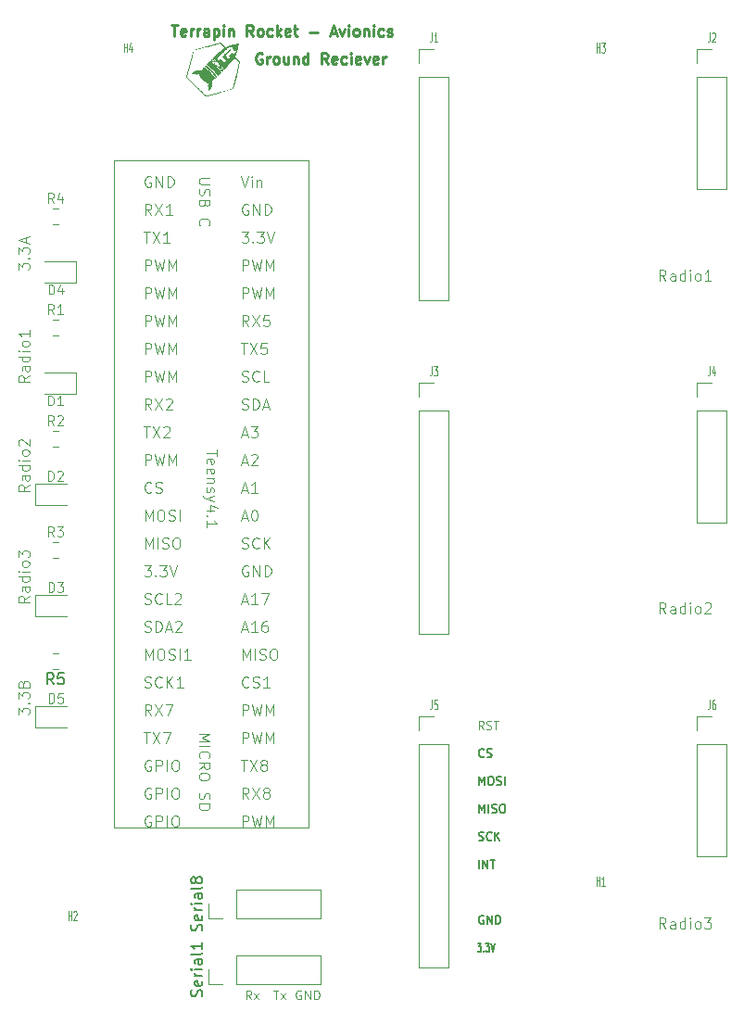
<source format=gbr>
%TF.GenerationSoftware,KiCad,Pcbnew,7.0.7*%
%TF.CreationDate,2024-05-20T18:28:41-04:00*%
%TF.ProjectId,Ground Reciever,47726f75-6e64-4205-9265-636965766572,rev?*%
%TF.SameCoordinates,Original*%
%TF.FileFunction,Legend,Top*%
%TF.FilePolarity,Positive*%
%FSLAX46Y46*%
G04 Gerber Fmt 4.6, Leading zero omitted, Abs format (unit mm)*
G04 Created by KiCad (PCBNEW 7.0.7) date 2024-05-20 18:28:41*
%MOMM*%
%LPD*%
G01*
G04 APERTURE LIST*
%ADD10C,0.100000*%
%ADD11C,0.184500*%
%ADD12C,0.248000*%
%ADD13C,0.121000*%
%ADD14C,0.130500*%
%ADD15C,0.150000*%
%ADD16C,0.123000*%
%ADD17C,0.087000*%
%ADD18C,0.120000*%
G04 APERTURE END LIST*
D10*
X140275312Y-139334990D02*
X140199122Y-139296895D01*
X140199122Y-139296895D02*
X140084836Y-139296895D01*
X140084836Y-139296895D02*
X139970550Y-139334990D01*
X139970550Y-139334990D02*
X139894360Y-139411180D01*
X139894360Y-139411180D02*
X139856265Y-139487371D01*
X139856265Y-139487371D02*
X139818169Y-139639752D01*
X139818169Y-139639752D02*
X139818169Y-139754038D01*
X139818169Y-139754038D02*
X139856265Y-139906419D01*
X139856265Y-139906419D02*
X139894360Y-139982609D01*
X139894360Y-139982609D02*
X139970550Y-140058800D01*
X139970550Y-140058800D02*
X140084836Y-140096895D01*
X140084836Y-140096895D02*
X140161027Y-140096895D01*
X140161027Y-140096895D02*
X140275312Y-140058800D01*
X140275312Y-140058800D02*
X140313408Y-140020704D01*
X140313408Y-140020704D02*
X140313408Y-139754038D01*
X140313408Y-139754038D02*
X140161027Y-139754038D01*
X140656265Y-140096895D02*
X140656265Y-139296895D01*
X140656265Y-139296895D02*
X141113408Y-140096895D01*
X141113408Y-140096895D02*
X141113408Y-139296895D01*
X141494360Y-140096895D02*
X141494360Y-139296895D01*
X141494360Y-139296895D02*
X141684836Y-139296895D01*
X141684836Y-139296895D02*
X141799122Y-139334990D01*
X141799122Y-139334990D02*
X141875312Y-139411180D01*
X141875312Y-139411180D02*
X141913407Y-139487371D01*
X141913407Y-139487371D02*
X141951503Y-139639752D01*
X141951503Y-139639752D02*
X141951503Y-139754038D01*
X141951503Y-139754038D02*
X141913407Y-139906419D01*
X141913407Y-139906419D02*
X141875312Y-139982609D01*
X141875312Y-139982609D02*
X141799122Y-140058800D01*
X141799122Y-140058800D02*
X141684836Y-140096895D01*
X141684836Y-140096895D02*
X141494360Y-140096895D01*
X137741979Y-139296895D02*
X138199122Y-139296895D01*
X137970550Y-140096895D02*
X137970550Y-139296895D01*
X138389598Y-140096895D02*
X138808646Y-139563561D01*
X138389598Y-139563561D02*
X138808646Y-140096895D01*
X135713408Y-140096895D02*
X135446741Y-139715942D01*
X135256265Y-140096895D02*
X135256265Y-139296895D01*
X135256265Y-139296895D02*
X135561027Y-139296895D01*
X135561027Y-139296895D02*
X135637217Y-139334990D01*
X135637217Y-139334990D02*
X135675312Y-139373085D01*
X135675312Y-139373085D02*
X135713408Y-139449276D01*
X135713408Y-139449276D02*
X135713408Y-139563561D01*
X135713408Y-139563561D02*
X135675312Y-139639752D01*
X135675312Y-139639752D02*
X135637217Y-139677847D01*
X135637217Y-139677847D02*
X135561027Y-139715942D01*
X135561027Y-139715942D02*
X135256265Y-139715942D01*
X135980074Y-140096895D02*
X136399122Y-139563561D01*
X135980074Y-139563561D02*
X136399122Y-140096895D01*
X115442419Y-83139122D02*
X114966228Y-83472455D01*
X115442419Y-83710550D02*
X114442419Y-83710550D01*
X114442419Y-83710550D02*
X114442419Y-83329598D01*
X114442419Y-83329598D02*
X114490038Y-83234360D01*
X114490038Y-83234360D02*
X114537657Y-83186741D01*
X114537657Y-83186741D02*
X114632895Y-83139122D01*
X114632895Y-83139122D02*
X114775752Y-83139122D01*
X114775752Y-83139122D02*
X114870990Y-83186741D01*
X114870990Y-83186741D02*
X114918609Y-83234360D01*
X114918609Y-83234360D02*
X114966228Y-83329598D01*
X114966228Y-83329598D02*
X114966228Y-83710550D01*
X115442419Y-82281979D02*
X114918609Y-82281979D01*
X114918609Y-82281979D02*
X114823371Y-82329598D01*
X114823371Y-82329598D02*
X114775752Y-82424836D01*
X114775752Y-82424836D02*
X114775752Y-82615312D01*
X114775752Y-82615312D02*
X114823371Y-82710550D01*
X115394800Y-82281979D02*
X115442419Y-82377217D01*
X115442419Y-82377217D02*
X115442419Y-82615312D01*
X115442419Y-82615312D02*
X115394800Y-82710550D01*
X115394800Y-82710550D02*
X115299561Y-82758169D01*
X115299561Y-82758169D02*
X115204323Y-82758169D01*
X115204323Y-82758169D02*
X115109085Y-82710550D01*
X115109085Y-82710550D02*
X115061466Y-82615312D01*
X115061466Y-82615312D02*
X115061466Y-82377217D01*
X115061466Y-82377217D02*
X115013847Y-82281979D01*
X115442419Y-81377217D02*
X114442419Y-81377217D01*
X115394800Y-81377217D02*
X115442419Y-81472455D01*
X115442419Y-81472455D02*
X115442419Y-81662931D01*
X115442419Y-81662931D02*
X115394800Y-81758169D01*
X115394800Y-81758169D02*
X115347180Y-81805788D01*
X115347180Y-81805788D02*
X115251942Y-81853407D01*
X115251942Y-81853407D02*
X114966228Y-81853407D01*
X114966228Y-81853407D02*
X114870990Y-81805788D01*
X114870990Y-81805788D02*
X114823371Y-81758169D01*
X114823371Y-81758169D02*
X114775752Y-81662931D01*
X114775752Y-81662931D02*
X114775752Y-81472455D01*
X114775752Y-81472455D02*
X114823371Y-81377217D01*
X115442419Y-80901026D02*
X114775752Y-80901026D01*
X114442419Y-80901026D02*
X114490038Y-80948645D01*
X114490038Y-80948645D02*
X114537657Y-80901026D01*
X114537657Y-80901026D02*
X114490038Y-80853407D01*
X114490038Y-80853407D02*
X114442419Y-80901026D01*
X114442419Y-80901026D02*
X114537657Y-80901026D01*
X115442419Y-80281979D02*
X115394800Y-80377217D01*
X115394800Y-80377217D02*
X115347180Y-80424836D01*
X115347180Y-80424836D02*
X115251942Y-80472455D01*
X115251942Y-80472455D02*
X114966228Y-80472455D01*
X114966228Y-80472455D02*
X114870990Y-80424836D01*
X114870990Y-80424836D02*
X114823371Y-80377217D01*
X114823371Y-80377217D02*
X114775752Y-80281979D01*
X114775752Y-80281979D02*
X114775752Y-80139122D01*
X114775752Y-80139122D02*
X114823371Y-80043884D01*
X114823371Y-80043884D02*
X114870990Y-79996265D01*
X114870990Y-79996265D02*
X114966228Y-79948646D01*
X114966228Y-79948646D02*
X115251942Y-79948646D01*
X115251942Y-79948646D02*
X115347180Y-79996265D01*
X115347180Y-79996265D02*
X115394800Y-80043884D01*
X115394800Y-80043884D02*
X115442419Y-80139122D01*
X115442419Y-80139122D02*
X115442419Y-80281979D01*
X115442419Y-78996265D02*
X115442419Y-79567693D01*
X115442419Y-79281979D02*
X114442419Y-79281979D01*
X114442419Y-79281979D02*
X114585276Y-79377217D01*
X114585276Y-79377217D02*
X114680514Y-79472455D01*
X114680514Y-79472455D02*
X114728133Y-79567693D01*
D11*
X156953666Y-132478984D02*
X156883381Y-132440817D01*
X156883381Y-132440817D02*
X156777952Y-132440817D01*
X156777952Y-132440817D02*
X156672523Y-132478984D01*
X156672523Y-132478984D02*
X156602238Y-132555317D01*
X156602238Y-132555317D02*
X156567095Y-132631651D01*
X156567095Y-132631651D02*
X156531952Y-132784317D01*
X156531952Y-132784317D02*
X156531952Y-132898817D01*
X156531952Y-132898817D02*
X156567095Y-133051484D01*
X156567095Y-133051484D02*
X156602238Y-133127817D01*
X156602238Y-133127817D02*
X156672523Y-133204151D01*
X156672523Y-133204151D02*
X156777952Y-133242317D01*
X156777952Y-133242317D02*
X156848238Y-133242317D01*
X156848238Y-133242317D02*
X156953666Y-133204151D01*
X156953666Y-133204151D02*
X156988809Y-133165984D01*
X156988809Y-133165984D02*
X156988809Y-132898817D01*
X156988809Y-132898817D02*
X156848238Y-132898817D01*
X157305095Y-133242317D02*
X157305095Y-132440817D01*
X157305095Y-132440817D02*
X157726809Y-133242317D01*
X157726809Y-133242317D02*
X157726809Y-132440817D01*
X158078238Y-133242317D02*
X158078238Y-132440817D01*
X158078238Y-132440817D02*
X158253952Y-132440817D01*
X158253952Y-132440817D02*
X158359381Y-132478984D01*
X158359381Y-132478984D02*
X158429666Y-132555317D01*
X158429666Y-132555317D02*
X158464809Y-132631651D01*
X158464809Y-132631651D02*
X158499952Y-132784317D01*
X158499952Y-132784317D02*
X158499952Y-132898817D01*
X158499952Y-132898817D02*
X158464809Y-133051484D01*
X158464809Y-133051484D02*
X158429666Y-133127817D01*
X158429666Y-133127817D02*
X158359381Y-133204151D01*
X158359381Y-133204151D02*
X158253952Y-133242317D01*
X158253952Y-133242317D02*
X158078238Y-133242317D01*
D12*
X136718966Y-53720940D02*
X136624490Y-53673702D01*
X136624490Y-53673702D02*
X136482776Y-53673702D01*
X136482776Y-53673702D02*
X136341061Y-53720940D01*
X136341061Y-53720940D02*
X136246585Y-53815416D01*
X136246585Y-53815416D02*
X136199347Y-53909892D01*
X136199347Y-53909892D02*
X136152109Y-54098844D01*
X136152109Y-54098844D02*
X136152109Y-54240559D01*
X136152109Y-54240559D02*
X136199347Y-54429511D01*
X136199347Y-54429511D02*
X136246585Y-54523987D01*
X136246585Y-54523987D02*
X136341061Y-54618464D01*
X136341061Y-54618464D02*
X136482776Y-54665702D01*
X136482776Y-54665702D02*
X136577252Y-54665702D01*
X136577252Y-54665702D02*
X136718966Y-54618464D01*
X136718966Y-54618464D02*
X136766204Y-54571225D01*
X136766204Y-54571225D02*
X136766204Y-54240559D01*
X136766204Y-54240559D02*
X136577252Y-54240559D01*
X137191347Y-54665702D02*
X137191347Y-54004368D01*
X137191347Y-54193321D02*
X137238585Y-54098844D01*
X137238585Y-54098844D02*
X137285823Y-54051606D01*
X137285823Y-54051606D02*
X137380299Y-54004368D01*
X137380299Y-54004368D02*
X137474776Y-54004368D01*
X137947156Y-54665702D02*
X137852680Y-54618464D01*
X137852680Y-54618464D02*
X137805442Y-54571225D01*
X137805442Y-54571225D02*
X137758204Y-54476749D01*
X137758204Y-54476749D02*
X137758204Y-54193321D01*
X137758204Y-54193321D02*
X137805442Y-54098844D01*
X137805442Y-54098844D02*
X137852680Y-54051606D01*
X137852680Y-54051606D02*
X137947156Y-54004368D01*
X137947156Y-54004368D02*
X138088871Y-54004368D01*
X138088871Y-54004368D02*
X138183347Y-54051606D01*
X138183347Y-54051606D02*
X138230585Y-54098844D01*
X138230585Y-54098844D02*
X138277823Y-54193321D01*
X138277823Y-54193321D02*
X138277823Y-54476749D01*
X138277823Y-54476749D02*
X138230585Y-54571225D01*
X138230585Y-54571225D02*
X138183347Y-54618464D01*
X138183347Y-54618464D02*
X138088871Y-54665702D01*
X138088871Y-54665702D02*
X137947156Y-54665702D01*
X139128109Y-54004368D02*
X139128109Y-54665702D01*
X138702966Y-54004368D02*
X138702966Y-54523987D01*
X138702966Y-54523987D02*
X138750204Y-54618464D01*
X138750204Y-54618464D02*
X138844680Y-54665702D01*
X138844680Y-54665702D02*
X138986395Y-54665702D01*
X138986395Y-54665702D02*
X139080871Y-54618464D01*
X139080871Y-54618464D02*
X139128109Y-54571225D01*
X139600490Y-54004368D02*
X139600490Y-54665702D01*
X139600490Y-54098844D02*
X139647728Y-54051606D01*
X139647728Y-54051606D02*
X139742204Y-54004368D01*
X139742204Y-54004368D02*
X139883919Y-54004368D01*
X139883919Y-54004368D02*
X139978395Y-54051606D01*
X139978395Y-54051606D02*
X140025633Y-54146083D01*
X140025633Y-54146083D02*
X140025633Y-54665702D01*
X140923157Y-54665702D02*
X140923157Y-53673702D01*
X140923157Y-54618464D02*
X140828681Y-54665702D01*
X140828681Y-54665702D02*
X140639728Y-54665702D01*
X140639728Y-54665702D02*
X140545252Y-54618464D01*
X140545252Y-54618464D02*
X140498014Y-54571225D01*
X140498014Y-54571225D02*
X140450776Y-54476749D01*
X140450776Y-54476749D02*
X140450776Y-54193321D01*
X140450776Y-54193321D02*
X140498014Y-54098844D01*
X140498014Y-54098844D02*
X140545252Y-54051606D01*
X140545252Y-54051606D02*
X140639728Y-54004368D01*
X140639728Y-54004368D02*
X140828681Y-54004368D01*
X140828681Y-54004368D02*
X140923157Y-54051606D01*
X142718205Y-54665702D02*
X142387538Y-54193321D01*
X142151348Y-54665702D02*
X142151348Y-53673702D01*
X142151348Y-53673702D02*
X142529253Y-53673702D01*
X142529253Y-53673702D02*
X142623729Y-53720940D01*
X142623729Y-53720940D02*
X142670967Y-53768178D01*
X142670967Y-53768178D02*
X142718205Y-53862654D01*
X142718205Y-53862654D02*
X142718205Y-54004368D01*
X142718205Y-54004368D02*
X142670967Y-54098844D01*
X142670967Y-54098844D02*
X142623729Y-54146083D01*
X142623729Y-54146083D02*
X142529253Y-54193321D01*
X142529253Y-54193321D02*
X142151348Y-54193321D01*
X143521253Y-54618464D02*
X143426777Y-54665702D01*
X143426777Y-54665702D02*
X143237824Y-54665702D01*
X143237824Y-54665702D02*
X143143348Y-54618464D01*
X143143348Y-54618464D02*
X143096110Y-54523987D01*
X143096110Y-54523987D02*
X143096110Y-54146083D01*
X143096110Y-54146083D02*
X143143348Y-54051606D01*
X143143348Y-54051606D02*
X143237824Y-54004368D01*
X143237824Y-54004368D02*
X143426777Y-54004368D01*
X143426777Y-54004368D02*
X143521253Y-54051606D01*
X143521253Y-54051606D02*
X143568491Y-54146083D01*
X143568491Y-54146083D02*
X143568491Y-54240559D01*
X143568491Y-54240559D02*
X143096110Y-54335035D01*
X144418777Y-54618464D02*
X144324301Y-54665702D01*
X144324301Y-54665702D02*
X144135348Y-54665702D01*
X144135348Y-54665702D02*
X144040872Y-54618464D01*
X144040872Y-54618464D02*
X143993634Y-54571225D01*
X143993634Y-54571225D02*
X143946396Y-54476749D01*
X143946396Y-54476749D02*
X143946396Y-54193321D01*
X143946396Y-54193321D02*
X143993634Y-54098844D01*
X143993634Y-54098844D02*
X144040872Y-54051606D01*
X144040872Y-54051606D02*
X144135348Y-54004368D01*
X144135348Y-54004368D02*
X144324301Y-54004368D01*
X144324301Y-54004368D02*
X144418777Y-54051606D01*
X144843920Y-54665702D02*
X144843920Y-54004368D01*
X144843920Y-53673702D02*
X144796682Y-53720940D01*
X144796682Y-53720940D02*
X144843920Y-53768178D01*
X144843920Y-53768178D02*
X144891158Y-53720940D01*
X144891158Y-53720940D02*
X144843920Y-53673702D01*
X144843920Y-53673702D02*
X144843920Y-53768178D01*
X145694206Y-54618464D02*
X145599730Y-54665702D01*
X145599730Y-54665702D02*
X145410777Y-54665702D01*
X145410777Y-54665702D02*
X145316301Y-54618464D01*
X145316301Y-54618464D02*
X145269063Y-54523987D01*
X145269063Y-54523987D02*
X145269063Y-54146083D01*
X145269063Y-54146083D02*
X145316301Y-54051606D01*
X145316301Y-54051606D02*
X145410777Y-54004368D01*
X145410777Y-54004368D02*
X145599730Y-54004368D01*
X145599730Y-54004368D02*
X145694206Y-54051606D01*
X145694206Y-54051606D02*
X145741444Y-54146083D01*
X145741444Y-54146083D02*
X145741444Y-54240559D01*
X145741444Y-54240559D02*
X145269063Y-54335035D01*
X146072111Y-54004368D02*
X146308301Y-54665702D01*
X146308301Y-54665702D02*
X146544492Y-54004368D01*
X147300302Y-54618464D02*
X147205826Y-54665702D01*
X147205826Y-54665702D02*
X147016873Y-54665702D01*
X147016873Y-54665702D02*
X146922397Y-54618464D01*
X146922397Y-54618464D02*
X146875159Y-54523987D01*
X146875159Y-54523987D02*
X146875159Y-54146083D01*
X146875159Y-54146083D02*
X146922397Y-54051606D01*
X146922397Y-54051606D02*
X147016873Y-54004368D01*
X147016873Y-54004368D02*
X147205826Y-54004368D01*
X147205826Y-54004368D02*
X147300302Y-54051606D01*
X147300302Y-54051606D02*
X147347540Y-54146083D01*
X147347540Y-54146083D02*
X147347540Y-54240559D01*
X147347540Y-54240559D02*
X146875159Y-54335035D01*
X147772683Y-54665702D02*
X147772683Y-54004368D01*
X147772683Y-54193321D02*
X147819921Y-54098844D01*
X147819921Y-54098844D02*
X147867159Y-54051606D01*
X147867159Y-54051606D02*
X147961635Y-54004368D01*
X147961635Y-54004368D02*
X148056112Y-54004368D01*
D11*
X156567095Y-120542317D02*
X156567095Y-119740817D01*
X156567095Y-119740817D02*
X156813095Y-120313317D01*
X156813095Y-120313317D02*
X157059095Y-119740817D01*
X157059095Y-119740817D02*
X157059095Y-120542317D01*
X157551095Y-119740817D02*
X157691667Y-119740817D01*
X157691667Y-119740817D02*
X157761952Y-119778984D01*
X157761952Y-119778984D02*
X157832238Y-119855317D01*
X157832238Y-119855317D02*
X157867381Y-120007984D01*
X157867381Y-120007984D02*
X157867381Y-120275151D01*
X157867381Y-120275151D02*
X157832238Y-120427817D01*
X157832238Y-120427817D02*
X157761952Y-120504151D01*
X157761952Y-120504151D02*
X157691667Y-120542317D01*
X157691667Y-120542317D02*
X157551095Y-120542317D01*
X157551095Y-120542317D02*
X157480810Y-120504151D01*
X157480810Y-120504151D02*
X157410524Y-120427817D01*
X157410524Y-120427817D02*
X157375381Y-120275151D01*
X157375381Y-120275151D02*
X157375381Y-120007984D01*
X157375381Y-120007984D02*
X157410524Y-119855317D01*
X157410524Y-119855317D02*
X157480810Y-119778984D01*
X157480810Y-119778984D02*
X157551095Y-119740817D01*
X158148524Y-120504151D02*
X158253953Y-120542317D01*
X158253953Y-120542317D02*
X158429667Y-120542317D01*
X158429667Y-120542317D02*
X158499953Y-120504151D01*
X158499953Y-120504151D02*
X158535095Y-120465984D01*
X158535095Y-120465984D02*
X158570238Y-120389651D01*
X158570238Y-120389651D02*
X158570238Y-120313317D01*
X158570238Y-120313317D02*
X158535095Y-120236984D01*
X158535095Y-120236984D02*
X158499953Y-120198817D01*
X158499953Y-120198817D02*
X158429667Y-120160651D01*
X158429667Y-120160651D02*
X158289095Y-120122484D01*
X158289095Y-120122484D02*
X158218810Y-120084317D01*
X158218810Y-120084317D02*
X158183667Y-120046151D01*
X158183667Y-120046151D02*
X158148524Y-119969817D01*
X158148524Y-119969817D02*
X158148524Y-119893484D01*
X158148524Y-119893484D02*
X158183667Y-119817151D01*
X158183667Y-119817151D02*
X158218810Y-119778984D01*
X158218810Y-119778984D02*
X158289095Y-119740817D01*
X158289095Y-119740817D02*
X158464810Y-119740817D01*
X158464810Y-119740817D02*
X158570238Y-119778984D01*
X158886524Y-120542317D02*
X158886524Y-119740817D01*
D10*
X115442419Y-103264687D02*
X114966228Y-103598020D01*
X115442419Y-103836115D02*
X114442419Y-103836115D01*
X114442419Y-103836115D02*
X114442419Y-103455163D01*
X114442419Y-103455163D02*
X114490038Y-103359925D01*
X114490038Y-103359925D02*
X114537657Y-103312306D01*
X114537657Y-103312306D02*
X114632895Y-103264687D01*
X114632895Y-103264687D02*
X114775752Y-103264687D01*
X114775752Y-103264687D02*
X114870990Y-103312306D01*
X114870990Y-103312306D02*
X114918609Y-103359925D01*
X114918609Y-103359925D02*
X114966228Y-103455163D01*
X114966228Y-103455163D02*
X114966228Y-103836115D01*
X115442419Y-102407544D02*
X114918609Y-102407544D01*
X114918609Y-102407544D02*
X114823371Y-102455163D01*
X114823371Y-102455163D02*
X114775752Y-102550401D01*
X114775752Y-102550401D02*
X114775752Y-102740877D01*
X114775752Y-102740877D02*
X114823371Y-102836115D01*
X115394800Y-102407544D02*
X115442419Y-102502782D01*
X115442419Y-102502782D02*
X115442419Y-102740877D01*
X115442419Y-102740877D02*
X115394800Y-102836115D01*
X115394800Y-102836115D02*
X115299561Y-102883734D01*
X115299561Y-102883734D02*
X115204323Y-102883734D01*
X115204323Y-102883734D02*
X115109085Y-102836115D01*
X115109085Y-102836115D02*
X115061466Y-102740877D01*
X115061466Y-102740877D02*
X115061466Y-102502782D01*
X115061466Y-102502782D02*
X115013847Y-102407544D01*
X115442419Y-101502782D02*
X114442419Y-101502782D01*
X115394800Y-101502782D02*
X115442419Y-101598020D01*
X115442419Y-101598020D02*
X115442419Y-101788496D01*
X115442419Y-101788496D02*
X115394800Y-101883734D01*
X115394800Y-101883734D02*
X115347180Y-101931353D01*
X115347180Y-101931353D02*
X115251942Y-101978972D01*
X115251942Y-101978972D02*
X114966228Y-101978972D01*
X114966228Y-101978972D02*
X114870990Y-101931353D01*
X114870990Y-101931353D02*
X114823371Y-101883734D01*
X114823371Y-101883734D02*
X114775752Y-101788496D01*
X114775752Y-101788496D02*
X114775752Y-101598020D01*
X114775752Y-101598020D02*
X114823371Y-101502782D01*
X115442419Y-101026591D02*
X114775752Y-101026591D01*
X114442419Y-101026591D02*
X114490038Y-101074210D01*
X114490038Y-101074210D02*
X114537657Y-101026591D01*
X114537657Y-101026591D02*
X114490038Y-100978972D01*
X114490038Y-100978972D02*
X114442419Y-101026591D01*
X114442419Y-101026591D02*
X114537657Y-101026591D01*
X115442419Y-100407544D02*
X115394800Y-100502782D01*
X115394800Y-100502782D02*
X115347180Y-100550401D01*
X115347180Y-100550401D02*
X115251942Y-100598020D01*
X115251942Y-100598020D02*
X114966228Y-100598020D01*
X114966228Y-100598020D02*
X114870990Y-100550401D01*
X114870990Y-100550401D02*
X114823371Y-100502782D01*
X114823371Y-100502782D02*
X114775752Y-100407544D01*
X114775752Y-100407544D02*
X114775752Y-100264687D01*
X114775752Y-100264687D02*
X114823371Y-100169449D01*
X114823371Y-100169449D02*
X114870990Y-100121830D01*
X114870990Y-100121830D02*
X114966228Y-100074211D01*
X114966228Y-100074211D02*
X115251942Y-100074211D01*
X115251942Y-100074211D02*
X115347180Y-100121830D01*
X115347180Y-100121830D02*
X115394800Y-100169449D01*
X115394800Y-100169449D02*
X115442419Y-100264687D01*
X115442419Y-100264687D02*
X115442419Y-100407544D01*
X114442419Y-99740877D02*
X114442419Y-99121830D01*
X114442419Y-99121830D02*
X114823371Y-99455163D01*
X114823371Y-99455163D02*
X114823371Y-99312306D01*
X114823371Y-99312306D02*
X114870990Y-99217068D01*
X114870990Y-99217068D02*
X114918609Y-99169449D01*
X114918609Y-99169449D02*
X115013847Y-99121830D01*
X115013847Y-99121830D02*
X115251942Y-99121830D01*
X115251942Y-99121830D02*
X115347180Y-99169449D01*
X115347180Y-99169449D02*
X115394800Y-99217068D01*
X115394800Y-99217068D02*
X115442419Y-99312306D01*
X115442419Y-99312306D02*
X115442419Y-99598020D01*
X115442419Y-99598020D02*
X115394800Y-99693258D01*
X115394800Y-99693258D02*
X115347180Y-99740877D01*
X114442419Y-73451353D02*
X114442419Y-72832306D01*
X114442419Y-72832306D02*
X114823371Y-73165639D01*
X114823371Y-73165639D02*
X114823371Y-73022782D01*
X114823371Y-73022782D02*
X114870990Y-72927544D01*
X114870990Y-72927544D02*
X114918609Y-72879925D01*
X114918609Y-72879925D02*
X115013847Y-72832306D01*
X115013847Y-72832306D02*
X115251942Y-72832306D01*
X115251942Y-72832306D02*
X115347180Y-72879925D01*
X115347180Y-72879925D02*
X115394800Y-72927544D01*
X115394800Y-72927544D02*
X115442419Y-73022782D01*
X115442419Y-73022782D02*
X115442419Y-73308496D01*
X115442419Y-73308496D02*
X115394800Y-73403734D01*
X115394800Y-73403734D02*
X115347180Y-73451353D01*
X115347180Y-72403734D02*
X115394800Y-72356115D01*
X115394800Y-72356115D02*
X115442419Y-72403734D01*
X115442419Y-72403734D02*
X115394800Y-72451353D01*
X115394800Y-72451353D02*
X115347180Y-72403734D01*
X115347180Y-72403734D02*
X115442419Y-72403734D01*
X114442419Y-72022782D02*
X114442419Y-71403735D01*
X114442419Y-71403735D02*
X114823371Y-71737068D01*
X114823371Y-71737068D02*
X114823371Y-71594211D01*
X114823371Y-71594211D02*
X114870990Y-71498973D01*
X114870990Y-71498973D02*
X114918609Y-71451354D01*
X114918609Y-71451354D02*
X115013847Y-71403735D01*
X115013847Y-71403735D02*
X115251942Y-71403735D01*
X115251942Y-71403735D02*
X115347180Y-71451354D01*
X115347180Y-71451354D02*
X115394800Y-71498973D01*
X115394800Y-71498973D02*
X115442419Y-71594211D01*
X115442419Y-71594211D02*
X115442419Y-71879925D01*
X115442419Y-71879925D02*
X115394800Y-71975163D01*
X115394800Y-71975163D02*
X115347180Y-72022782D01*
X115156704Y-71022782D02*
X115156704Y-70546592D01*
X115442419Y-71118020D02*
X114442419Y-70784687D01*
X114442419Y-70784687D02*
X115442419Y-70451354D01*
X173600877Y-104872419D02*
X173267544Y-104396228D01*
X173029449Y-104872419D02*
X173029449Y-103872419D01*
X173029449Y-103872419D02*
X173410401Y-103872419D01*
X173410401Y-103872419D02*
X173505639Y-103920038D01*
X173505639Y-103920038D02*
X173553258Y-103967657D01*
X173553258Y-103967657D02*
X173600877Y-104062895D01*
X173600877Y-104062895D02*
X173600877Y-104205752D01*
X173600877Y-104205752D02*
X173553258Y-104300990D01*
X173553258Y-104300990D02*
X173505639Y-104348609D01*
X173505639Y-104348609D02*
X173410401Y-104396228D01*
X173410401Y-104396228D02*
X173029449Y-104396228D01*
X174458020Y-104872419D02*
X174458020Y-104348609D01*
X174458020Y-104348609D02*
X174410401Y-104253371D01*
X174410401Y-104253371D02*
X174315163Y-104205752D01*
X174315163Y-104205752D02*
X174124687Y-104205752D01*
X174124687Y-104205752D02*
X174029449Y-104253371D01*
X174458020Y-104824800D02*
X174362782Y-104872419D01*
X174362782Y-104872419D02*
X174124687Y-104872419D01*
X174124687Y-104872419D02*
X174029449Y-104824800D01*
X174029449Y-104824800D02*
X173981830Y-104729561D01*
X173981830Y-104729561D02*
X173981830Y-104634323D01*
X173981830Y-104634323D02*
X174029449Y-104539085D01*
X174029449Y-104539085D02*
X174124687Y-104491466D01*
X174124687Y-104491466D02*
X174362782Y-104491466D01*
X174362782Y-104491466D02*
X174458020Y-104443847D01*
X175362782Y-104872419D02*
X175362782Y-103872419D01*
X175362782Y-104824800D02*
X175267544Y-104872419D01*
X175267544Y-104872419D02*
X175077068Y-104872419D01*
X175077068Y-104872419D02*
X174981830Y-104824800D01*
X174981830Y-104824800D02*
X174934211Y-104777180D01*
X174934211Y-104777180D02*
X174886592Y-104681942D01*
X174886592Y-104681942D02*
X174886592Y-104396228D01*
X174886592Y-104396228D02*
X174934211Y-104300990D01*
X174934211Y-104300990D02*
X174981830Y-104253371D01*
X174981830Y-104253371D02*
X175077068Y-104205752D01*
X175077068Y-104205752D02*
X175267544Y-104205752D01*
X175267544Y-104205752D02*
X175362782Y-104253371D01*
X175838973Y-104872419D02*
X175838973Y-104205752D01*
X175838973Y-103872419D02*
X175791354Y-103920038D01*
X175791354Y-103920038D02*
X175838973Y-103967657D01*
X175838973Y-103967657D02*
X175886592Y-103920038D01*
X175886592Y-103920038D02*
X175838973Y-103872419D01*
X175838973Y-103872419D02*
X175838973Y-103967657D01*
X176458020Y-104872419D02*
X176362782Y-104824800D01*
X176362782Y-104824800D02*
X176315163Y-104777180D01*
X176315163Y-104777180D02*
X176267544Y-104681942D01*
X176267544Y-104681942D02*
X176267544Y-104396228D01*
X176267544Y-104396228D02*
X176315163Y-104300990D01*
X176315163Y-104300990D02*
X176362782Y-104253371D01*
X176362782Y-104253371D02*
X176458020Y-104205752D01*
X176458020Y-104205752D02*
X176600877Y-104205752D01*
X176600877Y-104205752D02*
X176696115Y-104253371D01*
X176696115Y-104253371D02*
X176743734Y-104300990D01*
X176743734Y-104300990D02*
X176791353Y-104396228D01*
X176791353Y-104396228D02*
X176791353Y-104681942D01*
X176791353Y-104681942D02*
X176743734Y-104777180D01*
X176743734Y-104777180D02*
X176696115Y-104824800D01*
X176696115Y-104824800D02*
X176600877Y-104872419D01*
X176600877Y-104872419D02*
X176458020Y-104872419D01*
X177172306Y-103967657D02*
X177219925Y-103920038D01*
X177219925Y-103920038D02*
X177315163Y-103872419D01*
X177315163Y-103872419D02*
X177553258Y-103872419D01*
X177553258Y-103872419D02*
X177648496Y-103920038D01*
X177648496Y-103920038D02*
X177696115Y-103967657D01*
X177696115Y-103967657D02*
X177743734Y-104062895D01*
X177743734Y-104062895D02*
X177743734Y-104158133D01*
X177743734Y-104158133D02*
X177696115Y-104300990D01*
X177696115Y-104300990D02*
X177124687Y-104872419D01*
X177124687Y-104872419D02*
X177743734Y-104872419D01*
D11*
X156567095Y-123082317D02*
X156567095Y-122280817D01*
X156567095Y-122280817D02*
X156813095Y-122853317D01*
X156813095Y-122853317D02*
X157059095Y-122280817D01*
X157059095Y-122280817D02*
X157059095Y-123082317D01*
X157410524Y-123082317D02*
X157410524Y-122280817D01*
X157726810Y-123044151D02*
X157832239Y-123082317D01*
X157832239Y-123082317D02*
X158007953Y-123082317D01*
X158007953Y-123082317D02*
X158078239Y-123044151D01*
X158078239Y-123044151D02*
X158113381Y-123005984D01*
X158113381Y-123005984D02*
X158148524Y-122929651D01*
X158148524Y-122929651D02*
X158148524Y-122853317D01*
X158148524Y-122853317D02*
X158113381Y-122776984D01*
X158113381Y-122776984D02*
X158078239Y-122738817D01*
X158078239Y-122738817D02*
X158007953Y-122700651D01*
X158007953Y-122700651D02*
X157867381Y-122662484D01*
X157867381Y-122662484D02*
X157797096Y-122624317D01*
X157797096Y-122624317D02*
X157761953Y-122586151D01*
X157761953Y-122586151D02*
X157726810Y-122509817D01*
X157726810Y-122509817D02*
X157726810Y-122433484D01*
X157726810Y-122433484D02*
X157761953Y-122357151D01*
X157761953Y-122357151D02*
X157797096Y-122318984D01*
X157797096Y-122318984D02*
X157867381Y-122280817D01*
X157867381Y-122280817D02*
X158043096Y-122280817D01*
X158043096Y-122280817D02*
X158148524Y-122318984D01*
X158605381Y-122280817D02*
X158745953Y-122280817D01*
X158745953Y-122280817D02*
X158816238Y-122318984D01*
X158816238Y-122318984D02*
X158886524Y-122395317D01*
X158886524Y-122395317D02*
X158921667Y-122547984D01*
X158921667Y-122547984D02*
X158921667Y-122815151D01*
X158921667Y-122815151D02*
X158886524Y-122967817D01*
X158886524Y-122967817D02*
X158816238Y-123044151D01*
X158816238Y-123044151D02*
X158745953Y-123082317D01*
X158745953Y-123082317D02*
X158605381Y-123082317D01*
X158605381Y-123082317D02*
X158535096Y-123044151D01*
X158535096Y-123044151D02*
X158464810Y-122967817D01*
X158464810Y-122967817D02*
X158429667Y-122815151D01*
X158429667Y-122815151D02*
X158429667Y-122547984D01*
X158429667Y-122547984D02*
X158464810Y-122395317D01*
X158464810Y-122395317D02*
X158535096Y-122318984D01*
X158535096Y-122318984D02*
X158605381Y-122280817D01*
D10*
X115442419Y-93104687D02*
X114966228Y-93438020D01*
X115442419Y-93676115D02*
X114442419Y-93676115D01*
X114442419Y-93676115D02*
X114442419Y-93295163D01*
X114442419Y-93295163D02*
X114490038Y-93199925D01*
X114490038Y-93199925D02*
X114537657Y-93152306D01*
X114537657Y-93152306D02*
X114632895Y-93104687D01*
X114632895Y-93104687D02*
X114775752Y-93104687D01*
X114775752Y-93104687D02*
X114870990Y-93152306D01*
X114870990Y-93152306D02*
X114918609Y-93199925D01*
X114918609Y-93199925D02*
X114966228Y-93295163D01*
X114966228Y-93295163D02*
X114966228Y-93676115D01*
X115442419Y-92247544D02*
X114918609Y-92247544D01*
X114918609Y-92247544D02*
X114823371Y-92295163D01*
X114823371Y-92295163D02*
X114775752Y-92390401D01*
X114775752Y-92390401D02*
X114775752Y-92580877D01*
X114775752Y-92580877D02*
X114823371Y-92676115D01*
X115394800Y-92247544D02*
X115442419Y-92342782D01*
X115442419Y-92342782D02*
X115442419Y-92580877D01*
X115442419Y-92580877D02*
X115394800Y-92676115D01*
X115394800Y-92676115D02*
X115299561Y-92723734D01*
X115299561Y-92723734D02*
X115204323Y-92723734D01*
X115204323Y-92723734D02*
X115109085Y-92676115D01*
X115109085Y-92676115D02*
X115061466Y-92580877D01*
X115061466Y-92580877D02*
X115061466Y-92342782D01*
X115061466Y-92342782D02*
X115013847Y-92247544D01*
X115442419Y-91342782D02*
X114442419Y-91342782D01*
X115394800Y-91342782D02*
X115442419Y-91438020D01*
X115442419Y-91438020D02*
X115442419Y-91628496D01*
X115442419Y-91628496D02*
X115394800Y-91723734D01*
X115394800Y-91723734D02*
X115347180Y-91771353D01*
X115347180Y-91771353D02*
X115251942Y-91818972D01*
X115251942Y-91818972D02*
X114966228Y-91818972D01*
X114966228Y-91818972D02*
X114870990Y-91771353D01*
X114870990Y-91771353D02*
X114823371Y-91723734D01*
X114823371Y-91723734D02*
X114775752Y-91628496D01*
X114775752Y-91628496D02*
X114775752Y-91438020D01*
X114775752Y-91438020D02*
X114823371Y-91342782D01*
X115442419Y-90866591D02*
X114775752Y-90866591D01*
X114442419Y-90866591D02*
X114490038Y-90914210D01*
X114490038Y-90914210D02*
X114537657Y-90866591D01*
X114537657Y-90866591D02*
X114490038Y-90818972D01*
X114490038Y-90818972D02*
X114442419Y-90866591D01*
X114442419Y-90866591D02*
X114537657Y-90866591D01*
X115442419Y-90247544D02*
X115394800Y-90342782D01*
X115394800Y-90342782D02*
X115347180Y-90390401D01*
X115347180Y-90390401D02*
X115251942Y-90438020D01*
X115251942Y-90438020D02*
X114966228Y-90438020D01*
X114966228Y-90438020D02*
X114870990Y-90390401D01*
X114870990Y-90390401D02*
X114823371Y-90342782D01*
X114823371Y-90342782D02*
X114775752Y-90247544D01*
X114775752Y-90247544D02*
X114775752Y-90104687D01*
X114775752Y-90104687D02*
X114823371Y-90009449D01*
X114823371Y-90009449D02*
X114870990Y-89961830D01*
X114870990Y-89961830D02*
X114966228Y-89914211D01*
X114966228Y-89914211D02*
X115251942Y-89914211D01*
X115251942Y-89914211D02*
X115347180Y-89961830D01*
X115347180Y-89961830D02*
X115394800Y-90009449D01*
X115394800Y-90009449D02*
X115442419Y-90104687D01*
X115442419Y-90104687D02*
X115442419Y-90247544D01*
X114537657Y-89533258D02*
X114490038Y-89485639D01*
X114490038Y-89485639D02*
X114442419Y-89390401D01*
X114442419Y-89390401D02*
X114442419Y-89152306D01*
X114442419Y-89152306D02*
X114490038Y-89057068D01*
X114490038Y-89057068D02*
X114537657Y-89009449D01*
X114537657Y-89009449D02*
X114632895Y-88961830D01*
X114632895Y-88961830D02*
X114728133Y-88961830D01*
X114728133Y-88961830D02*
X114870990Y-89009449D01*
X114870990Y-89009449D02*
X115442419Y-89580877D01*
X115442419Y-89580877D02*
X115442419Y-88961830D01*
D13*
X156947033Y-115465631D02*
X156701033Y-115084012D01*
X156525319Y-115465631D02*
X156525319Y-114664231D01*
X156525319Y-114664231D02*
X156806462Y-114664231D01*
X156806462Y-114664231D02*
X156876747Y-114702393D01*
X156876747Y-114702393D02*
X156911890Y-114740555D01*
X156911890Y-114740555D02*
X156947033Y-114816879D01*
X156947033Y-114816879D02*
X156947033Y-114931365D01*
X156947033Y-114931365D02*
X156911890Y-115007689D01*
X156911890Y-115007689D02*
X156876747Y-115045850D01*
X156876747Y-115045850D02*
X156806462Y-115084012D01*
X156806462Y-115084012D02*
X156525319Y-115084012D01*
X157228176Y-115427470D02*
X157333605Y-115465631D01*
X157333605Y-115465631D02*
X157509319Y-115465631D01*
X157509319Y-115465631D02*
X157579605Y-115427470D01*
X157579605Y-115427470D02*
X157614747Y-115389308D01*
X157614747Y-115389308D02*
X157649890Y-115312984D01*
X157649890Y-115312984D02*
X157649890Y-115236660D01*
X157649890Y-115236660D02*
X157614747Y-115160336D01*
X157614747Y-115160336D02*
X157579605Y-115122174D01*
X157579605Y-115122174D02*
X157509319Y-115084012D01*
X157509319Y-115084012D02*
X157368747Y-115045850D01*
X157368747Y-115045850D02*
X157298462Y-115007689D01*
X157298462Y-115007689D02*
X157263319Y-114969527D01*
X157263319Y-114969527D02*
X157228176Y-114893203D01*
X157228176Y-114893203D02*
X157228176Y-114816879D01*
X157228176Y-114816879D02*
X157263319Y-114740555D01*
X157263319Y-114740555D02*
X157298462Y-114702393D01*
X157298462Y-114702393D02*
X157368747Y-114664231D01*
X157368747Y-114664231D02*
X157544462Y-114664231D01*
X157544462Y-114664231D02*
X157649890Y-114702393D01*
X157860747Y-114664231D02*
X158282462Y-114664231D01*
X158071604Y-115465631D02*
X158071604Y-114664231D01*
D11*
X156531952Y-125584151D02*
X156637381Y-125622317D01*
X156637381Y-125622317D02*
X156813095Y-125622317D01*
X156813095Y-125622317D02*
X156883381Y-125584151D01*
X156883381Y-125584151D02*
X156918523Y-125545984D01*
X156918523Y-125545984D02*
X156953666Y-125469651D01*
X156953666Y-125469651D02*
X156953666Y-125393317D01*
X156953666Y-125393317D02*
X156918523Y-125316984D01*
X156918523Y-125316984D02*
X156883381Y-125278817D01*
X156883381Y-125278817D02*
X156813095Y-125240651D01*
X156813095Y-125240651D02*
X156672523Y-125202484D01*
X156672523Y-125202484D02*
X156602238Y-125164317D01*
X156602238Y-125164317D02*
X156567095Y-125126151D01*
X156567095Y-125126151D02*
X156531952Y-125049817D01*
X156531952Y-125049817D02*
X156531952Y-124973484D01*
X156531952Y-124973484D02*
X156567095Y-124897151D01*
X156567095Y-124897151D02*
X156602238Y-124858984D01*
X156602238Y-124858984D02*
X156672523Y-124820817D01*
X156672523Y-124820817D02*
X156848238Y-124820817D01*
X156848238Y-124820817D02*
X156953666Y-124858984D01*
X157691666Y-125545984D02*
X157656523Y-125584151D01*
X157656523Y-125584151D02*
X157551095Y-125622317D01*
X157551095Y-125622317D02*
X157480809Y-125622317D01*
X157480809Y-125622317D02*
X157375380Y-125584151D01*
X157375380Y-125584151D02*
X157305095Y-125507817D01*
X157305095Y-125507817D02*
X157269952Y-125431484D01*
X157269952Y-125431484D02*
X157234809Y-125278817D01*
X157234809Y-125278817D02*
X157234809Y-125164317D01*
X157234809Y-125164317D02*
X157269952Y-125011651D01*
X157269952Y-125011651D02*
X157305095Y-124935317D01*
X157305095Y-124935317D02*
X157375380Y-124858984D01*
X157375380Y-124858984D02*
X157480809Y-124820817D01*
X157480809Y-124820817D02*
X157551095Y-124820817D01*
X157551095Y-124820817D02*
X157656523Y-124858984D01*
X157656523Y-124858984D02*
X157691666Y-124897151D01*
X158007952Y-125622317D02*
X158007952Y-124820817D01*
X158429666Y-125622317D02*
X158113380Y-125164317D01*
X158429666Y-124820817D02*
X158007952Y-125278817D01*
D10*
X173600877Y-74472419D02*
X173267544Y-73996228D01*
X173029449Y-74472419D02*
X173029449Y-73472419D01*
X173029449Y-73472419D02*
X173410401Y-73472419D01*
X173410401Y-73472419D02*
X173505639Y-73520038D01*
X173505639Y-73520038D02*
X173553258Y-73567657D01*
X173553258Y-73567657D02*
X173600877Y-73662895D01*
X173600877Y-73662895D02*
X173600877Y-73805752D01*
X173600877Y-73805752D02*
X173553258Y-73900990D01*
X173553258Y-73900990D02*
X173505639Y-73948609D01*
X173505639Y-73948609D02*
X173410401Y-73996228D01*
X173410401Y-73996228D02*
X173029449Y-73996228D01*
X174458020Y-74472419D02*
X174458020Y-73948609D01*
X174458020Y-73948609D02*
X174410401Y-73853371D01*
X174410401Y-73853371D02*
X174315163Y-73805752D01*
X174315163Y-73805752D02*
X174124687Y-73805752D01*
X174124687Y-73805752D02*
X174029449Y-73853371D01*
X174458020Y-74424800D02*
X174362782Y-74472419D01*
X174362782Y-74472419D02*
X174124687Y-74472419D01*
X174124687Y-74472419D02*
X174029449Y-74424800D01*
X174029449Y-74424800D02*
X173981830Y-74329561D01*
X173981830Y-74329561D02*
X173981830Y-74234323D01*
X173981830Y-74234323D02*
X174029449Y-74139085D01*
X174029449Y-74139085D02*
X174124687Y-74091466D01*
X174124687Y-74091466D02*
X174362782Y-74091466D01*
X174362782Y-74091466D02*
X174458020Y-74043847D01*
X175362782Y-74472419D02*
X175362782Y-73472419D01*
X175362782Y-74424800D02*
X175267544Y-74472419D01*
X175267544Y-74472419D02*
X175077068Y-74472419D01*
X175077068Y-74472419D02*
X174981830Y-74424800D01*
X174981830Y-74424800D02*
X174934211Y-74377180D01*
X174934211Y-74377180D02*
X174886592Y-74281942D01*
X174886592Y-74281942D02*
X174886592Y-73996228D01*
X174886592Y-73996228D02*
X174934211Y-73900990D01*
X174934211Y-73900990D02*
X174981830Y-73853371D01*
X174981830Y-73853371D02*
X175077068Y-73805752D01*
X175077068Y-73805752D02*
X175267544Y-73805752D01*
X175267544Y-73805752D02*
X175362782Y-73853371D01*
X175838973Y-74472419D02*
X175838973Y-73805752D01*
X175838973Y-73472419D02*
X175791354Y-73520038D01*
X175791354Y-73520038D02*
X175838973Y-73567657D01*
X175838973Y-73567657D02*
X175886592Y-73520038D01*
X175886592Y-73520038D02*
X175838973Y-73472419D01*
X175838973Y-73472419D02*
X175838973Y-73567657D01*
X176458020Y-74472419D02*
X176362782Y-74424800D01*
X176362782Y-74424800D02*
X176315163Y-74377180D01*
X176315163Y-74377180D02*
X176267544Y-74281942D01*
X176267544Y-74281942D02*
X176267544Y-73996228D01*
X176267544Y-73996228D02*
X176315163Y-73900990D01*
X176315163Y-73900990D02*
X176362782Y-73853371D01*
X176362782Y-73853371D02*
X176458020Y-73805752D01*
X176458020Y-73805752D02*
X176600877Y-73805752D01*
X176600877Y-73805752D02*
X176696115Y-73853371D01*
X176696115Y-73853371D02*
X176743734Y-73900990D01*
X176743734Y-73900990D02*
X176791353Y-73996228D01*
X176791353Y-73996228D02*
X176791353Y-74281942D01*
X176791353Y-74281942D02*
X176743734Y-74377180D01*
X176743734Y-74377180D02*
X176696115Y-74424800D01*
X176696115Y-74424800D02*
X176600877Y-74472419D01*
X176600877Y-74472419D02*
X176458020Y-74472419D01*
X177743734Y-74472419D02*
X177172306Y-74472419D01*
X177458020Y-74472419D02*
X177458020Y-73472419D01*
X177458020Y-73472419D02*
X177362782Y-73615276D01*
X177362782Y-73615276D02*
X177267544Y-73710514D01*
X177267544Y-73710514D02*
X177172306Y-73758133D01*
D12*
X128437633Y-51133702D02*
X129004490Y-51133702D01*
X128721061Y-52125702D02*
X128721061Y-51133702D01*
X129713062Y-52078464D02*
X129618586Y-52125702D01*
X129618586Y-52125702D02*
X129429633Y-52125702D01*
X129429633Y-52125702D02*
X129335157Y-52078464D01*
X129335157Y-52078464D02*
X129287919Y-51983987D01*
X129287919Y-51983987D02*
X129287919Y-51606083D01*
X129287919Y-51606083D02*
X129335157Y-51511606D01*
X129335157Y-51511606D02*
X129429633Y-51464368D01*
X129429633Y-51464368D02*
X129618586Y-51464368D01*
X129618586Y-51464368D02*
X129713062Y-51511606D01*
X129713062Y-51511606D02*
X129760300Y-51606083D01*
X129760300Y-51606083D02*
X129760300Y-51700559D01*
X129760300Y-51700559D02*
X129287919Y-51795035D01*
X130185443Y-52125702D02*
X130185443Y-51464368D01*
X130185443Y-51653321D02*
X130232681Y-51558844D01*
X130232681Y-51558844D02*
X130279919Y-51511606D01*
X130279919Y-51511606D02*
X130374395Y-51464368D01*
X130374395Y-51464368D02*
X130468872Y-51464368D01*
X130799538Y-52125702D02*
X130799538Y-51464368D01*
X130799538Y-51653321D02*
X130846776Y-51558844D01*
X130846776Y-51558844D02*
X130894014Y-51511606D01*
X130894014Y-51511606D02*
X130988490Y-51464368D01*
X130988490Y-51464368D02*
X131082967Y-51464368D01*
X131838776Y-52125702D02*
X131838776Y-51606083D01*
X131838776Y-51606083D02*
X131791538Y-51511606D01*
X131791538Y-51511606D02*
X131697062Y-51464368D01*
X131697062Y-51464368D02*
X131508109Y-51464368D01*
X131508109Y-51464368D02*
X131413633Y-51511606D01*
X131838776Y-52078464D02*
X131744300Y-52125702D01*
X131744300Y-52125702D02*
X131508109Y-52125702D01*
X131508109Y-52125702D02*
X131413633Y-52078464D01*
X131413633Y-52078464D02*
X131366395Y-51983987D01*
X131366395Y-51983987D02*
X131366395Y-51889511D01*
X131366395Y-51889511D02*
X131413633Y-51795035D01*
X131413633Y-51795035D02*
X131508109Y-51747797D01*
X131508109Y-51747797D02*
X131744300Y-51747797D01*
X131744300Y-51747797D02*
X131838776Y-51700559D01*
X132311157Y-51464368D02*
X132311157Y-52456368D01*
X132311157Y-51511606D02*
X132405633Y-51464368D01*
X132405633Y-51464368D02*
X132594586Y-51464368D01*
X132594586Y-51464368D02*
X132689062Y-51511606D01*
X132689062Y-51511606D02*
X132736300Y-51558844D01*
X132736300Y-51558844D02*
X132783538Y-51653321D01*
X132783538Y-51653321D02*
X132783538Y-51936749D01*
X132783538Y-51936749D02*
X132736300Y-52031225D01*
X132736300Y-52031225D02*
X132689062Y-52078464D01*
X132689062Y-52078464D02*
X132594586Y-52125702D01*
X132594586Y-52125702D02*
X132405633Y-52125702D01*
X132405633Y-52125702D02*
X132311157Y-52078464D01*
X133208681Y-52125702D02*
X133208681Y-51464368D01*
X133208681Y-51133702D02*
X133161443Y-51180940D01*
X133161443Y-51180940D02*
X133208681Y-51228178D01*
X133208681Y-51228178D02*
X133255919Y-51180940D01*
X133255919Y-51180940D02*
X133208681Y-51133702D01*
X133208681Y-51133702D02*
X133208681Y-51228178D01*
X133681062Y-51464368D02*
X133681062Y-52125702D01*
X133681062Y-51558844D02*
X133728300Y-51511606D01*
X133728300Y-51511606D02*
X133822776Y-51464368D01*
X133822776Y-51464368D02*
X133964491Y-51464368D01*
X133964491Y-51464368D02*
X134058967Y-51511606D01*
X134058967Y-51511606D02*
X134106205Y-51606083D01*
X134106205Y-51606083D02*
X134106205Y-52125702D01*
X135901253Y-52125702D02*
X135570586Y-51653321D01*
X135334396Y-52125702D02*
X135334396Y-51133702D01*
X135334396Y-51133702D02*
X135712301Y-51133702D01*
X135712301Y-51133702D02*
X135806777Y-51180940D01*
X135806777Y-51180940D02*
X135854015Y-51228178D01*
X135854015Y-51228178D02*
X135901253Y-51322654D01*
X135901253Y-51322654D02*
X135901253Y-51464368D01*
X135901253Y-51464368D02*
X135854015Y-51558844D01*
X135854015Y-51558844D02*
X135806777Y-51606083D01*
X135806777Y-51606083D02*
X135712301Y-51653321D01*
X135712301Y-51653321D02*
X135334396Y-51653321D01*
X136468110Y-52125702D02*
X136373634Y-52078464D01*
X136373634Y-52078464D02*
X136326396Y-52031225D01*
X136326396Y-52031225D02*
X136279158Y-51936749D01*
X136279158Y-51936749D02*
X136279158Y-51653321D01*
X136279158Y-51653321D02*
X136326396Y-51558844D01*
X136326396Y-51558844D02*
X136373634Y-51511606D01*
X136373634Y-51511606D02*
X136468110Y-51464368D01*
X136468110Y-51464368D02*
X136609825Y-51464368D01*
X136609825Y-51464368D02*
X136704301Y-51511606D01*
X136704301Y-51511606D02*
X136751539Y-51558844D01*
X136751539Y-51558844D02*
X136798777Y-51653321D01*
X136798777Y-51653321D02*
X136798777Y-51936749D01*
X136798777Y-51936749D02*
X136751539Y-52031225D01*
X136751539Y-52031225D02*
X136704301Y-52078464D01*
X136704301Y-52078464D02*
X136609825Y-52125702D01*
X136609825Y-52125702D02*
X136468110Y-52125702D01*
X137649063Y-52078464D02*
X137554587Y-52125702D01*
X137554587Y-52125702D02*
X137365634Y-52125702D01*
X137365634Y-52125702D02*
X137271158Y-52078464D01*
X137271158Y-52078464D02*
X137223920Y-52031225D01*
X137223920Y-52031225D02*
X137176682Y-51936749D01*
X137176682Y-51936749D02*
X137176682Y-51653321D01*
X137176682Y-51653321D02*
X137223920Y-51558844D01*
X137223920Y-51558844D02*
X137271158Y-51511606D01*
X137271158Y-51511606D02*
X137365634Y-51464368D01*
X137365634Y-51464368D02*
X137554587Y-51464368D01*
X137554587Y-51464368D02*
X137649063Y-51511606D01*
X138074206Y-52125702D02*
X138074206Y-51133702D01*
X138168682Y-51747797D02*
X138452111Y-52125702D01*
X138452111Y-51464368D02*
X138074206Y-51842273D01*
X139255159Y-52078464D02*
X139160683Y-52125702D01*
X139160683Y-52125702D02*
X138971730Y-52125702D01*
X138971730Y-52125702D02*
X138877254Y-52078464D01*
X138877254Y-52078464D02*
X138830016Y-51983987D01*
X138830016Y-51983987D02*
X138830016Y-51606083D01*
X138830016Y-51606083D02*
X138877254Y-51511606D01*
X138877254Y-51511606D02*
X138971730Y-51464368D01*
X138971730Y-51464368D02*
X139160683Y-51464368D01*
X139160683Y-51464368D02*
X139255159Y-51511606D01*
X139255159Y-51511606D02*
X139302397Y-51606083D01*
X139302397Y-51606083D02*
X139302397Y-51700559D01*
X139302397Y-51700559D02*
X138830016Y-51795035D01*
X139585826Y-51464368D02*
X139963730Y-51464368D01*
X139727540Y-51133702D02*
X139727540Y-51983987D01*
X139727540Y-51983987D02*
X139774778Y-52078464D01*
X139774778Y-52078464D02*
X139869254Y-52125702D01*
X139869254Y-52125702D02*
X139963730Y-52125702D01*
X141050207Y-51747797D02*
X141806017Y-51747797D01*
X142986969Y-51842273D02*
X143459350Y-51842273D01*
X142892493Y-52125702D02*
X143223159Y-51133702D01*
X143223159Y-51133702D02*
X143553826Y-52125702D01*
X143790017Y-51464368D02*
X144026207Y-52125702D01*
X144026207Y-52125702D02*
X144262398Y-51464368D01*
X144640303Y-52125702D02*
X144640303Y-51464368D01*
X144640303Y-51133702D02*
X144593065Y-51180940D01*
X144593065Y-51180940D02*
X144640303Y-51228178D01*
X144640303Y-51228178D02*
X144687541Y-51180940D01*
X144687541Y-51180940D02*
X144640303Y-51133702D01*
X144640303Y-51133702D02*
X144640303Y-51228178D01*
X145254398Y-52125702D02*
X145159922Y-52078464D01*
X145159922Y-52078464D02*
X145112684Y-52031225D01*
X145112684Y-52031225D02*
X145065446Y-51936749D01*
X145065446Y-51936749D02*
X145065446Y-51653321D01*
X145065446Y-51653321D02*
X145112684Y-51558844D01*
X145112684Y-51558844D02*
X145159922Y-51511606D01*
X145159922Y-51511606D02*
X145254398Y-51464368D01*
X145254398Y-51464368D02*
X145396113Y-51464368D01*
X145396113Y-51464368D02*
X145490589Y-51511606D01*
X145490589Y-51511606D02*
X145537827Y-51558844D01*
X145537827Y-51558844D02*
X145585065Y-51653321D01*
X145585065Y-51653321D02*
X145585065Y-51936749D01*
X145585065Y-51936749D02*
X145537827Y-52031225D01*
X145537827Y-52031225D02*
X145490589Y-52078464D01*
X145490589Y-52078464D02*
X145396113Y-52125702D01*
X145396113Y-52125702D02*
X145254398Y-52125702D01*
X146010208Y-51464368D02*
X146010208Y-52125702D01*
X146010208Y-51558844D02*
X146057446Y-51511606D01*
X146057446Y-51511606D02*
X146151922Y-51464368D01*
X146151922Y-51464368D02*
X146293637Y-51464368D01*
X146293637Y-51464368D02*
X146388113Y-51511606D01*
X146388113Y-51511606D02*
X146435351Y-51606083D01*
X146435351Y-51606083D02*
X146435351Y-52125702D01*
X146907732Y-52125702D02*
X146907732Y-51464368D01*
X146907732Y-51133702D02*
X146860494Y-51180940D01*
X146860494Y-51180940D02*
X146907732Y-51228178D01*
X146907732Y-51228178D02*
X146954970Y-51180940D01*
X146954970Y-51180940D02*
X146907732Y-51133702D01*
X146907732Y-51133702D02*
X146907732Y-51228178D01*
X147805256Y-52078464D02*
X147710780Y-52125702D01*
X147710780Y-52125702D02*
X147521827Y-52125702D01*
X147521827Y-52125702D02*
X147427351Y-52078464D01*
X147427351Y-52078464D02*
X147380113Y-52031225D01*
X147380113Y-52031225D02*
X147332875Y-51936749D01*
X147332875Y-51936749D02*
X147332875Y-51653321D01*
X147332875Y-51653321D02*
X147380113Y-51558844D01*
X147380113Y-51558844D02*
X147427351Y-51511606D01*
X147427351Y-51511606D02*
X147521827Y-51464368D01*
X147521827Y-51464368D02*
X147710780Y-51464368D01*
X147710780Y-51464368D02*
X147805256Y-51511606D01*
X148183161Y-52078464D02*
X148277637Y-52125702D01*
X148277637Y-52125702D02*
X148466589Y-52125702D01*
X148466589Y-52125702D02*
X148561066Y-52078464D01*
X148561066Y-52078464D02*
X148608304Y-51983987D01*
X148608304Y-51983987D02*
X148608304Y-51936749D01*
X148608304Y-51936749D02*
X148561066Y-51842273D01*
X148561066Y-51842273D02*
X148466589Y-51795035D01*
X148466589Y-51795035D02*
X148324875Y-51795035D01*
X148324875Y-51795035D02*
X148230399Y-51747797D01*
X148230399Y-51747797D02*
X148183161Y-51653321D01*
X148183161Y-51653321D02*
X148183161Y-51606083D01*
X148183161Y-51606083D02*
X148230399Y-51511606D01*
X148230399Y-51511606D02*
X148324875Y-51464368D01*
X148324875Y-51464368D02*
X148466589Y-51464368D01*
X148466589Y-51464368D02*
X148561066Y-51511606D01*
D10*
X173600877Y-133662419D02*
X173267544Y-133186228D01*
X173029449Y-133662419D02*
X173029449Y-132662419D01*
X173029449Y-132662419D02*
X173410401Y-132662419D01*
X173410401Y-132662419D02*
X173505639Y-132710038D01*
X173505639Y-132710038D02*
X173553258Y-132757657D01*
X173553258Y-132757657D02*
X173600877Y-132852895D01*
X173600877Y-132852895D02*
X173600877Y-132995752D01*
X173600877Y-132995752D02*
X173553258Y-133090990D01*
X173553258Y-133090990D02*
X173505639Y-133138609D01*
X173505639Y-133138609D02*
X173410401Y-133186228D01*
X173410401Y-133186228D02*
X173029449Y-133186228D01*
X174458020Y-133662419D02*
X174458020Y-133138609D01*
X174458020Y-133138609D02*
X174410401Y-133043371D01*
X174410401Y-133043371D02*
X174315163Y-132995752D01*
X174315163Y-132995752D02*
X174124687Y-132995752D01*
X174124687Y-132995752D02*
X174029449Y-133043371D01*
X174458020Y-133614800D02*
X174362782Y-133662419D01*
X174362782Y-133662419D02*
X174124687Y-133662419D01*
X174124687Y-133662419D02*
X174029449Y-133614800D01*
X174029449Y-133614800D02*
X173981830Y-133519561D01*
X173981830Y-133519561D02*
X173981830Y-133424323D01*
X173981830Y-133424323D02*
X174029449Y-133329085D01*
X174029449Y-133329085D02*
X174124687Y-133281466D01*
X174124687Y-133281466D02*
X174362782Y-133281466D01*
X174362782Y-133281466D02*
X174458020Y-133233847D01*
X175362782Y-133662419D02*
X175362782Y-132662419D01*
X175362782Y-133614800D02*
X175267544Y-133662419D01*
X175267544Y-133662419D02*
X175077068Y-133662419D01*
X175077068Y-133662419D02*
X174981830Y-133614800D01*
X174981830Y-133614800D02*
X174934211Y-133567180D01*
X174934211Y-133567180D02*
X174886592Y-133471942D01*
X174886592Y-133471942D02*
X174886592Y-133186228D01*
X174886592Y-133186228D02*
X174934211Y-133090990D01*
X174934211Y-133090990D02*
X174981830Y-133043371D01*
X174981830Y-133043371D02*
X175077068Y-132995752D01*
X175077068Y-132995752D02*
X175267544Y-132995752D01*
X175267544Y-132995752D02*
X175362782Y-133043371D01*
X175838973Y-133662419D02*
X175838973Y-132995752D01*
X175838973Y-132662419D02*
X175791354Y-132710038D01*
X175791354Y-132710038D02*
X175838973Y-132757657D01*
X175838973Y-132757657D02*
X175886592Y-132710038D01*
X175886592Y-132710038D02*
X175838973Y-132662419D01*
X175838973Y-132662419D02*
X175838973Y-132757657D01*
X176458020Y-133662419D02*
X176362782Y-133614800D01*
X176362782Y-133614800D02*
X176315163Y-133567180D01*
X176315163Y-133567180D02*
X176267544Y-133471942D01*
X176267544Y-133471942D02*
X176267544Y-133186228D01*
X176267544Y-133186228D02*
X176315163Y-133090990D01*
X176315163Y-133090990D02*
X176362782Y-133043371D01*
X176362782Y-133043371D02*
X176458020Y-132995752D01*
X176458020Y-132995752D02*
X176600877Y-132995752D01*
X176600877Y-132995752D02*
X176696115Y-133043371D01*
X176696115Y-133043371D02*
X176743734Y-133090990D01*
X176743734Y-133090990D02*
X176791353Y-133186228D01*
X176791353Y-133186228D02*
X176791353Y-133471942D01*
X176791353Y-133471942D02*
X176743734Y-133567180D01*
X176743734Y-133567180D02*
X176696115Y-133614800D01*
X176696115Y-133614800D02*
X176600877Y-133662419D01*
X176600877Y-133662419D02*
X176458020Y-133662419D01*
X177124687Y-132662419D02*
X177743734Y-132662419D01*
X177743734Y-132662419D02*
X177410401Y-133043371D01*
X177410401Y-133043371D02*
X177553258Y-133043371D01*
X177553258Y-133043371D02*
X177648496Y-133090990D01*
X177648496Y-133090990D02*
X177696115Y-133138609D01*
X177696115Y-133138609D02*
X177743734Y-133233847D01*
X177743734Y-133233847D02*
X177743734Y-133471942D01*
X177743734Y-133471942D02*
X177696115Y-133567180D01*
X177696115Y-133567180D02*
X177648496Y-133614800D01*
X177648496Y-133614800D02*
X177553258Y-133662419D01*
X177553258Y-133662419D02*
X177267544Y-133662419D01*
X177267544Y-133662419D02*
X177172306Y-133614800D01*
X177172306Y-133614800D02*
X177124687Y-133567180D01*
D14*
X156430426Y-134983625D02*
X156753569Y-134983625D01*
X156753569Y-134983625D02*
X156579569Y-135288959D01*
X156579569Y-135288959D02*
X156654140Y-135288959D01*
X156654140Y-135288959D02*
X156703855Y-135327125D01*
X156703855Y-135327125D02*
X156728712Y-135365292D01*
X156728712Y-135365292D02*
X156753569Y-135441625D01*
X156753569Y-135441625D02*
X156753569Y-135632459D01*
X156753569Y-135632459D02*
X156728712Y-135708792D01*
X156728712Y-135708792D02*
X156703855Y-135746959D01*
X156703855Y-135746959D02*
X156654140Y-135785125D01*
X156654140Y-135785125D02*
X156504997Y-135785125D01*
X156504997Y-135785125D02*
X156455283Y-135746959D01*
X156455283Y-135746959D02*
X156430426Y-135708792D01*
X156977283Y-135708792D02*
X157002140Y-135746959D01*
X157002140Y-135746959D02*
X156977283Y-135785125D01*
X156977283Y-135785125D02*
X156952426Y-135746959D01*
X156952426Y-135746959D02*
X156977283Y-135708792D01*
X156977283Y-135708792D02*
X156977283Y-135785125D01*
X157176140Y-134983625D02*
X157499283Y-134983625D01*
X157499283Y-134983625D02*
X157325283Y-135288959D01*
X157325283Y-135288959D02*
X157399854Y-135288959D01*
X157399854Y-135288959D02*
X157449569Y-135327125D01*
X157449569Y-135327125D02*
X157474426Y-135365292D01*
X157474426Y-135365292D02*
X157499283Y-135441625D01*
X157499283Y-135441625D02*
X157499283Y-135632459D01*
X157499283Y-135632459D02*
X157474426Y-135708792D01*
X157474426Y-135708792D02*
X157449569Y-135746959D01*
X157449569Y-135746959D02*
X157399854Y-135785125D01*
X157399854Y-135785125D02*
X157250711Y-135785125D01*
X157250711Y-135785125D02*
X157200997Y-135746959D01*
X157200997Y-135746959D02*
X157176140Y-135708792D01*
X157648426Y-134983625D02*
X157822426Y-135785125D01*
X157822426Y-135785125D02*
X157996426Y-134983625D01*
D10*
X114442419Y-114091353D02*
X114442419Y-113472306D01*
X114442419Y-113472306D02*
X114823371Y-113805639D01*
X114823371Y-113805639D02*
X114823371Y-113662782D01*
X114823371Y-113662782D02*
X114870990Y-113567544D01*
X114870990Y-113567544D02*
X114918609Y-113519925D01*
X114918609Y-113519925D02*
X115013847Y-113472306D01*
X115013847Y-113472306D02*
X115251942Y-113472306D01*
X115251942Y-113472306D02*
X115347180Y-113519925D01*
X115347180Y-113519925D02*
X115394800Y-113567544D01*
X115394800Y-113567544D02*
X115442419Y-113662782D01*
X115442419Y-113662782D02*
X115442419Y-113948496D01*
X115442419Y-113948496D02*
X115394800Y-114043734D01*
X115394800Y-114043734D02*
X115347180Y-114091353D01*
X115347180Y-113043734D02*
X115394800Y-112996115D01*
X115394800Y-112996115D02*
X115442419Y-113043734D01*
X115442419Y-113043734D02*
X115394800Y-113091353D01*
X115394800Y-113091353D02*
X115347180Y-113043734D01*
X115347180Y-113043734D02*
X115442419Y-113043734D01*
X114442419Y-112662782D02*
X114442419Y-112043735D01*
X114442419Y-112043735D02*
X114823371Y-112377068D01*
X114823371Y-112377068D02*
X114823371Y-112234211D01*
X114823371Y-112234211D02*
X114870990Y-112138973D01*
X114870990Y-112138973D02*
X114918609Y-112091354D01*
X114918609Y-112091354D02*
X115013847Y-112043735D01*
X115013847Y-112043735D02*
X115251942Y-112043735D01*
X115251942Y-112043735D02*
X115347180Y-112091354D01*
X115347180Y-112091354D02*
X115394800Y-112138973D01*
X115394800Y-112138973D02*
X115442419Y-112234211D01*
X115442419Y-112234211D02*
X115442419Y-112519925D01*
X115442419Y-112519925D02*
X115394800Y-112615163D01*
X115394800Y-112615163D02*
X115347180Y-112662782D01*
X114918609Y-111281830D02*
X114966228Y-111138973D01*
X114966228Y-111138973D02*
X115013847Y-111091354D01*
X115013847Y-111091354D02*
X115109085Y-111043735D01*
X115109085Y-111043735D02*
X115251942Y-111043735D01*
X115251942Y-111043735D02*
X115347180Y-111091354D01*
X115347180Y-111091354D02*
X115394800Y-111138973D01*
X115394800Y-111138973D02*
X115442419Y-111234211D01*
X115442419Y-111234211D02*
X115442419Y-111615163D01*
X115442419Y-111615163D02*
X114442419Y-111615163D01*
X114442419Y-111615163D02*
X114442419Y-111281830D01*
X114442419Y-111281830D02*
X114490038Y-111186592D01*
X114490038Y-111186592D02*
X114537657Y-111138973D01*
X114537657Y-111138973D02*
X114632895Y-111091354D01*
X114632895Y-111091354D02*
X114728133Y-111091354D01*
X114728133Y-111091354D02*
X114823371Y-111138973D01*
X114823371Y-111138973D02*
X114870990Y-111186592D01*
X114870990Y-111186592D02*
X114918609Y-111281830D01*
X114918609Y-111281830D02*
X114918609Y-111615163D01*
D11*
X156567095Y-128162317D02*
X156567095Y-127360817D01*
X156918524Y-128162317D02*
X156918524Y-127360817D01*
X156918524Y-127360817D02*
X157340238Y-128162317D01*
X157340238Y-128162317D02*
X157340238Y-127360817D01*
X157586238Y-127360817D02*
X158007953Y-127360817D01*
X157797095Y-128162317D02*
X157797095Y-127360817D01*
X156988809Y-117926259D02*
X156953666Y-117964366D01*
X156953666Y-117964366D02*
X156848238Y-118002472D01*
X156848238Y-118002472D02*
X156777952Y-118002472D01*
X156777952Y-118002472D02*
X156672523Y-117964366D01*
X156672523Y-117964366D02*
X156602238Y-117888152D01*
X156602238Y-117888152D02*
X156567095Y-117811939D01*
X156567095Y-117811939D02*
X156531952Y-117659512D01*
X156531952Y-117659512D02*
X156531952Y-117545192D01*
X156531952Y-117545192D02*
X156567095Y-117392766D01*
X156567095Y-117392766D02*
X156602238Y-117316552D01*
X156602238Y-117316552D02*
X156672523Y-117240339D01*
X156672523Y-117240339D02*
X156777952Y-117202232D01*
X156777952Y-117202232D02*
X156848238Y-117202232D01*
X156848238Y-117202232D02*
X156953666Y-117240339D01*
X156953666Y-117240339D02*
X156988809Y-117278446D01*
X157269952Y-117964366D02*
X157375381Y-118002472D01*
X157375381Y-118002472D02*
X157551095Y-118002472D01*
X157551095Y-118002472D02*
X157621381Y-117964366D01*
X157621381Y-117964366D02*
X157656523Y-117926259D01*
X157656523Y-117926259D02*
X157691666Y-117850046D01*
X157691666Y-117850046D02*
X157691666Y-117773832D01*
X157691666Y-117773832D02*
X157656523Y-117697619D01*
X157656523Y-117697619D02*
X157621381Y-117659512D01*
X157621381Y-117659512D02*
X157551095Y-117621406D01*
X157551095Y-117621406D02*
X157410523Y-117583299D01*
X157410523Y-117583299D02*
X157340238Y-117545192D01*
X157340238Y-117545192D02*
X157305095Y-117507086D01*
X157305095Y-117507086D02*
X157269952Y-117430872D01*
X157269952Y-117430872D02*
X157269952Y-117354659D01*
X157269952Y-117354659D02*
X157305095Y-117278446D01*
X157305095Y-117278446D02*
X157340238Y-117240339D01*
X157340238Y-117240339D02*
X157410523Y-117202232D01*
X157410523Y-117202232D02*
X157586238Y-117202232D01*
X157586238Y-117202232D02*
X157691666Y-117240339D01*
D15*
X131197200Y-133852380D02*
X131244819Y-133709523D01*
X131244819Y-133709523D02*
X131244819Y-133471428D01*
X131244819Y-133471428D02*
X131197200Y-133376190D01*
X131197200Y-133376190D02*
X131149580Y-133328571D01*
X131149580Y-133328571D02*
X131054342Y-133280952D01*
X131054342Y-133280952D02*
X130959104Y-133280952D01*
X130959104Y-133280952D02*
X130863866Y-133328571D01*
X130863866Y-133328571D02*
X130816247Y-133376190D01*
X130816247Y-133376190D02*
X130768628Y-133471428D01*
X130768628Y-133471428D02*
X130721009Y-133661904D01*
X130721009Y-133661904D02*
X130673390Y-133757142D01*
X130673390Y-133757142D02*
X130625771Y-133804761D01*
X130625771Y-133804761D02*
X130530533Y-133852380D01*
X130530533Y-133852380D02*
X130435295Y-133852380D01*
X130435295Y-133852380D02*
X130340057Y-133804761D01*
X130340057Y-133804761D02*
X130292438Y-133757142D01*
X130292438Y-133757142D02*
X130244819Y-133661904D01*
X130244819Y-133661904D02*
X130244819Y-133423809D01*
X130244819Y-133423809D02*
X130292438Y-133280952D01*
X131197200Y-132471428D02*
X131244819Y-132566666D01*
X131244819Y-132566666D02*
X131244819Y-132757142D01*
X131244819Y-132757142D02*
X131197200Y-132852380D01*
X131197200Y-132852380D02*
X131101961Y-132899999D01*
X131101961Y-132899999D02*
X130721009Y-132899999D01*
X130721009Y-132899999D02*
X130625771Y-132852380D01*
X130625771Y-132852380D02*
X130578152Y-132757142D01*
X130578152Y-132757142D02*
X130578152Y-132566666D01*
X130578152Y-132566666D02*
X130625771Y-132471428D01*
X130625771Y-132471428D02*
X130721009Y-132423809D01*
X130721009Y-132423809D02*
X130816247Y-132423809D01*
X130816247Y-132423809D02*
X130911485Y-132899999D01*
X131244819Y-131995237D02*
X130578152Y-131995237D01*
X130768628Y-131995237D02*
X130673390Y-131947618D01*
X130673390Y-131947618D02*
X130625771Y-131899999D01*
X130625771Y-131899999D02*
X130578152Y-131804761D01*
X130578152Y-131804761D02*
X130578152Y-131709523D01*
X131244819Y-131376189D02*
X130578152Y-131376189D01*
X130244819Y-131376189D02*
X130292438Y-131423808D01*
X130292438Y-131423808D02*
X130340057Y-131376189D01*
X130340057Y-131376189D02*
X130292438Y-131328570D01*
X130292438Y-131328570D02*
X130244819Y-131376189D01*
X130244819Y-131376189D02*
X130340057Y-131376189D01*
X131244819Y-130471428D02*
X130721009Y-130471428D01*
X130721009Y-130471428D02*
X130625771Y-130519047D01*
X130625771Y-130519047D02*
X130578152Y-130614285D01*
X130578152Y-130614285D02*
X130578152Y-130804761D01*
X130578152Y-130804761D02*
X130625771Y-130899999D01*
X131197200Y-130471428D02*
X131244819Y-130566666D01*
X131244819Y-130566666D02*
X131244819Y-130804761D01*
X131244819Y-130804761D02*
X131197200Y-130899999D01*
X131197200Y-130899999D02*
X131101961Y-130947618D01*
X131101961Y-130947618D02*
X131006723Y-130947618D01*
X131006723Y-130947618D02*
X130911485Y-130899999D01*
X130911485Y-130899999D02*
X130863866Y-130804761D01*
X130863866Y-130804761D02*
X130863866Y-130566666D01*
X130863866Y-130566666D02*
X130816247Y-130471428D01*
X131244819Y-129852380D02*
X131197200Y-129947618D01*
X131197200Y-129947618D02*
X131101961Y-129995237D01*
X131101961Y-129995237D02*
X130244819Y-129995237D01*
X130673390Y-129328570D02*
X130625771Y-129423808D01*
X130625771Y-129423808D02*
X130578152Y-129471427D01*
X130578152Y-129471427D02*
X130482914Y-129519046D01*
X130482914Y-129519046D02*
X130435295Y-129519046D01*
X130435295Y-129519046D02*
X130340057Y-129471427D01*
X130340057Y-129471427D02*
X130292438Y-129423808D01*
X130292438Y-129423808D02*
X130244819Y-129328570D01*
X130244819Y-129328570D02*
X130244819Y-129138094D01*
X130244819Y-129138094D02*
X130292438Y-129042856D01*
X130292438Y-129042856D02*
X130340057Y-128995237D01*
X130340057Y-128995237D02*
X130435295Y-128947618D01*
X130435295Y-128947618D02*
X130482914Y-128947618D01*
X130482914Y-128947618D02*
X130578152Y-128995237D01*
X130578152Y-128995237D02*
X130625771Y-129042856D01*
X130625771Y-129042856D02*
X130673390Y-129138094D01*
X130673390Y-129138094D02*
X130673390Y-129328570D01*
X130673390Y-129328570D02*
X130721009Y-129423808D01*
X130721009Y-129423808D02*
X130768628Y-129471427D01*
X130768628Y-129471427D02*
X130863866Y-129519046D01*
X130863866Y-129519046D02*
X131054342Y-129519046D01*
X131054342Y-129519046D02*
X131149580Y-129471427D01*
X131149580Y-129471427D02*
X131197200Y-129423808D01*
X131197200Y-129423808D02*
X131244819Y-129328570D01*
X131244819Y-129328570D02*
X131244819Y-129138094D01*
X131244819Y-129138094D02*
X131197200Y-129042856D01*
X131197200Y-129042856D02*
X131149580Y-128995237D01*
X131149580Y-128995237D02*
X131054342Y-128947618D01*
X131054342Y-128947618D02*
X130863866Y-128947618D01*
X130863866Y-128947618D02*
X130768628Y-128995237D01*
X130768628Y-128995237D02*
X130721009Y-129042856D01*
X130721009Y-129042856D02*
X130673390Y-129138094D01*
X131197200Y-139852380D02*
X131244819Y-139709523D01*
X131244819Y-139709523D02*
X131244819Y-139471428D01*
X131244819Y-139471428D02*
X131197200Y-139376190D01*
X131197200Y-139376190D02*
X131149580Y-139328571D01*
X131149580Y-139328571D02*
X131054342Y-139280952D01*
X131054342Y-139280952D02*
X130959104Y-139280952D01*
X130959104Y-139280952D02*
X130863866Y-139328571D01*
X130863866Y-139328571D02*
X130816247Y-139376190D01*
X130816247Y-139376190D02*
X130768628Y-139471428D01*
X130768628Y-139471428D02*
X130721009Y-139661904D01*
X130721009Y-139661904D02*
X130673390Y-139757142D01*
X130673390Y-139757142D02*
X130625771Y-139804761D01*
X130625771Y-139804761D02*
X130530533Y-139852380D01*
X130530533Y-139852380D02*
X130435295Y-139852380D01*
X130435295Y-139852380D02*
X130340057Y-139804761D01*
X130340057Y-139804761D02*
X130292438Y-139757142D01*
X130292438Y-139757142D02*
X130244819Y-139661904D01*
X130244819Y-139661904D02*
X130244819Y-139423809D01*
X130244819Y-139423809D02*
X130292438Y-139280952D01*
X131197200Y-138471428D02*
X131244819Y-138566666D01*
X131244819Y-138566666D02*
X131244819Y-138757142D01*
X131244819Y-138757142D02*
X131197200Y-138852380D01*
X131197200Y-138852380D02*
X131101961Y-138899999D01*
X131101961Y-138899999D02*
X130721009Y-138899999D01*
X130721009Y-138899999D02*
X130625771Y-138852380D01*
X130625771Y-138852380D02*
X130578152Y-138757142D01*
X130578152Y-138757142D02*
X130578152Y-138566666D01*
X130578152Y-138566666D02*
X130625771Y-138471428D01*
X130625771Y-138471428D02*
X130721009Y-138423809D01*
X130721009Y-138423809D02*
X130816247Y-138423809D01*
X130816247Y-138423809D02*
X130911485Y-138899999D01*
X131244819Y-137995237D02*
X130578152Y-137995237D01*
X130768628Y-137995237D02*
X130673390Y-137947618D01*
X130673390Y-137947618D02*
X130625771Y-137899999D01*
X130625771Y-137899999D02*
X130578152Y-137804761D01*
X130578152Y-137804761D02*
X130578152Y-137709523D01*
X131244819Y-137376189D02*
X130578152Y-137376189D01*
X130244819Y-137376189D02*
X130292438Y-137423808D01*
X130292438Y-137423808D02*
X130340057Y-137376189D01*
X130340057Y-137376189D02*
X130292438Y-137328570D01*
X130292438Y-137328570D02*
X130244819Y-137376189D01*
X130244819Y-137376189D02*
X130340057Y-137376189D01*
X131244819Y-136471428D02*
X130721009Y-136471428D01*
X130721009Y-136471428D02*
X130625771Y-136519047D01*
X130625771Y-136519047D02*
X130578152Y-136614285D01*
X130578152Y-136614285D02*
X130578152Y-136804761D01*
X130578152Y-136804761D02*
X130625771Y-136899999D01*
X131197200Y-136471428D02*
X131244819Y-136566666D01*
X131244819Y-136566666D02*
X131244819Y-136804761D01*
X131244819Y-136804761D02*
X131197200Y-136899999D01*
X131197200Y-136899999D02*
X131101961Y-136947618D01*
X131101961Y-136947618D02*
X131006723Y-136947618D01*
X131006723Y-136947618D02*
X130911485Y-136899999D01*
X130911485Y-136899999D02*
X130863866Y-136804761D01*
X130863866Y-136804761D02*
X130863866Y-136566666D01*
X130863866Y-136566666D02*
X130816247Y-136471428D01*
X131244819Y-135852380D02*
X131197200Y-135947618D01*
X131197200Y-135947618D02*
X131101961Y-135995237D01*
X131101961Y-135995237D02*
X130244819Y-135995237D01*
X131244819Y-134947618D02*
X131244819Y-135519046D01*
X131244819Y-135233332D02*
X130244819Y-135233332D01*
X130244819Y-135233332D02*
X130387676Y-135328570D01*
X130387676Y-135328570D02*
X130482914Y-135423808D01*
X130482914Y-135423808D02*
X130530533Y-135519046D01*
D16*
X152236000Y-82293606D02*
X152236000Y-82905035D01*
X152236000Y-82905035D02*
X152212571Y-83027321D01*
X152212571Y-83027321D02*
X152165714Y-83108845D01*
X152165714Y-83108845D02*
X152095428Y-83149606D01*
X152095428Y-83149606D02*
X152048571Y-83149606D01*
X152423428Y-82293606D02*
X152728000Y-82293606D01*
X152728000Y-82293606D02*
X152564000Y-82619702D01*
X152564000Y-82619702D02*
X152634285Y-82619702D01*
X152634285Y-82619702D02*
X152681143Y-82660464D01*
X152681143Y-82660464D02*
X152704571Y-82701225D01*
X152704571Y-82701225D02*
X152728000Y-82782749D01*
X152728000Y-82782749D02*
X152728000Y-82986559D01*
X152728000Y-82986559D02*
X152704571Y-83068083D01*
X152704571Y-83068083D02*
X152681143Y-83108845D01*
X152681143Y-83108845D02*
X152634285Y-83149606D01*
X152634285Y-83149606D02*
X152493714Y-83149606D01*
X152493714Y-83149606D02*
X152446857Y-83108845D01*
X152446857Y-83108845D02*
X152423428Y-83068083D01*
X117697333Y-87639606D02*
X117412000Y-87231987D01*
X117208190Y-87639606D02*
X117208190Y-86783606D01*
X117208190Y-86783606D02*
X117534285Y-86783606D01*
X117534285Y-86783606D02*
X117615809Y-86824368D01*
X117615809Y-86824368D02*
X117656571Y-86865130D01*
X117656571Y-86865130D02*
X117697333Y-86946654D01*
X117697333Y-86946654D02*
X117697333Y-87068940D01*
X117697333Y-87068940D02*
X117656571Y-87150464D01*
X117656571Y-87150464D02*
X117615809Y-87191225D01*
X117615809Y-87191225D02*
X117534285Y-87231987D01*
X117534285Y-87231987D02*
X117208190Y-87231987D01*
X118023428Y-86865130D02*
X118064190Y-86824368D01*
X118064190Y-86824368D02*
X118145714Y-86783606D01*
X118145714Y-86783606D02*
X118349523Y-86783606D01*
X118349523Y-86783606D02*
X118431047Y-86824368D01*
X118431047Y-86824368D02*
X118471809Y-86865130D01*
X118471809Y-86865130D02*
X118512571Y-86946654D01*
X118512571Y-86946654D02*
X118512571Y-87028178D01*
X118512571Y-87028178D02*
X118471809Y-87150464D01*
X118471809Y-87150464D02*
X117982666Y-87639606D01*
X117982666Y-87639606D02*
X118512571Y-87639606D01*
X167265142Y-129729606D02*
X167265142Y-128873606D01*
X167265142Y-129281225D02*
X167546285Y-129281225D01*
X167546285Y-129729606D02*
X167546285Y-128873606D01*
X168038286Y-129729606D02*
X167757143Y-129729606D01*
X167897714Y-129729606D02*
X167897714Y-128873606D01*
X167897714Y-128873606D02*
X167850857Y-128995892D01*
X167850857Y-128995892D02*
X167804000Y-129077416D01*
X167804000Y-129077416D02*
X167757143Y-129118178D01*
X117697333Y-67319606D02*
X117412000Y-66911987D01*
X117208190Y-67319606D02*
X117208190Y-66463606D01*
X117208190Y-66463606D02*
X117534285Y-66463606D01*
X117534285Y-66463606D02*
X117615809Y-66504368D01*
X117615809Y-66504368D02*
X117656571Y-66545130D01*
X117656571Y-66545130D02*
X117697333Y-66626654D01*
X117697333Y-66626654D02*
X117697333Y-66748940D01*
X117697333Y-66748940D02*
X117656571Y-66830464D01*
X117656571Y-66830464D02*
X117615809Y-66871225D01*
X117615809Y-66871225D02*
X117534285Y-66911987D01*
X117534285Y-66911987D02*
X117208190Y-66911987D01*
X118431047Y-66748940D02*
X118431047Y-67319606D01*
X118227238Y-66422845D02*
X118023428Y-67034273D01*
X118023428Y-67034273D02*
X118553333Y-67034273D01*
X124085142Y-53584569D02*
X124085142Y-52782689D01*
X124085142Y-53164537D02*
X124366285Y-53164537D01*
X124366285Y-53584569D02*
X124366285Y-52782689D01*
X124811429Y-53049983D02*
X124811429Y-53584569D01*
X124694286Y-52744505D02*
X124577143Y-53317276D01*
X124577143Y-53317276D02*
X124881714Y-53317276D01*
X177636000Y-51813606D02*
X177636000Y-52425035D01*
X177636000Y-52425035D02*
X177612571Y-52547321D01*
X177612571Y-52547321D02*
X177565714Y-52628845D01*
X177565714Y-52628845D02*
X177495428Y-52669606D01*
X177495428Y-52669606D02*
X177448571Y-52669606D01*
X177846857Y-51895130D02*
X177870285Y-51854368D01*
X177870285Y-51854368D02*
X177917143Y-51813606D01*
X177917143Y-51813606D02*
X178034285Y-51813606D01*
X178034285Y-51813606D02*
X178081143Y-51854368D01*
X178081143Y-51854368D02*
X178104571Y-51895130D01*
X178104571Y-51895130D02*
X178128000Y-51976654D01*
X178128000Y-51976654D02*
X178128000Y-52058178D01*
X178128000Y-52058178D02*
X178104571Y-52180464D01*
X178104571Y-52180464D02*
X177823428Y-52669606D01*
X177823428Y-52669606D02*
X178128000Y-52669606D01*
D10*
X132622580Y-89908571D02*
X132622580Y-90479999D01*
X131622580Y-90194285D02*
X132622580Y-90194285D01*
X131670200Y-91194285D02*
X131622580Y-91099047D01*
X131622580Y-91099047D02*
X131622580Y-90908571D01*
X131622580Y-90908571D02*
X131670200Y-90813333D01*
X131670200Y-90813333D02*
X131765438Y-90765714D01*
X131765438Y-90765714D02*
X132146390Y-90765714D01*
X132146390Y-90765714D02*
X132241628Y-90813333D01*
X132241628Y-90813333D02*
X132289247Y-90908571D01*
X132289247Y-90908571D02*
X132289247Y-91099047D01*
X132289247Y-91099047D02*
X132241628Y-91194285D01*
X132241628Y-91194285D02*
X132146390Y-91241904D01*
X132146390Y-91241904D02*
X132051152Y-91241904D01*
X132051152Y-91241904D02*
X131955914Y-90765714D01*
X131670200Y-92051428D02*
X131622580Y-91956190D01*
X131622580Y-91956190D02*
X131622580Y-91765714D01*
X131622580Y-91765714D02*
X131670200Y-91670476D01*
X131670200Y-91670476D02*
X131765438Y-91622857D01*
X131765438Y-91622857D02*
X132146390Y-91622857D01*
X132146390Y-91622857D02*
X132241628Y-91670476D01*
X132241628Y-91670476D02*
X132289247Y-91765714D01*
X132289247Y-91765714D02*
X132289247Y-91956190D01*
X132289247Y-91956190D02*
X132241628Y-92051428D01*
X132241628Y-92051428D02*
X132146390Y-92099047D01*
X132146390Y-92099047D02*
X132051152Y-92099047D01*
X132051152Y-92099047D02*
X131955914Y-91622857D01*
X132289247Y-92527619D02*
X131622580Y-92527619D01*
X132194009Y-92527619D02*
X132241628Y-92575238D01*
X132241628Y-92575238D02*
X132289247Y-92670476D01*
X132289247Y-92670476D02*
X132289247Y-92813333D01*
X132289247Y-92813333D02*
X132241628Y-92908571D01*
X132241628Y-92908571D02*
X132146390Y-92956190D01*
X132146390Y-92956190D02*
X131622580Y-92956190D01*
X131670200Y-93384762D02*
X131622580Y-93480000D01*
X131622580Y-93480000D02*
X131622580Y-93670476D01*
X131622580Y-93670476D02*
X131670200Y-93765714D01*
X131670200Y-93765714D02*
X131765438Y-93813333D01*
X131765438Y-93813333D02*
X131813057Y-93813333D01*
X131813057Y-93813333D02*
X131908295Y-93765714D01*
X131908295Y-93765714D02*
X131955914Y-93670476D01*
X131955914Y-93670476D02*
X131955914Y-93527619D01*
X131955914Y-93527619D02*
X132003533Y-93432381D01*
X132003533Y-93432381D02*
X132098771Y-93384762D01*
X132098771Y-93384762D02*
X132146390Y-93384762D01*
X132146390Y-93384762D02*
X132241628Y-93432381D01*
X132241628Y-93432381D02*
X132289247Y-93527619D01*
X132289247Y-93527619D02*
X132289247Y-93670476D01*
X132289247Y-93670476D02*
X132241628Y-93765714D01*
X132289247Y-94146667D02*
X131622580Y-94384762D01*
X132289247Y-94622857D02*
X131622580Y-94384762D01*
X131622580Y-94384762D02*
X131384485Y-94289524D01*
X131384485Y-94289524D02*
X131336866Y-94241905D01*
X131336866Y-94241905D02*
X131289247Y-94146667D01*
X132289247Y-95432381D02*
X131622580Y-95432381D01*
X132670200Y-95194286D02*
X131955914Y-94956191D01*
X131955914Y-94956191D02*
X131955914Y-95575238D01*
X131717819Y-95956191D02*
X131670200Y-96003810D01*
X131670200Y-96003810D02*
X131622580Y-95956191D01*
X131622580Y-95956191D02*
X131670200Y-95908572D01*
X131670200Y-95908572D02*
X131717819Y-95956191D01*
X131717819Y-95956191D02*
X131622580Y-95956191D01*
X131622580Y-96956190D02*
X131622580Y-96384762D01*
X131622580Y-96670476D02*
X132622580Y-96670476D01*
X132622580Y-96670476D02*
X132479723Y-96575238D01*
X132479723Y-96575238D02*
X132384485Y-96480000D01*
X132384485Y-96480000D02*
X132336866Y-96384762D01*
X134876265Y-96106704D02*
X135352455Y-96106704D01*
X134781027Y-96392419D02*
X135114360Y-95392419D01*
X135114360Y-95392419D02*
X135447693Y-96392419D01*
X135971503Y-95392419D02*
X136066741Y-95392419D01*
X136066741Y-95392419D02*
X136161979Y-95440038D01*
X136161979Y-95440038D02*
X136209598Y-95487657D01*
X136209598Y-95487657D02*
X136257217Y-95582895D01*
X136257217Y-95582895D02*
X136304836Y-95773371D01*
X136304836Y-95773371D02*
X136304836Y-96011466D01*
X136304836Y-96011466D02*
X136257217Y-96201942D01*
X136257217Y-96201942D02*
X136209598Y-96297180D01*
X136209598Y-96297180D02*
X136161979Y-96344800D01*
X136161979Y-96344800D02*
X136066741Y-96392419D01*
X136066741Y-96392419D02*
X135971503Y-96392419D01*
X135971503Y-96392419D02*
X135876265Y-96344800D01*
X135876265Y-96344800D02*
X135828646Y-96297180D01*
X135828646Y-96297180D02*
X135781027Y-96201942D01*
X135781027Y-96201942D02*
X135733408Y-96011466D01*
X135733408Y-96011466D02*
X135733408Y-95773371D01*
X135733408Y-95773371D02*
X135781027Y-95582895D01*
X135781027Y-95582895D02*
X135828646Y-95487657D01*
X135828646Y-95487657D02*
X135876265Y-95440038D01*
X135876265Y-95440038D02*
X135971503Y-95392419D01*
X134923884Y-73532419D02*
X134923884Y-72532419D01*
X134923884Y-72532419D02*
X135304836Y-72532419D01*
X135304836Y-72532419D02*
X135400074Y-72580038D01*
X135400074Y-72580038D02*
X135447693Y-72627657D01*
X135447693Y-72627657D02*
X135495312Y-72722895D01*
X135495312Y-72722895D02*
X135495312Y-72865752D01*
X135495312Y-72865752D02*
X135447693Y-72960990D01*
X135447693Y-72960990D02*
X135400074Y-73008609D01*
X135400074Y-73008609D02*
X135304836Y-73056228D01*
X135304836Y-73056228D02*
X134923884Y-73056228D01*
X135828646Y-72532419D02*
X136066741Y-73532419D01*
X136066741Y-73532419D02*
X136257217Y-72818133D01*
X136257217Y-72818133D02*
X136447693Y-73532419D01*
X136447693Y-73532419D02*
X136685789Y-72532419D01*
X137066741Y-73532419D02*
X137066741Y-72532419D01*
X137066741Y-72532419D02*
X137400074Y-73246704D01*
X137400074Y-73246704D02*
X137733407Y-72532419D01*
X137733407Y-72532419D02*
X137733407Y-73532419D01*
X134876265Y-83644800D02*
X135019122Y-83692419D01*
X135019122Y-83692419D02*
X135257217Y-83692419D01*
X135257217Y-83692419D02*
X135352455Y-83644800D01*
X135352455Y-83644800D02*
X135400074Y-83597180D01*
X135400074Y-83597180D02*
X135447693Y-83501942D01*
X135447693Y-83501942D02*
X135447693Y-83406704D01*
X135447693Y-83406704D02*
X135400074Y-83311466D01*
X135400074Y-83311466D02*
X135352455Y-83263847D01*
X135352455Y-83263847D02*
X135257217Y-83216228D01*
X135257217Y-83216228D02*
X135066741Y-83168609D01*
X135066741Y-83168609D02*
X134971503Y-83120990D01*
X134971503Y-83120990D02*
X134923884Y-83073371D01*
X134923884Y-83073371D02*
X134876265Y-82978133D01*
X134876265Y-82978133D02*
X134876265Y-82882895D01*
X134876265Y-82882895D02*
X134923884Y-82787657D01*
X134923884Y-82787657D02*
X134971503Y-82740038D01*
X134971503Y-82740038D02*
X135066741Y-82692419D01*
X135066741Y-82692419D02*
X135304836Y-82692419D01*
X135304836Y-82692419D02*
X135447693Y-82740038D01*
X136447693Y-83597180D02*
X136400074Y-83644800D01*
X136400074Y-83644800D02*
X136257217Y-83692419D01*
X136257217Y-83692419D02*
X136161979Y-83692419D01*
X136161979Y-83692419D02*
X136019122Y-83644800D01*
X136019122Y-83644800D02*
X135923884Y-83549561D01*
X135923884Y-83549561D02*
X135876265Y-83454323D01*
X135876265Y-83454323D02*
X135828646Y-83263847D01*
X135828646Y-83263847D02*
X135828646Y-83120990D01*
X135828646Y-83120990D02*
X135876265Y-82930514D01*
X135876265Y-82930514D02*
X135923884Y-82835276D01*
X135923884Y-82835276D02*
X136019122Y-82740038D01*
X136019122Y-82740038D02*
X136161979Y-82692419D01*
X136161979Y-82692419D02*
X136257217Y-82692419D01*
X136257217Y-82692419D02*
X136400074Y-82740038D01*
X136400074Y-82740038D02*
X136447693Y-82787657D01*
X137352455Y-83692419D02*
X136876265Y-83692419D01*
X136876265Y-83692419D02*
X136876265Y-82692419D01*
X126605312Y-68452419D02*
X126271979Y-67976228D01*
X126033884Y-68452419D02*
X126033884Y-67452419D01*
X126033884Y-67452419D02*
X126414836Y-67452419D01*
X126414836Y-67452419D02*
X126510074Y-67500038D01*
X126510074Y-67500038D02*
X126557693Y-67547657D01*
X126557693Y-67547657D02*
X126605312Y-67642895D01*
X126605312Y-67642895D02*
X126605312Y-67785752D01*
X126605312Y-67785752D02*
X126557693Y-67880990D01*
X126557693Y-67880990D02*
X126510074Y-67928609D01*
X126510074Y-67928609D02*
X126414836Y-67976228D01*
X126414836Y-67976228D02*
X126033884Y-67976228D01*
X126938646Y-67452419D02*
X127605312Y-68452419D01*
X127605312Y-67452419D02*
X126938646Y-68452419D01*
X128510074Y-68452419D02*
X127938646Y-68452419D01*
X128224360Y-68452419D02*
X128224360Y-67452419D01*
X128224360Y-67452419D02*
X128129122Y-67595276D01*
X128129122Y-67595276D02*
X128033884Y-67690514D01*
X128033884Y-67690514D02*
X127938646Y-67738133D01*
X125891027Y-115712419D02*
X126462455Y-115712419D01*
X126176741Y-116712419D02*
X126176741Y-115712419D01*
X126700551Y-115712419D02*
X127367217Y-116712419D01*
X127367217Y-115712419D02*
X126700551Y-116712419D01*
X127652932Y-115712419D02*
X128319598Y-115712419D01*
X128319598Y-115712419D02*
X127891027Y-116712419D01*
X134923884Y-116712419D02*
X134923884Y-115712419D01*
X134923884Y-115712419D02*
X135304836Y-115712419D01*
X135304836Y-115712419D02*
X135400074Y-115760038D01*
X135400074Y-115760038D02*
X135447693Y-115807657D01*
X135447693Y-115807657D02*
X135495312Y-115902895D01*
X135495312Y-115902895D02*
X135495312Y-116045752D01*
X135495312Y-116045752D02*
X135447693Y-116140990D01*
X135447693Y-116140990D02*
X135400074Y-116188609D01*
X135400074Y-116188609D02*
X135304836Y-116236228D01*
X135304836Y-116236228D02*
X134923884Y-116236228D01*
X135828646Y-115712419D02*
X136066741Y-116712419D01*
X136066741Y-116712419D02*
X136257217Y-115998133D01*
X136257217Y-115998133D02*
X136447693Y-116712419D01*
X136447693Y-116712419D02*
X136685789Y-115712419D01*
X137066741Y-116712419D02*
X137066741Y-115712419D01*
X137066741Y-115712419D02*
X137400074Y-116426704D01*
X137400074Y-116426704D02*
X137733407Y-115712419D01*
X137733407Y-115712419D02*
X137733407Y-116712419D01*
X134876265Y-93566704D02*
X135352455Y-93566704D01*
X134781027Y-93852419D02*
X135114360Y-92852419D01*
X135114360Y-92852419D02*
X135447693Y-93852419D01*
X136304836Y-93852419D02*
X135733408Y-93852419D01*
X136019122Y-93852419D02*
X136019122Y-92852419D01*
X136019122Y-92852419D02*
X135923884Y-92995276D01*
X135923884Y-92995276D02*
X135828646Y-93090514D01*
X135828646Y-93090514D02*
X135733408Y-93138133D01*
X126557693Y-123380038D02*
X126462455Y-123332419D01*
X126462455Y-123332419D02*
X126319598Y-123332419D01*
X126319598Y-123332419D02*
X126176741Y-123380038D01*
X126176741Y-123380038D02*
X126081503Y-123475276D01*
X126081503Y-123475276D02*
X126033884Y-123570514D01*
X126033884Y-123570514D02*
X125986265Y-123760990D01*
X125986265Y-123760990D02*
X125986265Y-123903847D01*
X125986265Y-123903847D02*
X126033884Y-124094323D01*
X126033884Y-124094323D02*
X126081503Y-124189561D01*
X126081503Y-124189561D02*
X126176741Y-124284800D01*
X126176741Y-124284800D02*
X126319598Y-124332419D01*
X126319598Y-124332419D02*
X126414836Y-124332419D01*
X126414836Y-124332419D02*
X126557693Y-124284800D01*
X126557693Y-124284800D02*
X126605312Y-124237180D01*
X126605312Y-124237180D02*
X126605312Y-123903847D01*
X126605312Y-123903847D02*
X126414836Y-123903847D01*
X127033884Y-124332419D02*
X127033884Y-123332419D01*
X127033884Y-123332419D02*
X127414836Y-123332419D01*
X127414836Y-123332419D02*
X127510074Y-123380038D01*
X127510074Y-123380038D02*
X127557693Y-123427657D01*
X127557693Y-123427657D02*
X127605312Y-123522895D01*
X127605312Y-123522895D02*
X127605312Y-123665752D01*
X127605312Y-123665752D02*
X127557693Y-123760990D01*
X127557693Y-123760990D02*
X127510074Y-123808609D01*
X127510074Y-123808609D02*
X127414836Y-123856228D01*
X127414836Y-123856228D02*
X127033884Y-123856228D01*
X128033884Y-124332419D02*
X128033884Y-123332419D01*
X128700550Y-123332419D02*
X128891026Y-123332419D01*
X128891026Y-123332419D02*
X128986264Y-123380038D01*
X128986264Y-123380038D02*
X129081502Y-123475276D01*
X129081502Y-123475276D02*
X129129121Y-123665752D01*
X129129121Y-123665752D02*
X129129121Y-123999085D01*
X129129121Y-123999085D02*
X129081502Y-124189561D01*
X129081502Y-124189561D02*
X128986264Y-124284800D01*
X128986264Y-124284800D02*
X128891026Y-124332419D01*
X128891026Y-124332419D02*
X128700550Y-124332419D01*
X128700550Y-124332419D02*
X128605312Y-124284800D01*
X128605312Y-124284800D02*
X128510074Y-124189561D01*
X128510074Y-124189561D02*
X128462455Y-123999085D01*
X128462455Y-123999085D02*
X128462455Y-123665752D01*
X128462455Y-123665752D02*
X128510074Y-123475276D01*
X128510074Y-123475276D02*
X128605312Y-123380038D01*
X128605312Y-123380038D02*
X128700550Y-123332419D01*
X126557693Y-120840038D02*
X126462455Y-120792419D01*
X126462455Y-120792419D02*
X126319598Y-120792419D01*
X126319598Y-120792419D02*
X126176741Y-120840038D01*
X126176741Y-120840038D02*
X126081503Y-120935276D01*
X126081503Y-120935276D02*
X126033884Y-121030514D01*
X126033884Y-121030514D02*
X125986265Y-121220990D01*
X125986265Y-121220990D02*
X125986265Y-121363847D01*
X125986265Y-121363847D02*
X126033884Y-121554323D01*
X126033884Y-121554323D02*
X126081503Y-121649561D01*
X126081503Y-121649561D02*
X126176741Y-121744800D01*
X126176741Y-121744800D02*
X126319598Y-121792419D01*
X126319598Y-121792419D02*
X126414836Y-121792419D01*
X126414836Y-121792419D02*
X126557693Y-121744800D01*
X126557693Y-121744800D02*
X126605312Y-121697180D01*
X126605312Y-121697180D02*
X126605312Y-121363847D01*
X126605312Y-121363847D02*
X126414836Y-121363847D01*
X127033884Y-121792419D02*
X127033884Y-120792419D01*
X127033884Y-120792419D02*
X127414836Y-120792419D01*
X127414836Y-120792419D02*
X127510074Y-120840038D01*
X127510074Y-120840038D02*
X127557693Y-120887657D01*
X127557693Y-120887657D02*
X127605312Y-120982895D01*
X127605312Y-120982895D02*
X127605312Y-121125752D01*
X127605312Y-121125752D02*
X127557693Y-121220990D01*
X127557693Y-121220990D02*
X127510074Y-121268609D01*
X127510074Y-121268609D02*
X127414836Y-121316228D01*
X127414836Y-121316228D02*
X127033884Y-121316228D01*
X128033884Y-121792419D02*
X128033884Y-120792419D01*
X128700550Y-120792419D02*
X128891026Y-120792419D01*
X128891026Y-120792419D02*
X128986264Y-120840038D01*
X128986264Y-120840038D02*
X129081502Y-120935276D01*
X129081502Y-120935276D02*
X129129121Y-121125752D01*
X129129121Y-121125752D02*
X129129121Y-121459085D01*
X129129121Y-121459085D02*
X129081502Y-121649561D01*
X129081502Y-121649561D02*
X128986264Y-121744800D01*
X128986264Y-121744800D02*
X128891026Y-121792419D01*
X128891026Y-121792419D02*
X128700550Y-121792419D01*
X128700550Y-121792419D02*
X128605312Y-121744800D01*
X128605312Y-121744800D02*
X128510074Y-121649561D01*
X128510074Y-121649561D02*
X128462455Y-121459085D01*
X128462455Y-121459085D02*
X128462455Y-121125752D01*
X128462455Y-121125752D02*
X128510074Y-120935276D01*
X128510074Y-120935276D02*
X128605312Y-120840038D01*
X128605312Y-120840038D02*
X128700550Y-120792419D01*
X130937580Y-115873884D02*
X131937580Y-115873884D01*
X131937580Y-115873884D02*
X131223295Y-116207217D01*
X131223295Y-116207217D02*
X131937580Y-116540550D01*
X131937580Y-116540550D02*
X130937580Y-116540550D01*
X130937580Y-117016741D02*
X131937580Y-117016741D01*
X131032819Y-118064359D02*
X130985200Y-118016740D01*
X130985200Y-118016740D02*
X130937580Y-117873883D01*
X130937580Y-117873883D02*
X130937580Y-117778645D01*
X130937580Y-117778645D02*
X130985200Y-117635788D01*
X130985200Y-117635788D02*
X131080438Y-117540550D01*
X131080438Y-117540550D02*
X131175676Y-117492931D01*
X131175676Y-117492931D02*
X131366152Y-117445312D01*
X131366152Y-117445312D02*
X131509009Y-117445312D01*
X131509009Y-117445312D02*
X131699485Y-117492931D01*
X131699485Y-117492931D02*
X131794723Y-117540550D01*
X131794723Y-117540550D02*
X131889961Y-117635788D01*
X131889961Y-117635788D02*
X131937580Y-117778645D01*
X131937580Y-117778645D02*
X131937580Y-117873883D01*
X131937580Y-117873883D02*
X131889961Y-118016740D01*
X131889961Y-118016740D02*
X131842342Y-118064359D01*
X130937580Y-119064359D02*
X131413771Y-118731026D01*
X130937580Y-118492931D02*
X131937580Y-118492931D01*
X131937580Y-118492931D02*
X131937580Y-118873883D01*
X131937580Y-118873883D02*
X131889961Y-118969121D01*
X131889961Y-118969121D02*
X131842342Y-119016740D01*
X131842342Y-119016740D02*
X131747104Y-119064359D01*
X131747104Y-119064359D02*
X131604247Y-119064359D01*
X131604247Y-119064359D02*
X131509009Y-119016740D01*
X131509009Y-119016740D02*
X131461390Y-118969121D01*
X131461390Y-118969121D02*
X131413771Y-118873883D01*
X131413771Y-118873883D02*
X131413771Y-118492931D01*
X131937580Y-119683407D02*
X131937580Y-119873883D01*
X131937580Y-119873883D02*
X131889961Y-119969121D01*
X131889961Y-119969121D02*
X131794723Y-120064359D01*
X131794723Y-120064359D02*
X131604247Y-120111978D01*
X131604247Y-120111978D02*
X131270914Y-120111978D01*
X131270914Y-120111978D02*
X131080438Y-120064359D01*
X131080438Y-120064359D02*
X130985200Y-119969121D01*
X130985200Y-119969121D02*
X130937580Y-119873883D01*
X130937580Y-119873883D02*
X130937580Y-119683407D01*
X130937580Y-119683407D02*
X130985200Y-119588169D01*
X130985200Y-119588169D02*
X131080438Y-119492931D01*
X131080438Y-119492931D02*
X131270914Y-119445312D01*
X131270914Y-119445312D02*
X131604247Y-119445312D01*
X131604247Y-119445312D02*
X131794723Y-119492931D01*
X131794723Y-119492931D02*
X131889961Y-119588169D01*
X131889961Y-119588169D02*
X131937580Y-119683407D01*
X130985200Y-121254836D02*
X130937580Y-121397693D01*
X130937580Y-121397693D02*
X130937580Y-121635788D01*
X130937580Y-121635788D02*
X130985200Y-121731026D01*
X130985200Y-121731026D02*
X131032819Y-121778645D01*
X131032819Y-121778645D02*
X131128057Y-121826264D01*
X131128057Y-121826264D02*
X131223295Y-121826264D01*
X131223295Y-121826264D02*
X131318533Y-121778645D01*
X131318533Y-121778645D02*
X131366152Y-121731026D01*
X131366152Y-121731026D02*
X131413771Y-121635788D01*
X131413771Y-121635788D02*
X131461390Y-121445312D01*
X131461390Y-121445312D02*
X131509009Y-121350074D01*
X131509009Y-121350074D02*
X131556628Y-121302455D01*
X131556628Y-121302455D02*
X131651866Y-121254836D01*
X131651866Y-121254836D02*
X131747104Y-121254836D01*
X131747104Y-121254836D02*
X131842342Y-121302455D01*
X131842342Y-121302455D02*
X131889961Y-121350074D01*
X131889961Y-121350074D02*
X131937580Y-121445312D01*
X131937580Y-121445312D02*
X131937580Y-121683407D01*
X131937580Y-121683407D02*
X131889961Y-121826264D01*
X130937580Y-122254836D02*
X131937580Y-122254836D01*
X131937580Y-122254836D02*
X131937580Y-122492931D01*
X131937580Y-122492931D02*
X131889961Y-122635788D01*
X131889961Y-122635788D02*
X131794723Y-122731026D01*
X131794723Y-122731026D02*
X131699485Y-122778645D01*
X131699485Y-122778645D02*
X131509009Y-122826264D01*
X131509009Y-122826264D02*
X131366152Y-122826264D01*
X131366152Y-122826264D02*
X131175676Y-122778645D01*
X131175676Y-122778645D02*
X131080438Y-122731026D01*
X131080438Y-122731026D02*
X130985200Y-122635788D01*
X130985200Y-122635788D02*
X130937580Y-122492931D01*
X130937580Y-122492931D02*
X130937580Y-122254836D01*
X134876265Y-103726704D02*
X135352455Y-103726704D01*
X134781027Y-104012419D02*
X135114360Y-103012419D01*
X135114360Y-103012419D02*
X135447693Y-104012419D01*
X136304836Y-104012419D02*
X135733408Y-104012419D01*
X136019122Y-104012419D02*
X136019122Y-103012419D01*
X136019122Y-103012419D02*
X135923884Y-103155276D01*
X135923884Y-103155276D02*
X135828646Y-103250514D01*
X135828646Y-103250514D02*
X135733408Y-103298133D01*
X136638170Y-103012419D02*
X137304836Y-103012419D01*
X137304836Y-103012419D02*
X136876265Y-104012419D01*
X134828646Y-69992419D02*
X135447693Y-69992419D01*
X135447693Y-69992419D02*
X135114360Y-70373371D01*
X135114360Y-70373371D02*
X135257217Y-70373371D01*
X135257217Y-70373371D02*
X135352455Y-70420990D01*
X135352455Y-70420990D02*
X135400074Y-70468609D01*
X135400074Y-70468609D02*
X135447693Y-70563847D01*
X135447693Y-70563847D02*
X135447693Y-70801942D01*
X135447693Y-70801942D02*
X135400074Y-70897180D01*
X135400074Y-70897180D02*
X135352455Y-70944800D01*
X135352455Y-70944800D02*
X135257217Y-70992419D01*
X135257217Y-70992419D02*
X134971503Y-70992419D01*
X134971503Y-70992419D02*
X134876265Y-70944800D01*
X134876265Y-70944800D02*
X134828646Y-70897180D01*
X135876265Y-70897180D02*
X135923884Y-70944800D01*
X135923884Y-70944800D02*
X135876265Y-70992419D01*
X135876265Y-70992419D02*
X135828646Y-70944800D01*
X135828646Y-70944800D02*
X135876265Y-70897180D01*
X135876265Y-70897180D02*
X135876265Y-70992419D01*
X136257217Y-69992419D02*
X136876264Y-69992419D01*
X136876264Y-69992419D02*
X136542931Y-70373371D01*
X136542931Y-70373371D02*
X136685788Y-70373371D01*
X136685788Y-70373371D02*
X136781026Y-70420990D01*
X136781026Y-70420990D02*
X136828645Y-70468609D01*
X136828645Y-70468609D02*
X136876264Y-70563847D01*
X136876264Y-70563847D02*
X136876264Y-70801942D01*
X136876264Y-70801942D02*
X136828645Y-70897180D01*
X136828645Y-70897180D02*
X136781026Y-70944800D01*
X136781026Y-70944800D02*
X136685788Y-70992419D01*
X136685788Y-70992419D02*
X136400074Y-70992419D01*
X136400074Y-70992419D02*
X136304836Y-70944800D01*
X136304836Y-70944800D02*
X136257217Y-70897180D01*
X137161979Y-69992419D02*
X137495312Y-70992419D01*
X137495312Y-70992419D02*
X137828645Y-69992419D01*
X126033884Y-78612419D02*
X126033884Y-77612419D01*
X126033884Y-77612419D02*
X126414836Y-77612419D01*
X126414836Y-77612419D02*
X126510074Y-77660038D01*
X126510074Y-77660038D02*
X126557693Y-77707657D01*
X126557693Y-77707657D02*
X126605312Y-77802895D01*
X126605312Y-77802895D02*
X126605312Y-77945752D01*
X126605312Y-77945752D02*
X126557693Y-78040990D01*
X126557693Y-78040990D02*
X126510074Y-78088609D01*
X126510074Y-78088609D02*
X126414836Y-78136228D01*
X126414836Y-78136228D02*
X126033884Y-78136228D01*
X126938646Y-77612419D02*
X127176741Y-78612419D01*
X127176741Y-78612419D02*
X127367217Y-77898133D01*
X127367217Y-77898133D02*
X127557693Y-78612419D01*
X127557693Y-78612419D02*
X127795789Y-77612419D01*
X128176741Y-78612419D02*
X128176741Y-77612419D01*
X128176741Y-77612419D02*
X128510074Y-78326704D01*
X128510074Y-78326704D02*
X128843407Y-77612419D01*
X128843407Y-77612419D02*
X128843407Y-78612419D01*
X126033884Y-98932419D02*
X126033884Y-97932419D01*
X126033884Y-97932419D02*
X126367217Y-98646704D01*
X126367217Y-98646704D02*
X126700550Y-97932419D01*
X126700550Y-97932419D02*
X126700550Y-98932419D01*
X127176741Y-98932419D02*
X127176741Y-97932419D01*
X127605312Y-98884800D02*
X127748169Y-98932419D01*
X127748169Y-98932419D02*
X127986264Y-98932419D01*
X127986264Y-98932419D02*
X128081502Y-98884800D01*
X128081502Y-98884800D02*
X128129121Y-98837180D01*
X128129121Y-98837180D02*
X128176740Y-98741942D01*
X128176740Y-98741942D02*
X128176740Y-98646704D01*
X128176740Y-98646704D02*
X128129121Y-98551466D01*
X128129121Y-98551466D02*
X128081502Y-98503847D01*
X128081502Y-98503847D02*
X127986264Y-98456228D01*
X127986264Y-98456228D02*
X127795788Y-98408609D01*
X127795788Y-98408609D02*
X127700550Y-98360990D01*
X127700550Y-98360990D02*
X127652931Y-98313371D01*
X127652931Y-98313371D02*
X127605312Y-98218133D01*
X127605312Y-98218133D02*
X127605312Y-98122895D01*
X127605312Y-98122895D02*
X127652931Y-98027657D01*
X127652931Y-98027657D02*
X127700550Y-97980038D01*
X127700550Y-97980038D02*
X127795788Y-97932419D01*
X127795788Y-97932419D02*
X128033883Y-97932419D01*
X128033883Y-97932419D02*
X128176740Y-97980038D01*
X128795788Y-97932419D02*
X128986264Y-97932419D01*
X128986264Y-97932419D02*
X129081502Y-97980038D01*
X129081502Y-97980038D02*
X129176740Y-98075276D01*
X129176740Y-98075276D02*
X129224359Y-98265752D01*
X129224359Y-98265752D02*
X129224359Y-98599085D01*
X129224359Y-98599085D02*
X129176740Y-98789561D01*
X129176740Y-98789561D02*
X129081502Y-98884800D01*
X129081502Y-98884800D02*
X128986264Y-98932419D01*
X128986264Y-98932419D02*
X128795788Y-98932419D01*
X128795788Y-98932419D02*
X128700550Y-98884800D01*
X128700550Y-98884800D02*
X128605312Y-98789561D01*
X128605312Y-98789561D02*
X128557693Y-98599085D01*
X128557693Y-98599085D02*
X128557693Y-98265752D01*
X128557693Y-98265752D02*
X128605312Y-98075276D01*
X128605312Y-98075276D02*
X128700550Y-97980038D01*
X128700550Y-97980038D02*
X128795788Y-97932419D01*
X135447693Y-100520038D02*
X135352455Y-100472419D01*
X135352455Y-100472419D02*
X135209598Y-100472419D01*
X135209598Y-100472419D02*
X135066741Y-100520038D01*
X135066741Y-100520038D02*
X134971503Y-100615276D01*
X134971503Y-100615276D02*
X134923884Y-100710514D01*
X134923884Y-100710514D02*
X134876265Y-100900990D01*
X134876265Y-100900990D02*
X134876265Y-101043847D01*
X134876265Y-101043847D02*
X134923884Y-101234323D01*
X134923884Y-101234323D02*
X134971503Y-101329561D01*
X134971503Y-101329561D02*
X135066741Y-101424800D01*
X135066741Y-101424800D02*
X135209598Y-101472419D01*
X135209598Y-101472419D02*
X135304836Y-101472419D01*
X135304836Y-101472419D02*
X135447693Y-101424800D01*
X135447693Y-101424800D02*
X135495312Y-101377180D01*
X135495312Y-101377180D02*
X135495312Y-101043847D01*
X135495312Y-101043847D02*
X135304836Y-101043847D01*
X135923884Y-101472419D02*
X135923884Y-100472419D01*
X135923884Y-100472419D02*
X136495312Y-101472419D01*
X136495312Y-101472419D02*
X136495312Y-100472419D01*
X136971503Y-101472419D02*
X136971503Y-100472419D01*
X136971503Y-100472419D02*
X137209598Y-100472419D01*
X137209598Y-100472419D02*
X137352455Y-100520038D01*
X137352455Y-100520038D02*
X137447693Y-100615276D01*
X137447693Y-100615276D02*
X137495312Y-100710514D01*
X137495312Y-100710514D02*
X137542931Y-100900990D01*
X137542931Y-100900990D02*
X137542931Y-101043847D01*
X137542931Y-101043847D02*
X137495312Y-101234323D01*
X137495312Y-101234323D02*
X137447693Y-101329561D01*
X137447693Y-101329561D02*
X137352455Y-101424800D01*
X137352455Y-101424800D02*
X137209598Y-101472419D01*
X137209598Y-101472419D02*
X136971503Y-101472419D01*
X126605312Y-114172419D02*
X126271979Y-113696228D01*
X126033884Y-114172419D02*
X126033884Y-113172419D01*
X126033884Y-113172419D02*
X126414836Y-113172419D01*
X126414836Y-113172419D02*
X126510074Y-113220038D01*
X126510074Y-113220038D02*
X126557693Y-113267657D01*
X126557693Y-113267657D02*
X126605312Y-113362895D01*
X126605312Y-113362895D02*
X126605312Y-113505752D01*
X126605312Y-113505752D02*
X126557693Y-113600990D01*
X126557693Y-113600990D02*
X126510074Y-113648609D01*
X126510074Y-113648609D02*
X126414836Y-113696228D01*
X126414836Y-113696228D02*
X126033884Y-113696228D01*
X126938646Y-113172419D02*
X127605312Y-114172419D01*
X127605312Y-113172419D02*
X126938646Y-114172419D01*
X127891027Y-113172419D02*
X128557693Y-113172419D01*
X128557693Y-113172419D02*
X128129122Y-114172419D01*
X134923884Y-124332419D02*
X134923884Y-123332419D01*
X134923884Y-123332419D02*
X135304836Y-123332419D01*
X135304836Y-123332419D02*
X135400074Y-123380038D01*
X135400074Y-123380038D02*
X135447693Y-123427657D01*
X135447693Y-123427657D02*
X135495312Y-123522895D01*
X135495312Y-123522895D02*
X135495312Y-123665752D01*
X135495312Y-123665752D02*
X135447693Y-123760990D01*
X135447693Y-123760990D02*
X135400074Y-123808609D01*
X135400074Y-123808609D02*
X135304836Y-123856228D01*
X135304836Y-123856228D02*
X134923884Y-123856228D01*
X135828646Y-123332419D02*
X136066741Y-124332419D01*
X136066741Y-124332419D02*
X136257217Y-123618133D01*
X136257217Y-123618133D02*
X136447693Y-124332419D01*
X136447693Y-124332419D02*
X136685789Y-123332419D01*
X137066741Y-124332419D02*
X137066741Y-123332419D01*
X137066741Y-123332419D02*
X137400074Y-124046704D01*
X137400074Y-124046704D02*
X137733407Y-123332419D01*
X137733407Y-123332419D02*
X137733407Y-124332419D01*
X134876265Y-106266704D02*
X135352455Y-106266704D01*
X134781027Y-106552419D02*
X135114360Y-105552419D01*
X135114360Y-105552419D02*
X135447693Y-106552419D01*
X136304836Y-106552419D02*
X135733408Y-106552419D01*
X136019122Y-106552419D02*
X136019122Y-105552419D01*
X136019122Y-105552419D02*
X135923884Y-105695276D01*
X135923884Y-105695276D02*
X135828646Y-105790514D01*
X135828646Y-105790514D02*
X135733408Y-105838133D01*
X137161979Y-105552419D02*
X136971503Y-105552419D01*
X136971503Y-105552419D02*
X136876265Y-105600038D01*
X136876265Y-105600038D02*
X136828646Y-105647657D01*
X136828646Y-105647657D02*
X136733408Y-105790514D01*
X136733408Y-105790514D02*
X136685789Y-105980990D01*
X136685789Y-105980990D02*
X136685789Y-106361942D01*
X136685789Y-106361942D02*
X136733408Y-106457180D01*
X136733408Y-106457180D02*
X136781027Y-106504800D01*
X136781027Y-106504800D02*
X136876265Y-106552419D01*
X136876265Y-106552419D02*
X137066741Y-106552419D01*
X137066741Y-106552419D02*
X137161979Y-106504800D01*
X137161979Y-106504800D02*
X137209598Y-106457180D01*
X137209598Y-106457180D02*
X137257217Y-106361942D01*
X137257217Y-106361942D02*
X137257217Y-106123847D01*
X137257217Y-106123847D02*
X137209598Y-106028609D01*
X137209598Y-106028609D02*
X137161979Y-105980990D01*
X137161979Y-105980990D02*
X137066741Y-105933371D01*
X137066741Y-105933371D02*
X136876265Y-105933371D01*
X136876265Y-105933371D02*
X136781027Y-105980990D01*
X136781027Y-105980990D02*
X136733408Y-106028609D01*
X136733408Y-106028609D02*
X136685789Y-106123847D01*
X134876265Y-86184800D02*
X135019122Y-86232419D01*
X135019122Y-86232419D02*
X135257217Y-86232419D01*
X135257217Y-86232419D02*
X135352455Y-86184800D01*
X135352455Y-86184800D02*
X135400074Y-86137180D01*
X135400074Y-86137180D02*
X135447693Y-86041942D01*
X135447693Y-86041942D02*
X135447693Y-85946704D01*
X135447693Y-85946704D02*
X135400074Y-85851466D01*
X135400074Y-85851466D02*
X135352455Y-85803847D01*
X135352455Y-85803847D02*
X135257217Y-85756228D01*
X135257217Y-85756228D02*
X135066741Y-85708609D01*
X135066741Y-85708609D02*
X134971503Y-85660990D01*
X134971503Y-85660990D02*
X134923884Y-85613371D01*
X134923884Y-85613371D02*
X134876265Y-85518133D01*
X134876265Y-85518133D02*
X134876265Y-85422895D01*
X134876265Y-85422895D02*
X134923884Y-85327657D01*
X134923884Y-85327657D02*
X134971503Y-85280038D01*
X134971503Y-85280038D02*
X135066741Y-85232419D01*
X135066741Y-85232419D02*
X135304836Y-85232419D01*
X135304836Y-85232419D02*
X135447693Y-85280038D01*
X135876265Y-86232419D02*
X135876265Y-85232419D01*
X135876265Y-85232419D02*
X136114360Y-85232419D01*
X136114360Y-85232419D02*
X136257217Y-85280038D01*
X136257217Y-85280038D02*
X136352455Y-85375276D01*
X136352455Y-85375276D02*
X136400074Y-85470514D01*
X136400074Y-85470514D02*
X136447693Y-85660990D01*
X136447693Y-85660990D02*
X136447693Y-85803847D01*
X136447693Y-85803847D02*
X136400074Y-85994323D01*
X136400074Y-85994323D02*
X136352455Y-86089561D01*
X136352455Y-86089561D02*
X136257217Y-86184800D01*
X136257217Y-86184800D02*
X136114360Y-86232419D01*
X136114360Y-86232419D02*
X135876265Y-86232419D01*
X136828646Y-85946704D02*
X137304836Y-85946704D01*
X136733408Y-86232419D02*
X137066741Y-85232419D01*
X137066741Y-85232419D02*
X137400074Y-86232419D01*
X134923884Y-114172419D02*
X134923884Y-113172419D01*
X134923884Y-113172419D02*
X135304836Y-113172419D01*
X135304836Y-113172419D02*
X135400074Y-113220038D01*
X135400074Y-113220038D02*
X135447693Y-113267657D01*
X135447693Y-113267657D02*
X135495312Y-113362895D01*
X135495312Y-113362895D02*
X135495312Y-113505752D01*
X135495312Y-113505752D02*
X135447693Y-113600990D01*
X135447693Y-113600990D02*
X135400074Y-113648609D01*
X135400074Y-113648609D02*
X135304836Y-113696228D01*
X135304836Y-113696228D02*
X134923884Y-113696228D01*
X135828646Y-113172419D02*
X136066741Y-114172419D01*
X136066741Y-114172419D02*
X136257217Y-113458133D01*
X136257217Y-113458133D02*
X136447693Y-114172419D01*
X136447693Y-114172419D02*
X136685789Y-113172419D01*
X137066741Y-114172419D02*
X137066741Y-113172419D01*
X137066741Y-113172419D02*
X137400074Y-113886704D01*
X137400074Y-113886704D02*
X137733407Y-113172419D01*
X137733407Y-113172419D02*
X137733407Y-114172419D01*
X126033884Y-81152419D02*
X126033884Y-80152419D01*
X126033884Y-80152419D02*
X126414836Y-80152419D01*
X126414836Y-80152419D02*
X126510074Y-80200038D01*
X126510074Y-80200038D02*
X126557693Y-80247657D01*
X126557693Y-80247657D02*
X126605312Y-80342895D01*
X126605312Y-80342895D02*
X126605312Y-80485752D01*
X126605312Y-80485752D02*
X126557693Y-80580990D01*
X126557693Y-80580990D02*
X126510074Y-80628609D01*
X126510074Y-80628609D02*
X126414836Y-80676228D01*
X126414836Y-80676228D02*
X126033884Y-80676228D01*
X126938646Y-80152419D02*
X127176741Y-81152419D01*
X127176741Y-81152419D02*
X127367217Y-80438133D01*
X127367217Y-80438133D02*
X127557693Y-81152419D01*
X127557693Y-81152419D02*
X127795789Y-80152419D01*
X128176741Y-81152419D02*
X128176741Y-80152419D01*
X128176741Y-80152419D02*
X128510074Y-80866704D01*
X128510074Y-80866704D02*
X128843407Y-80152419D01*
X128843407Y-80152419D02*
X128843407Y-81152419D01*
X134781027Y-64912419D02*
X135114360Y-65912419D01*
X135114360Y-65912419D02*
X135447693Y-64912419D01*
X135781027Y-65912419D02*
X135781027Y-65245752D01*
X135781027Y-64912419D02*
X135733408Y-64960038D01*
X135733408Y-64960038D02*
X135781027Y-65007657D01*
X135781027Y-65007657D02*
X135828646Y-64960038D01*
X135828646Y-64960038D02*
X135781027Y-64912419D01*
X135781027Y-64912419D02*
X135781027Y-65007657D01*
X136257217Y-65245752D02*
X136257217Y-65912419D01*
X136257217Y-65340990D02*
X136304836Y-65293371D01*
X136304836Y-65293371D02*
X136400074Y-65245752D01*
X136400074Y-65245752D02*
X136542931Y-65245752D01*
X136542931Y-65245752D02*
X136638169Y-65293371D01*
X136638169Y-65293371D02*
X136685788Y-65388609D01*
X136685788Y-65388609D02*
X136685788Y-65912419D01*
X135495312Y-121792419D02*
X135161979Y-121316228D01*
X134923884Y-121792419D02*
X134923884Y-120792419D01*
X134923884Y-120792419D02*
X135304836Y-120792419D01*
X135304836Y-120792419D02*
X135400074Y-120840038D01*
X135400074Y-120840038D02*
X135447693Y-120887657D01*
X135447693Y-120887657D02*
X135495312Y-120982895D01*
X135495312Y-120982895D02*
X135495312Y-121125752D01*
X135495312Y-121125752D02*
X135447693Y-121220990D01*
X135447693Y-121220990D02*
X135400074Y-121268609D01*
X135400074Y-121268609D02*
X135304836Y-121316228D01*
X135304836Y-121316228D02*
X134923884Y-121316228D01*
X135828646Y-120792419D02*
X136495312Y-121792419D01*
X136495312Y-120792419D02*
X135828646Y-121792419D01*
X137019122Y-121220990D02*
X136923884Y-121173371D01*
X136923884Y-121173371D02*
X136876265Y-121125752D01*
X136876265Y-121125752D02*
X136828646Y-121030514D01*
X136828646Y-121030514D02*
X136828646Y-120982895D01*
X136828646Y-120982895D02*
X136876265Y-120887657D01*
X136876265Y-120887657D02*
X136923884Y-120840038D01*
X136923884Y-120840038D02*
X137019122Y-120792419D01*
X137019122Y-120792419D02*
X137209598Y-120792419D01*
X137209598Y-120792419D02*
X137304836Y-120840038D01*
X137304836Y-120840038D02*
X137352455Y-120887657D01*
X137352455Y-120887657D02*
X137400074Y-120982895D01*
X137400074Y-120982895D02*
X137400074Y-121030514D01*
X137400074Y-121030514D02*
X137352455Y-121125752D01*
X137352455Y-121125752D02*
X137304836Y-121173371D01*
X137304836Y-121173371D02*
X137209598Y-121220990D01*
X137209598Y-121220990D02*
X137019122Y-121220990D01*
X137019122Y-121220990D02*
X136923884Y-121268609D01*
X136923884Y-121268609D02*
X136876265Y-121316228D01*
X136876265Y-121316228D02*
X136828646Y-121411466D01*
X136828646Y-121411466D02*
X136828646Y-121601942D01*
X136828646Y-121601942D02*
X136876265Y-121697180D01*
X136876265Y-121697180D02*
X136923884Y-121744800D01*
X136923884Y-121744800D02*
X137019122Y-121792419D01*
X137019122Y-121792419D02*
X137209598Y-121792419D01*
X137209598Y-121792419D02*
X137304836Y-121744800D01*
X137304836Y-121744800D02*
X137352455Y-121697180D01*
X137352455Y-121697180D02*
X137400074Y-121601942D01*
X137400074Y-121601942D02*
X137400074Y-121411466D01*
X137400074Y-121411466D02*
X137352455Y-121316228D01*
X137352455Y-121316228D02*
X137304836Y-121268609D01*
X137304836Y-121268609D02*
X137209598Y-121220990D01*
X126557693Y-118300038D02*
X126462455Y-118252419D01*
X126462455Y-118252419D02*
X126319598Y-118252419D01*
X126319598Y-118252419D02*
X126176741Y-118300038D01*
X126176741Y-118300038D02*
X126081503Y-118395276D01*
X126081503Y-118395276D02*
X126033884Y-118490514D01*
X126033884Y-118490514D02*
X125986265Y-118680990D01*
X125986265Y-118680990D02*
X125986265Y-118823847D01*
X125986265Y-118823847D02*
X126033884Y-119014323D01*
X126033884Y-119014323D02*
X126081503Y-119109561D01*
X126081503Y-119109561D02*
X126176741Y-119204800D01*
X126176741Y-119204800D02*
X126319598Y-119252419D01*
X126319598Y-119252419D02*
X126414836Y-119252419D01*
X126414836Y-119252419D02*
X126557693Y-119204800D01*
X126557693Y-119204800D02*
X126605312Y-119157180D01*
X126605312Y-119157180D02*
X126605312Y-118823847D01*
X126605312Y-118823847D02*
X126414836Y-118823847D01*
X127033884Y-119252419D02*
X127033884Y-118252419D01*
X127033884Y-118252419D02*
X127414836Y-118252419D01*
X127414836Y-118252419D02*
X127510074Y-118300038D01*
X127510074Y-118300038D02*
X127557693Y-118347657D01*
X127557693Y-118347657D02*
X127605312Y-118442895D01*
X127605312Y-118442895D02*
X127605312Y-118585752D01*
X127605312Y-118585752D02*
X127557693Y-118680990D01*
X127557693Y-118680990D02*
X127510074Y-118728609D01*
X127510074Y-118728609D02*
X127414836Y-118776228D01*
X127414836Y-118776228D02*
X127033884Y-118776228D01*
X128033884Y-119252419D02*
X128033884Y-118252419D01*
X128700550Y-118252419D02*
X128891026Y-118252419D01*
X128891026Y-118252419D02*
X128986264Y-118300038D01*
X128986264Y-118300038D02*
X129081502Y-118395276D01*
X129081502Y-118395276D02*
X129129121Y-118585752D01*
X129129121Y-118585752D02*
X129129121Y-118919085D01*
X129129121Y-118919085D02*
X129081502Y-119109561D01*
X129081502Y-119109561D02*
X128986264Y-119204800D01*
X128986264Y-119204800D02*
X128891026Y-119252419D01*
X128891026Y-119252419D02*
X128700550Y-119252419D01*
X128700550Y-119252419D02*
X128605312Y-119204800D01*
X128605312Y-119204800D02*
X128510074Y-119109561D01*
X128510074Y-119109561D02*
X128462455Y-118919085D01*
X128462455Y-118919085D02*
X128462455Y-118585752D01*
X128462455Y-118585752D02*
X128510074Y-118395276D01*
X128510074Y-118395276D02*
X128605312Y-118300038D01*
X128605312Y-118300038D02*
X128700550Y-118252419D01*
X126033884Y-109092419D02*
X126033884Y-108092419D01*
X126033884Y-108092419D02*
X126367217Y-108806704D01*
X126367217Y-108806704D02*
X126700550Y-108092419D01*
X126700550Y-108092419D02*
X126700550Y-109092419D01*
X127367217Y-108092419D02*
X127557693Y-108092419D01*
X127557693Y-108092419D02*
X127652931Y-108140038D01*
X127652931Y-108140038D02*
X127748169Y-108235276D01*
X127748169Y-108235276D02*
X127795788Y-108425752D01*
X127795788Y-108425752D02*
X127795788Y-108759085D01*
X127795788Y-108759085D02*
X127748169Y-108949561D01*
X127748169Y-108949561D02*
X127652931Y-109044800D01*
X127652931Y-109044800D02*
X127557693Y-109092419D01*
X127557693Y-109092419D02*
X127367217Y-109092419D01*
X127367217Y-109092419D02*
X127271979Y-109044800D01*
X127271979Y-109044800D02*
X127176741Y-108949561D01*
X127176741Y-108949561D02*
X127129122Y-108759085D01*
X127129122Y-108759085D02*
X127129122Y-108425752D01*
X127129122Y-108425752D02*
X127176741Y-108235276D01*
X127176741Y-108235276D02*
X127271979Y-108140038D01*
X127271979Y-108140038D02*
X127367217Y-108092419D01*
X128176741Y-109044800D02*
X128319598Y-109092419D01*
X128319598Y-109092419D02*
X128557693Y-109092419D01*
X128557693Y-109092419D02*
X128652931Y-109044800D01*
X128652931Y-109044800D02*
X128700550Y-108997180D01*
X128700550Y-108997180D02*
X128748169Y-108901942D01*
X128748169Y-108901942D02*
X128748169Y-108806704D01*
X128748169Y-108806704D02*
X128700550Y-108711466D01*
X128700550Y-108711466D02*
X128652931Y-108663847D01*
X128652931Y-108663847D02*
X128557693Y-108616228D01*
X128557693Y-108616228D02*
X128367217Y-108568609D01*
X128367217Y-108568609D02*
X128271979Y-108520990D01*
X128271979Y-108520990D02*
X128224360Y-108473371D01*
X128224360Y-108473371D02*
X128176741Y-108378133D01*
X128176741Y-108378133D02*
X128176741Y-108282895D01*
X128176741Y-108282895D02*
X128224360Y-108187657D01*
X128224360Y-108187657D02*
X128271979Y-108140038D01*
X128271979Y-108140038D02*
X128367217Y-108092419D01*
X128367217Y-108092419D02*
X128605312Y-108092419D01*
X128605312Y-108092419D02*
X128748169Y-108140038D01*
X129176741Y-109092419D02*
X129176741Y-108092419D01*
X130176740Y-109092419D02*
X129605312Y-109092419D01*
X129891026Y-109092419D02*
X129891026Y-108092419D01*
X129891026Y-108092419D02*
X129795788Y-108235276D01*
X129795788Y-108235276D02*
X129700550Y-108330514D01*
X129700550Y-108330514D02*
X129605312Y-108378133D01*
X134923884Y-76072419D02*
X134923884Y-75072419D01*
X134923884Y-75072419D02*
X135304836Y-75072419D01*
X135304836Y-75072419D02*
X135400074Y-75120038D01*
X135400074Y-75120038D02*
X135447693Y-75167657D01*
X135447693Y-75167657D02*
X135495312Y-75262895D01*
X135495312Y-75262895D02*
X135495312Y-75405752D01*
X135495312Y-75405752D02*
X135447693Y-75500990D01*
X135447693Y-75500990D02*
X135400074Y-75548609D01*
X135400074Y-75548609D02*
X135304836Y-75596228D01*
X135304836Y-75596228D02*
X134923884Y-75596228D01*
X135828646Y-75072419D02*
X136066741Y-76072419D01*
X136066741Y-76072419D02*
X136257217Y-75358133D01*
X136257217Y-75358133D02*
X136447693Y-76072419D01*
X136447693Y-76072419D02*
X136685789Y-75072419D01*
X137066741Y-76072419D02*
X137066741Y-75072419D01*
X137066741Y-75072419D02*
X137400074Y-75786704D01*
X137400074Y-75786704D02*
X137733407Y-75072419D01*
X137733407Y-75072419D02*
X137733407Y-76072419D01*
X134923884Y-109092419D02*
X134923884Y-108092419D01*
X134923884Y-108092419D02*
X135257217Y-108806704D01*
X135257217Y-108806704D02*
X135590550Y-108092419D01*
X135590550Y-108092419D02*
X135590550Y-109092419D01*
X136066741Y-109092419D02*
X136066741Y-108092419D01*
X136495312Y-109044800D02*
X136638169Y-109092419D01*
X136638169Y-109092419D02*
X136876264Y-109092419D01*
X136876264Y-109092419D02*
X136971502Y-109044800D01*
X136971502Y-109044800D02*
X137019121Y-108997180D01*
X137019121Y-108997180D02*
X137066740Y-108901942D01*
X137066740Y-108901942D02*
X137066740Y-108806704D01*
X137066740Y-108806704D02*
X137019121Y-108711466D01*
X137019121Y-108711466D02*
X136971502Y-108663847D01*
X136971502Y-108663847D02*
X136876264Y-108616228D01*
X136876264Y-108616228D02*
X136685788Y-108568609D01*
X136685788Y-108568609D02*
X136590550Y-108520990D01*
X136590550Y-108520990D02*
X136542931Y-108473371D01*
X136542931Y-108473371D02*
X136495312Y-108378133D01*
X136495312Y-108378133D02*
X136495312Y-108282895D01*
X136495312Y-108282895D02*
X136542931Y-108187657D01*
X136542931Y-108187657D02*
X136590550Y-108140038D01*
X136590550Y-108140038D02*
X136685788Y-108092419D01*
X136685788Y-108092419D02*
X136923883Y-108092419D01*
X136923883Y-108092419D02*
X137066740Y-108140038D01*
X137685788Y-108092419D02*
X137876264Y-108092419D01*
X137876264Y-108092419D02*
X137971502Y-108140038D01*
X137971502Y-108140038D02*
X138066740Y-108235276D01*
X138066740Y-108235276D02*
X138114359Y-108425752D01*
X138114359Y-108425752D02*
X138114359Y-108759085D01*
X138114359Y-108759085D02*
X138066740Y-108949561D01*
X138066740Y-108949561D02*
X137971502Y-109044800D01*
X137971502Y-109044800D02*
X137876264Y-109092419D01*
X137876264Y-109092419D02*
X137685788Y-109092419D01*
X137685788Y-109092419D02*
X137590550Y-109044800D01*
X137590550Y-109044800D02*
X137495312Y-108949561D01*
X137495312Y-108949561D02*
X137447693Y-108759085D01*
X137447693Y-108759085D02*
X137447693Y-108425752D01*
X137447693Y-108425752D02*
X137495312Y-108235276D01*
X137495312Y-108235276D02*
X137590550Y-108140038D01*
X137590550Y-108140038D02*
X137685788Y-108092419D01*
X134781027Y-118252419D02*
X135352455Y-118252419D01*
X135066741Y-119252419D02*
X135066741Y-118252419D01*
X135590551Y-118252419D02*
X136257217Y-119252419D01*
X136257217Y-118252419D02*
X135590551Y-119252419D01*
X136781027Y-118680990D02*
X136685789Y-118633371D01*
X136685789Y-118633371D02*
X136638170Y-118585752D01*
X136638170Y-118585752D02*
X136590551Y-118490514D01*
X136590551Y-118490514D02*
X136590551Y-118442895D01*
X136590551Y-118442895D02*
X136638170Y-118347657D01*
X136638170Y-118347657D02*
X136685789Y-118300038D01*
X136685789Y-118300038D02*
X136781027Y-118252419D01*
X136781027Y-118252419D02*
X136971503Y-118252419D01*
X136971503Y-118252419D02*
X137066741Y-118300038D01*
X137066741Y-118300038D02*
X137114360Y-118347657D01*
X137114360Y-118347657D02*
X137161979Y-118442895D01*
X137161979Y-118442895D02*
X137161979Y-118490514D01*
X137161979Y-118490514D02*
X137114360Y-118585752D01*
X137114360Y-118585752D02*
X137066741Y-118633371D01*
X137066741Y-118633371D02*
X136971503Y-118680990D01*
X136971503Y-118680990D02*
X136781027Y-118680990D01*
X136781027Y-118680990D02*
X136685789Y-118728609D01*
X136685789Y-118728609D02*
X136638170Y-118776228D01*
X136638170Y-118776228D02*
X136590551Y-118871466D01*
X136590551Y-118871466D02*
X136590551Y-119061942D01*
X136590551Y-119061942D02*
X136638170Y-119157180D01*
X136638170Y-119157180D02*
X136685789Y-119204800D01*
X136685789Y-119204800D02*
X136781027Y-119252419D01*
X136781027Y-119252419D02*
X136971503Y-119252419D01*
X136971503Y-119252419D02*
X137066741Y-119204800D01*
X137066741Y-119204800D02*
X137114360Y-119157180D01*
X137114360Y-119157180D02*
X137161979Y-119061942D01*
X137161979Y-119061942D02*
X137161979Y-118871466D01*
X137161979Y-118871466D02*
X137114360Y-118776228D01*
X137114360Y-118776228D02*
X137066741Y-118728609D01*
X137066741Y-118728609D02*
X136971503Y-118680990D01*
X126033884Y-83692419D02*
X126033884Y-82692419D01*
X126033884Y-82692419D02*
X126414836Y-82692419D01*
X126414836Y-82692419D02*
X126510074Y-82740038D01*
X126510074Y-82740038D02*
X126557693Y-82787657D01*
X126557693Y-82787657D02*
X126605312Y-82882895D01*
X126605312Y-82882895D02*
X126605312Y-83025752D01*
X126605312Y-83025752D02*
X126557693Y-83120990D01*
X126557693Y-83120990D02*
X126510074Y-83168609D01*
X126510074Y-83168609D02*
X126414836Y-83216228D01*
X126414836Y-83216228D02*
X126033884Y-83216228D01*
X126938646Y-82692419D02*
X127176741Y-83692419D01*
X127176741Y-83692419D02*
X127367217Y-82978133D01*
X127367217Y-82978133D02*
X127557693Y-83692419D01*
X127557693Y-83692419D02*
X127795789Y-82692419D01*
X128176741Y-83692419D02*
X128176741Y-82692419D01*
X128176741Y-82692419D02*
X128510074Y-83406704D01*
X128510074Y-83406704D02*
X128843407Y-82692419D01*
X128843407Y-82692419D02*
X128843407Y-83692419D01*
X125891027Y-69992419D02*
X126462455Y-69992419D01*
X126176741Y-70992419D02*
X126176741Y-69992419D01*
X126700551Y-69992419D02*
X127367217Y-70992419D01*
X127367217Y-69992419D02*
X126700551Y-70992419D01*
X128271979Y-70992419D02*
X127700551Y-70992419D01*
X127986265Y-70992419D02*
X127986265Y-69992419D01*
X127986265Y-69992419D02*
X127891027Y-70135276D01*
X127891027Y-70135276D02*
X127795789Y-70230514D01*
X127795789Y-70230514D02*
X127700551Y-70278133D01*
X125986265Y-106504800D02*
X126129122Y-106552419D01*
X126129122Y-106552419D02*
X126367217Y-106552419D01*
X126367217Y-106552419D02*
X126462455Y-106504800D01*
X126462455Y-106504800D02*
X126510074Y-106457180D01*
X126510074Y-106457180D02*
X126557693Y-106361942D01*
X126557693Y-106361942D02*
X126557693Y-106266704D01*
X126557693Y-106266704D02*
X126510074Y-106171466D01*
X126510074Y-106171466D02*
X126462455Y-106123847D01*
X126462455Y-106123847D02*
X126367217Y-106076228D01*
X126367217Y-106076228D02*
X126176741Y-106028609D01*
X126176741Y-106028609D02*
X126081503Y-105980990D01*
X126081503Y-105980990D02*
X126033884Y-105933371D01*
X126033884Y-105933371D02*
X125986265Y-105838133D01*
X125986265Y-105838133D02*
X125986265Y-105742895D01*
X125986265Y-105742895D02*
X126033884Y-105647657D01*
X126033884Y-105647657D02*
X126081503Y-105600038D01*
X126081503Y-105600038D02*
X126176741Y-105552419D01*
X126176741Y-105552419D02*
X126414836Y-105552419D01*
X126414836Y-105552419D02*
X126557693Y-105600038D01*
X126986265Y-106552419D02*
X126986265Y-105552419D01*
X126986265Y-105552419D02*
X127224360Y-105552419D01*
X127224360Y-105552419D02*
X127367217Y-105600038D01*
X127367217Y-105600038D02*
X127462455Y-105695276D01*
X127462455Y-105695276D02*
X127510074Y-105790514D01*
X127510074Y-105790514D02*
X127557693Y-105980990D01*
X127557693Y-105980990D02*
X127557693Y-106123847D01*
X127557693Y-106123847D02*
X127510074Y-106314323D01*
X127510074Y-106314323D02*
X127462455Y-106409561D01*
X127462455Y-106409561D02*
X127367217Y-106504800D01*
X127367217Y-106504800D02*
X127224360Y-106552419D01*
X127224360Y-106552419D02*
X126986265Y-106552419D01*
X127938646Y-106266704D02*
X128414836Y-106266704D01*
X127843408Y-106552419D02*
X128176741Y-105552419D01*
X128176741Y-105552419D02*
X128510074Y-106552419D01*
X128795789Y-105647657D02*
X128843408Y-105600038D01*
X128843408Y-105600038D02*
X128938646Y-105552419D01*
X128938646Y-105552419D02*
X129176741Y-105552419D01*
X129176741Y-105552419D02*
X129271979Y-105600038D01*
X129271979Y-105600038D02*
X129319598Y-105647657D01*
X129319598Y-105647657D02*
X129367217Y-105742895D01*
X129367217Y-105742895D02*
X129367217Y-105838133D01*
X129367217Y-105838133D02*
X129319598Y-105980990D01*
X129319598Y-105980990D02*
X128748170Y-106552419D01*
X128748170Y-106552419D02*
X129367217Y-106552419D01*
X134781027Y-80152419D02*
X135352455Y-80152419D01*
X135066741Y-81152419D02*
X135066741Y-80152419D01*
X135590551Y-80152419D02*
X136257217Y-81152419D01*
X136257217Y-80152419D02*
X135590551Y-81152419D01*
X137114360Y-80152419D02*
X136638170Y-80152419D01*
X136638170Y-80152419D02*
X136590551Y-80628609D01*
X136590551Y-80628609D02*
X136638170Y-80580990D01*
X136638170Y-80580990D02*
X136733408Y-80533371D01*
X136733408Y-80533371D02*
X136971503Y-80533371D01*
X136971503Y-80533371D02*
X137066741Y-80580990D01*
X137066741Y-80580990D02*
X137114360Y-80628609D01*
X137114360Y-80628609D02*
X137161979Y-80723847D01*
X137161979Y-80723847D02*
X137161979Y-80961942D01*
X137161979Y-80961942D02*
X137114360Y-81057180D01*
X137114360Y-81057180D02*
X137066741Y-81104800D01*
X137066741Y-81104800D02*
X136971503Y-81152419D01*
X136971503Y-81152419D02*
X136733408Y-81152419D01*
X136733408Y-81152419D02*
X136638170Y-81104800D01*
X136638170Y-81104800D02*
X136590551Y-81057180D01*
X131937580Y-65073884D02*
X131128057Y-65073884D01*
X131128057Y-65073884D02*
X131032819Y-65121503D01*
X131032819Y-65121503D02*
X130985200Y-65169122D01*
X130985200Y-65169122D02*
X130937580Y-65264360D01*
X130937580Y-65264360D02*
X130937580Y-65454836D01*
X130937580Y-65454836D02*
X130985200Y-65550074D01*
X130985200Y-65550074D02*
X131032819Y-65597693D01*
X131032819Y-65597693D02*
X131128057Y-65645312D01*
X131128057Y-65645312D02*
X131937580Y-65645312D01*
X130985200Y-66073884D02*
X130937580Y-66216741D01*
X130937580Y-66216741D02*
X130937580Y-66454836D01*
X130937580Y-66454836D02*
X130985200Y-66550074D01*
X130985200Y-66550074D02*
X131032819Y-66597693D01*
X131032819Y-66597693D02*
X131128057Y-66645312D01*
X131128057Y-66645312D02*
X131223295Y-66645312D01*
X131223295Y-66645312D02*
X131318533Y-66597693D01*
X131318533Y-66597693D02*
X131366152Y-66550074D01*
X131366152Y-66550074D02*
X131413771Y-66454836D01*
X131413771Y-66454836D02*
X131461390Y-66264360D01*
X131461390Y-66264360D02*
X131509009Y-66169122D01*
X131509009Y-66169122D02*
X131556628Y-66121503D01*
X131556628Y-66121503D02*
X131651866Y-66073884D01*
X131651866Y-66073884D02*
X131747104Y-66073884D01*
X131747104Y-66073884D02*
X131842342Y-66121503D01*
X131842342Y-66121503D02*
X131889961Y-66169122D01*
X131889961Y-66169122D02*
X131937580Y-66264360D01*
X131937580Y-66264360D02*
X131937580Y-66502455D01*
X131937580Y-66502455D02*
X131889961Y-66645312D01*
X131461390Y-67407217D02*
X131413771Y-67550074D01*
X131413771Y-67550074D02*
X131366152Y-67597693D01*
X131366152Y-67597693D02*
X131270914Y-67645312D01*
X131270914Y-67645312D02*
X131128057Y-67645312D01*
X131128057Y-67645312D02*
X131032819Y-67597693D01*
X131032819Y-67597693D02*
X130985200Y-67550074D01*
X130985200Y-67550074D02*
X130937580Y-67454836D01*
X130937580Y-67454836D02*
X130937580Y-67073884D01*
X130937580Y-67073884D02*
X131937580Y-67073884D01*
X131937580Y-67073884D02*
X131937580Y-67407217D01*
X131937580Y-67407217D02*
X131889961Y-67502455D01*
X131889961Y-67502455D02*
X131842342Y-67550074D01*
X131842342Y-67550074D02*
X131747104Y-67597693D01*
X131747104Y-67597693D02*
X131651866Y-67597693D01*
X131651866Y-67597693D02*
X131556628Y-67550074D01*
X131556628Y-67550074D02*
X131509009Y-67502455D01*
X131509009Y-67502455D02*
X131461390Y-67407217D01*
X131461390Y-67407217D02*
X131461390Y-67073884D01*
X131032819Y-69407217D02*
X130985200Y-69359598D01*
X130985200Y-69359598D02*
X130937580Y-69216741D01*
X130937580Y-69216741D02*
X130937580Y-69121503D01*
X130937580Y-69121503D02*
X130985200Y-68978646D01*
X130985200Y-68978646D02*
X131080438Y-68883408D01*
X131080438Y-68883408D02*
X131175676Y-68835789D01*
X131175676Y-68835789D02*
X131366152Y-68788170D01*
X131366152Y-68788170D02*
X131509009Y-68788170D01*
X131509009Y-68788170D02*
X131699485Y-68835789D01*
X131699485Y-68835789D02*
X131794723Y-68883408D01*
X131794723Y-68883408D02*
X131889961Y-68978646D01*
X131889961Y-68978646D02*
X131937580Y-69121503D01*
X131937580Y-69121503D02*
X131937580Y-69216741D01*
X131937580Y-69216741D02*
X131889961Y-69359598D01*
X131889961Y-69359598D02*
X131842342Y-69407217D01*
X126033884Y-73532419D02*
X126033884Y-72532419D01*
X126033884Y-72532419D02*
X126414836Y-72532419D01*
X126414836Y-72532419D02*
X126510074Y-72580038D01*
X126510074Y-72580038D02*
X126557693Y-72627657D01*
X126557693Y-72627657D02*
X126605312Y-72722895D01*
X126605312Y-72722895D02*
X126605312Y-72865752D01*
X126605312Y-72865752D02*
X126557693Y-72960990D01*
X126557693Y-72960990D02*
X126510074Y-73008609D01*
X126510074Y-73008609D02*
X126414836Y-73056228D01*
X126414836Y-73056228D02*
X126033884Y-73056228D01*
X126938646Y-72532419D02*
X127176741Y-73532419D01*
X127176741Y-73532419D02*
X127367217Y-72818133D01*
X127367217Y-72818133D02*
X127557693Y-73532419D01*
X127557693Y-73532419D02*
X127795789Y-72532419D01*
X128176741Y-73532419D02*
X128176741Y-72532419D01*
X128176741Y-72532419D02*
X128510074Y-73246704D01*
X128510074Y-73246704D02*
X128843407Y-72532419D01*
X128843407Y-72532419D02*
X128843407Y-73532419D01*
X135495312Y-111537180D02*
X135447693Y-111584800D01*
X135447693Y-111584800D02*
X135304836Y-111632419D01*
X135304836Y-111632419D02*
X135209598Y-111632419D01*
X135209598Y-111632419D02*
X135066741Y-111584800D01*
X135066741Y-111584800D02*
X134971503Y-111489561D01*
X134971503Y-111489561D02*
X134923884Y-111394323D01*
X134923884Y-111394323D02*
X134876265Y-111203847D01*
X134876265Y-111203847D02*
X134876265Y-111060990D01*
X134876265Y-111060990D02*
X134923884Y-110870514D01*
X134923884Y-110870514D02*
X134971503Y-110775276D01*
X134971503Y-110775276D02*
X135066741Y-110680038D01*
X135066741Y-110680038D02*
X135209598Y-110632419D01*
X135209598Y-110632419D02*
X135304836Y-110632419D01*
X135304836Y-110632419D02*
X135447693Y-110680038D01*
X135447693Y-110680038D02*
X135495312Y-110727657D01*
X135876265Y-111584800D02*
X136019122Y-111632419D01*
X136019122Y-111632419D02*
X136257217Y-111632419D01*
X136257217Y-111632419D02*
X136352455Y-111584800D01*
X136352455Y-111584800D02*
X136400074Y-111537180D01*
X136400074Y-111537180D02*
X136447693Y-111441942D01*
X136447693Y-111441942D02*
X136447693Y-111346704D01*
X136447693Y-111346704D02*
X136400074Y-111251466D01*
X136400074Y-111251466D02*
X136352455Y-111203847D01*
X136352455Y-111203847D02*
X136257217Y-111156228D01*
X136257217Y-111156228D02*
X136066741Y-111108609D01*
X136066741Y-111108609D02*
X135971503Y-111060990D01*
X135971503Y-111060990D02*
X135923884Y-111013371D01*
X135923884Y-111013371D02*
X135876265Y-110918133D01*
X135876265Y-110918133D02*
X135876265Y-110822895D01*
X135876265Y-110822895D02*
X135923884Y-110727657D01*
X135923884Y-110727657D02*
X135971503Y-110680038D01*
X135971503Y-110680038D02*
X136066741Y-110632419D01*
X136066741Y-110632419D02*
X136304836Y-110632419D01*
X136304836Y-110632419D02*
X136447693Y-110680038D01*
X137400074Y-111632419D02*
X136828646Y-111632419D01*
X137114360Y-111632419D02*
X137114360Y-110632419D01*
X137114360Y-110632419D02*
X137019122Y-110775276D01*
X137019122Y-110775276D02*
X136923884Y-110870514D01*
X136923884Y-110870514D02*
X136828646Y-110918133D01*
X126033884Y-91312419D02*
X126033884Y-90312419D01*
X126033884Y-90312419D02*
X126414836Y-90312419D01*
X126414836Y-90312419D02*
X126510074Y-90360038D01*
X126510074Y-90360038D02*
X126557693Y-90407657D01*
X126557693Y-90407657D02*
X126605312Y-90502895D01*
X126605312Y-90502895D02*
X126605312Y-90645752D01*
X126605312Y-90645752D02*
X126557693Y-90740990D01*
X126557693Y-90740990D02*
X126510074Y-90788609D01*
X126510074Y-90788609D02*
X126414836Y-90836228D01*
X126414836Y-90836228D02*
X126033884Y-90836228D01*
X126938646Y-90312419D02*
X127176741Y-91312419D01*
X127176741Y-91312419D02*
X127367217Y-90598133D01*
X127367217Y-90598133D02*
X127557693Y-91312419D01*
X127557693Y-91312419D02*
X127795789Y-90312419D01*
X128176741Y-91312419D02*
X128176741Y-90312419D01*
X128176741Y-90312419D02*
X128510074Y-91026704D01*
X128510074Y-91026704D02*
X128843407Y-90312419D01*
X128843407Y-90312419D02*
X128843407Y-91312419D01*
X134876265Y-91026704D02*
X135352455Y-91026704D01*
X134781027Y-91312419D02*
X135114360Y-90312419D01*
X135114360Y-90312419D02*
X135447693Y-91312419D01*
X135733408Y-90407657D02*
X135781027Y-90360038D01*
X135781027Y-90360038D02*
X135876265Y-90312419D01*
X135876265Y-90312419D02*
X136114360Y-90312419D01*
X136114360Y-90312419D02*
X136209598Y-90360038D01*
X136209598Y-90360038D02*
X136257217Y-90407657D01*
X136257217Y-90407657D02*
X136304836Y-90502895D01*
X136304836Y-90502895D02*
X136304836Y-90598133D01*
X136304836Y-90598133D02*
X136257217Y-90740990D01*
X136257217Y-90740990D02*
X135685789Y-91312419D01*
X135685789Y-91312419D02*
X136304836Y-91312419D01*
X125986265Y-111584800D02*
X126129122Y-111632419D01*
X126129122Y-111632419D02*
X126367217Y-111632419D01*
X126367217Y-111632419D02*
X126462455Y-111584800D01*
X126462455Y-111584800D02*
X126510074Y-111537180D01*
X126510074Y-111537180D02*
X126557693Y-111441942D01*
X126557693Y-111441942D02*
X126557693Y-111346704D01*
X126557693Y-111346704D02*
X126510074Y-111251466D01*
X126510074Y-111251466D02*
X126462455Y-111203847D01*
X126462455Y-111203847D02*
X126367217Y-111156228D01*
X126367217Y-111156228D02*
X126176741Y-111108609D01*
X126176741Y-111108609D02*
X126081503Y-111060990D01*
X126081503Y-111060990D02*
X126033884Y-111013371D01*
X126033884Y-111013371D02*
X125986265Y-110918133D01*
X125986265Y-110918133D02*
X125986265Y-110822895D01*
X125986265Y-110822895D02*
X126033884Y-110727657D01*
X126033884Y-110727657D02*
X126081503Y-110680038D01*
X126081503Y-110680038D02*
X126176741Y-110632419D01*
X126176741Y-110632419D02*
X126414836Y-110632419D01*
X126414836Y-110632419D02*
X126557693Y-110680038D01*
X127557693Y-111537180D02*
X127510074Y-111584800D01*
X127510074Y-111584800D02*
X127367217Y-111632419D01*
X127367217Y-111632419D02*
X127271979Y-111632419D01*
X127271979Y-111632419D02*
X127129122Y-111584800D01*
X127129122Y-111584800D02*
X127033884Y-111489561D01*
X127033884Y-111489561D02*
X126986265Y-111394323D01*
X126986265Y-111394323D02*
X126938646Y-111203847D01*
X126938646Y-111203847D02*
X126938646Y-111060990D01*
X126938646Y-111060990D02*
X126986265Y-110870514D01*
X126986265Y-110870514D02*
X127033884Y-110775276D01*
X127033884Y-110775276D02*
X127129122Y-110680038D01*
X127129122Y-110680038D02*
X127271979Y-110632419D01*
X127271979Y-110632419D02*
X127367217Y-110632419D01*
X127367217Y-110632419D02*
X127510074Y-110680038D01*
X127510074Y-110680038D02*
X127557693Y-110727657D01*
X127986265Y-111632419D02*
X127986265Y-110632419D01*
X128557693Y-111632419D02*
X128129122Y-111060990D01*
X128557693Y-110632419D02*
X127986265Y-111203847D01*
X129510074Y-111632419D02*
X128938646Y-111632419D01*
X129224360Y-111632419D02*
X129224360Y-110632419D01*
X129224360Y-110632419D02*
X129129122Y-110775276D01*
X129129122Y-110775276D02*
X129033884Y-110870514D01*
X129033884Y-110870514D02*
X128938646Y-110918133D01*
X125891027Y-87772419D02*
X126462455Y-87772419D01*
X126176741Y-88772419D02*
X126176741Y-87772419D01*
X126700551Y-87772419D02*
X127367217Y-88772419D01*
X127367217Y-87772419D02*
X126700551Y-88772419D01*
X127700551Y-87867657D02*
X127748170Y-87820038D01*
X127748170Y-87820038D02*
X127843408Y-87772419D01*
X127843408Y-87772419D02*
X128081503Y-87772419D01*
X128081503Y-87772419D02*
X128176741Y-87820038D01*
X128176741Y-87820038D02*
X128224360Y-87867657D01*
X128224360Y-87867657D02*
X128271979Y-87962895D01*
X128271979Y-87962895D02*
X128271979Y-88058133D01*
X128271979Y-88058133D02*
X128224360Y-88200990D01*
X128224360Y-88200990D02*
X127652932Y-88772419D01*
X127652932Y-88772419D02*
X128271979Y-88772419D01*
X134876265Y-88486704D02*
X135352455Y-88486704D01*
X134781027Y-88772419D02*
X135114360Y-87772419D01*
X135114360Y-87772419D02*
X135447693Y-88772419D01*
X135685789Y-87772419D02*
X136304836Y-87772419D01*
X136304836Y-87772419D02*
X135971503Y-88153371D01*
X135971503Y-88153371D02*
X136114360Y-88153371D01*
X136114360Y-88153371D02*
X136209598Y-88200990D01*
X136209598Y-88200990D02*
X136257217Y-88248609D01*
X136257217Y-88248609D02*
X136304836Y-88343847D01*
X136304836Y-88343847D02*
X136304836Y-88581942D01*
X136304836Y-88581942D02*
X136257217Y-88677180D01*
X136257217Y-88677180D02*
X136209598Y-88724800D01*
X136209598Y-88724800D02*
X136114360Y-88772419D01*
X136114360Y-88772419D02*
X135828646Y-88772419D01*
X135828646Y-88772419D02*
X135733408Y-88724800D01*
X135733408Y-88724800D02*
X135685789Y-88677180D01*
X126605312Y-86232419D02*
X126271979Y-85756228D01*
X126033884Y-86232419D02*
X126033884Y-85232419D01*
X126033884Y-85232419D02*
X126414836Y-85232419D01*
X126414836Y-85232419D02*
X126510074Y-85280038D01*
X126510074Y-85280038D02*
X126557693Y-85327657D01*
X126557693Y-85327657D02*
X126605312Y-85422895D01*
X126605312Y-85422895D02*
X126605312Y-85565752D01*
X126605312Y-85565752D02*
X126557693Y-85660990D01*
X126557693Y-85660990D02*
X126510074Y-85708609D01*
X126510074Y-85708609D02*
X126414836Y-85756228D01*
X126414836Y-85756228D02*
X126033884Y-85756228D01*
X126938646Y-85232419D02*
X127605312Y-86232419D01*
X127605312Y-85232419D02*
X126938646Y-86232419D01*
X127938646Y-85327657D02*
X127986265Y-85280038D01*
X127986265Y-85280038D02*
X128081503Y-85232419D01*
X128081503Y-85232419D02*
X128319598Y-85232419D01*
X128319598Y-85232419D02*
X128414836Y-85280038D01*
X128414836Y-85280038D02*
X128462455Y-85327657D01*
X128462455Y-85327657D02*
X128510074Y-85422895D01*
X128510074Y-85422895D02*
X128510074Y-85518133D01*
X128510074Y-85518133D02*
X128462455Y-85660990D01*
X128462455Y-85660990D02*
X127891027Y-86232419D01*
X127891027Y-86232419D02*
X128510074Y-86232419D01*
X126033884Y-76072419D02*
X126033884Y-75072419D01*
X126033884Y-75072419D02*
X126414836Y-75072419D01*
X126414836Y-75072419D02*
X126510074Y-75120038D01*
X126510074Y-75120038D02*
X126557693Y-75167657D01*
X126557693Y-75167657D02*
X126605312Y-75262895D01*
X126605312Y-75262895D02*
X126605312Y-75405752D01*
X126605312Y-75405752D02*
X126557693Y-75500990D01*
X126557693Y-75500990D02*
X126510074Y-75548609D01*
X126510074Y-75548609D02*
X126414836Y-75596228D01*
X126414836Y-75596228D02*
X126033884Y-75596228D01*
X126938646Y-75072419D02*
X127176741Y-76072419D01*
X127176741Y-76072419D02*
X127367217Y-75358133D01*
X127367217Y-75358133D02*
X127557693Y-76072419D01*
X127557693Y-76072419D02*
X127795789Y-75072419D01*
X128176741Y-76072419D02*
X128176741Y-75072419D01*
X128176741Y-75072419D02*
X128510074Y-75786704D01*
X128510074Y-75786704D02*
X128843407Y-75072419D01*
X128843407Y-75072419D02*
X128843407Y-76072419D01*
X125986265Y-103964800D02*
X126129122Y-104012419D01*
X126129122Y-104012419D02*
X126367217Y-104012419D01*
X126367217Y-104012419D02*
X126462455Y-103964800D01*
X126462455Y-103964800D02*
X126510074Y-103917180D01*
X126510074Y-103917180D02*
X126557693Y-103821942D01*
X126557693Y-103821942D02*
X126557693Y-103726704D01*
X126557693Y-103726704D02*
X126510074Y-103631466D01*
X126510074Y-103631466D02*
X126462455Y-103583847D01*
X126462455Y-103583847D02*
X126367217Y-103536228D01*
X126367217Y-103536228D02*
X126176741Y-103488609D01*
X126176741Y-103488609D02*
X126081503Y-103440990D01*
X126081503Y-103440990D02*
X126033884Y-103393371D01*
X126033884Y-103393371D02*
X125986265Y-103298133D01*
X125986265Y-103298133D02*
X125986265Y-103202895D01*
X125986265Y-103202895D02*
X126033884Y-103107657D01*
X126033884Y-103107657D02*
X126081503Y-103060038D01*
X126081503Y-103060038D02*
X126176741Y-103012419D01*
X126176741Y-103012419D02*
X126414836Y-103012419D01*
X126414836Y-103012419D02*
X126557693Y-103060038D01*
X127557693Y-103917180D02*
X127510074Y-103964800D01*
X127510074Y-103964800D02*
X127367217Y-104012419D01*
X127367217Y-104012419D02*
X127271979Y-104012419D01*
X127271979Y-104012419D02*
X127129122Y-103964800D01*
X127129122Y-103964800D02*
X127033884Y-103869561D01*
X127033884Y-103869561D02*
X126986265Y-103774323D01*
X126986265Y-103774323D02*
X126938646Y-103583847D01*
X126938646Y-103583847D02*
X126938646Y-103440990D01*
X126938646Y-103440990D02*
X126986265Y-103250514D01*
X126986265Y-103250514D02*
X127033884Y-103155276D01*
X127033884Y-103155276D02*
X127129122Y-103060038D01*
X127129122Y-103060038D02*
X127271979Y-103012419D01*
X127271979Y-103012419D02*
X127367217Y-103012419D01*
X127367217Y-103012419D02*
X127510074Y-103060038D01*
X127510074Y-103060038D02*
X127557693Y-103107657D01*
X128462455Y-104012419D02*
X127986265Y-104012419D01*
X127986265Y-104012419D02*
X127986265Y-103012419D01*
X128748170Y-103107657D02*
X128795789Y-103060038D01*
X128795789Y-103060038D02*
X128891027Y-103012419D01*
X128891027Y-103012419D02*
X129129122Y-103012419D01*
X129129122Y-103012419D02*
X129224360Y-103060038D01*
X129224360Y-103060038D02*
X129271979Y-103107657D01*
X129271979Y-103107657D02*
X129319598Y-103202895D01*
X129319598Y-103202895D02*
X129319598Y-103298133D01*
X129319598Y-103298133D02*
X129271979Y-103440990D01*
X129271979Y-103440990D02*
X128700551Y-104012419D01*
X128700551Y-104012419D02*
X129319598Y-104012419D01*
X135495312Y-78612419D02*
X135161979Y-78136228D01*
X134923884Y-78612419D02*
X134923884Y-77612419D01*
X134923884Y-77612419D02*
X135304836Y-77612419D01*
X135304836Y-77612419D02*
X135400074Y-77660038D01*
X135400074Y-77660038D02*
X135447693Y-77707657D01*
X135447693Y-77707657D02*
X135495312Y-77802895D01*
X135495312Y-77802895D02*
X135495312Y-77945752D01*
X135495312Y-77945752D02*
X135447693Y-78040990D01*
X135447693Y-78040990D02*
X135400074Y-78088609D01*
X135400074Y-78088609D02*
X135304836Y-78136228D01*
X135304836Y-78136228D02*
X134923884Y-78136228D01*
X135828646Y-77612419D02*
X136495312Y-78612419D01*
X136495312Y-77612419D02*
X135828646Y-78612419D01*
X137352455Y-77612419D02*
X136876265Y-77612419D01*
X136876265Y-77612419D02*
X136828646Y-78088609D01*
X136828646Y-78088609D02*
X136876265Y-78040990D01*
X136876265Y-78040990D02*
X136971503Y-77993371D01*
X136971503Y-77993371D02*
X137209598Y-77993371D01*
X137209598Y-77993371D02*
X137304836Y-78040990D01*
X137304836Y-78040990D02*
X137352455Y-78088609D01*
X137352455Y-78088609D02*
X137400074Y-78183847D01*
X137400074Y-78183847D02*
X137400074Y-78421942D01*
X137400074Y-78421942D02*
X137352455Y-78517180D01*
X137352455Y-78517180D02*
X137304836Y-78564800D01*
X137304836Y-78564800D02*
X137209598Y-78612419D01*
X137209598Y-78612419D02*
X136971503Y-78612419D01*
X136971503Y-78612419D02*
X136876265Y-78564800D01*
X136876265Y-78564800D02*
X136828646Y-78517180D01*
X135447693Y-67500038D02*
X135352455Y-67452419D01*
X135352455Y-67452419D02*
X135209598Y-67452419D01*
X135209598Y-67452419D02*
X135066741Y-67500038D01*
X135066741Y-67500038D02*
X134971503Y-67595276D01*
X134971503Y-67595276D02*
X134923884Y-67690514D01*
X134923884Y-67690514D02*
X134876265Y-67880990D01*
X134876265Y-67880990D02*
X134876265Y-68023847D01*
X134876265Y-68023847D02*
X134923884Y-68214323D01*
X134923884Y-68214323D02*
X134971503Y-68309561D01*
X134971503Y-68309561D02*
X135066741Y-68404800D01*
X135066741Y-68404800D02*
X135209598Y-68452419D01*
X135209598Y-68452419D02*
X135304836Y-68452419D01*
X135304836Y-68452419D02*
X135447693Y-68404800D01*
X135447693Y-68404800D02*
X135495312Y-68357180D01*
X135495312Y-68357180D02*
X135495312Y-68023847D01*
X135495312Y-68023847D02*
X135304836Y-68023847D01*
X135923884Y-68452419D02*
X135923884Y-67452419D01*
X135923884Y-67452419D02*
X136495312Y-68452419D01*
X136495312Y-68452419D02*
X136495312Y-67452419D01*
X136971503Y-68452419D02*
X136971503Y-67452419D01*
X136971503Y-67452419D02*
X137209598Y-67452419D01*
X137209598Y-67452419D02*
X137352455Y-67500038D01*
X137352455Y-67500038D02*
X137447693Y-67595276D01*
X137447693Y-67595276D02*
X137495312Y-67690514D01*
X137495312Y-67690514D02*
X137542931Y-67880990D01*
X137542931Y-67880990D02*
X137542931Y-68023847D01*
X137542931Y-68023847D02*
X137495312Y-68214323D01*
X137495312Y-68214323D02*
X137447693Y-68309561D01*
X137447693Y-68309561D02*
X137352455Y-68404800D01*
X137352455Y-68404800D02*
X137209598Y-68452419D01*
X137209598Y-68452419D02*
X136971503Y-68452419D01*
X126557693Y-64960038D02*
X126462455Y-64912419D01*
X126462455Y-64912419D02*
X126319598Y-64912419D01*
X126319598Y-64912419D02*
X126176741Y-64960038D01*
X126176741Y-64960038D02*
X126081503Y-65055276D01*
X126081503Y-65055276D02*
X126033884Y-65150514D01*
X126033884Y-65150514D02*
X125986265Y-65340990D01*
X125986265Y-65340990D02*
X125986265Y-65483847D01*
X125986265Y-65483847D02*
X126033884Y-65674323D01*
X126033884Y-65674323D02*
X126081503Y-65769561D01*
X126081503Y-65769561D02*
X126176741Y-65864800D01*
X126176741Y-65864800D02*
X126319598Y-65912419D01*
X126319598Y-65912419D02*
X126414836Y-65912419D01*
X126414836Y-65912419D02*
X126557693Y-65864800D01*
X126557693Y-65864800D02*
X126605312Y-65817180D01*
X126605312Y-65817180D02*
X126605312Y-65483847D01*
X126605312Y-65483847D02*
X126414836Y-65483847D01*
X127033884Y-65912419D02*
X127033884Y-64912419D01*
X127033884Y-64912419D02*
X127605312Y-65912419D01*
X127605312Y-65912419D02*
X127605312Y-64912419D01*
X128081503Y-65912419D02*
X128081503Y-64912419D01*
X128081503Y-64912419D02*
X128319598Y-64912419D01*
X128319598Y-64912419D02*
X128462455Y-64960038D01*
X128462455Y-64960038D02*
X128557693Y-65055276D01*
X128557693Y-65055276D02*
X128605312Y-65150514D01*
X128605312Y-65150514D02*
X128652931Y-65340990D01*
X128652931Y-65340990D02*
X128652931Y-65483847D01*
X128652931Y-65483847D02*
X128605312Y-65674323D01*
X128605312Y-65674323D02*
X128557693Y-65769561D01*
X128557693Y-65769561D02*
X128462455Y-65864800D01*
X128462455Y-65864800D02*
X128319598Y-65912419D01*
X128319598Y-65912419D02*
X128081503Y-65912419D01*
X134876265Y-98884800D02*
X135019122Y-98932419D01*
X135019122Y-98932419D02*
X135257217Y-98932419D01*
X135257217Y-98932419D02*
X135352455Y-98884800D01*
X135352455Y-98884800D02*
X135400074Y-98837180D01*
X135400074Y-98837180D02*
X135447693Y-98741942D01*
X135447693Y-98741942D02*
X135447693Y-98646704D01*
X135447693Y-98646704D02*
X135400074Y-98551466D01*
X135400074Y-98551466D02*
X135352455Y-98503847D01*
X135352455Y-98503847D02*
X135257217Y-98456228D01*
X135257217Y-98456228D02*
X135066741Y-98408609D01*
X135066741Y-98408609D02*
X134971503Y-98360990D01*
X134971503Y-98360990D02*
X134923884Y-98313371D01*
X134923884Y-98313371D02*
X134876265Y-98218133D01*
X134876265Y-98218133D02*
X134876265Y-98122895D01*
X134876265Y-98122895D02*
X134923884Y-98027657D01*
X134923884Y-98027657D02*
X134971503Y-97980038D01*
X134971503Y-97980038D02*
X135066741Y-97932419D01*
X135066741Y-97932419D02*
X135304836Y-97932419D01*
X135304836Y-97932419D02*
X135447693Y-97980038D01*
X136447693Y-98837180D02*
X136400074Y-98884800D01*
X136400074Y-98884800D02*
X136257217Y-98932419D01*
X136257217Y-98932419D02*
X136161979Y-98932419D01*
X136161979Y-98932419D02*
X136019122Y-98884800D01*
X136019122Y-98884800D02*
X135923884Y-98789561D01*
X135923884Y-98789561D02*
X135876265Y-98694323D01*
X135876265Y-98694323D02*
X135828646Y-98503847D01*
X135828646Y-98503847D02*
X135828646Y-98360990D01*
X135828646Y-98360990D02*
X135876265Y-98170514D01*
X135876265Y-98170514D02*
X135923884Y-98075276D01*
X135923884Y-98075276D02*
X136019122Y-97980038D01*
X136019122Y-97980038D02*
X136161979Y-97932419D01*
X136161979Y-97932419D02*
X136257217Y-97932419D01*
X136257217Y-97932419D02*
X136400074Y-97980038D01*
X136400074Y-97980038D02*
X136447693Y-98027657D01*
X136876265Y-98932419D02*
X136876265Y-97932419D01*
X137447693Y-98932419D02*
X137019122Y-98360990D01*
X137447693Y-97932419D02*
X136876265Y-98503847D01*
X126605312Y-93757180D02*
X126557693Y-93804800D01*
X126557693Y-93804800D02*
X126414836Y-93852419D01*
X126414836Y-93852419D02*
X126319598Y-93852419D01*
X126319598Y-93852419D02*
X126176741Y-93804800D01*
X126176741Y-93804800D02*
X126081503Y-93709561D01*
X126081503Y-93709561D02*
X126033884Y-93614323D01*
X126033884Y-93614323D02*
X125986265Y-93423847D01*
X125986265Y-93423847D02*
X125986265Y-93280990D01*
X125986265Y-93280990D02*
X126033884Y-93090514D01*
X126033884Y-93090514D02*
X126081503Y-92995276D01*
X126081503Y-92995276D02*
X126176741Y-92900038D01*
X126176741Y-92900038D02*
X126319598Y-92852419D01*
X126319598Y-92852419D02*
X126414836Y-92852419D01*
X126414836Y-92852419D02*
X126557693Y-92900038D01*
X126557693Y-92900038D02*
X126605312Y-92947657D01*
X126986265Y-93804800D02*
X127129122Y-93852419D01*
X127129122Y-93852419D02*
X127367217Y-93852419D01*
X127367217Y-93852419D02*
X127462455Y-93804800D01*
X127462455Y-93804800D02*
X127510074Y-93757180D01*
X127510074Y-93757180D02*
X127557693Y-93661942D01*
X127557693Y-93661942D02*
X127557693Y-93566704D01*
X127557693Y-93566704D02*
X127510074Y-93471466D01*
X127510074Y-93471466D02*
X127462455Y-93423847D01*
X127462455Y-93423847D02*
X127367217Y-93376228D01*
X127367217Y-93376228D02*
X127176741Y-93328609D01*
X127176741Y-93328609D02*
X127081503Y-93280990D01*
X127081503Y-93280990D02*
X127033884Y-93233371D01*
X127033884Y-93233371D02*
X126986265Y-93138133D01*
X126986265Y-93138133D02*
X126986265Y-93042895D01*
X126986265Y-93042895D02*
X127033884Y-92947657D01*
X127033884Y-92947657D02*
X127081503Y-92900038D01*
X127081503Y-92900038D02*
X127176741Y-92852419D01*
X127176741Y-92852419D02*
X127414836Y-92852419D01*
X127414836Y-92852419D02*
X127557693Y-92900038D01*
X126033884Y-96392419D02*
X126033884Y-95392419D01*
X126033884Y-95392419D02*
X126367217Y-96106704D01*
X126367217Y-96106704D02*
X126700550Y-95392419D01*
X126700550Y-95392419D02*
X126700550Y-96392419D01*
X127367217Y-95392419D02*
X127557693Y-95392419D01*
X127557693Y-95392419D02*
X127652931Y-95440038D01*
X127652931Y-95440038D02*
X127748169Y-95535276D01*
X127748169Y-95535276D02*
X127795788Y-95725752D01*
X127795788Y-95725752D02*
X127795788Y-96059085D01*
X127795788Y-96059085D02*
X127748169Y-96249561D01*
X127748169Y-96249561D02*
X127652931Y-96344800D01*
X127652931Y-96344800D02*
X127557693Y-96392419D01*
X127557693Y-96392419D02*
X127367217Y-96392419D01*
X127367217Y-96392419D02*
X127271979Y-96344800D01*
X127271979Y-96344800D02*
X127176741Y-96249561D01*
X127176741Y-96249561D02*
X127129122Y-96059085D01*
X127129122Y-96059085D02*
X127129122Y-95725752D01*
X127129122Y-95725752D02*
X127176741Y-95535276D01*
X127176741Y-95535276D02*
X127271979Y-95440038D01*
X127271979Y-95440038D02*
X127367217Y-95392419D01*
X128176741Y-96344800D02*
X128319598Y-96392419D01*
X128319598Y-96392419D02*
X128557693Y-96392419D01*
X128557693Y-96392419D02*
X128652931Y-96344800D01*
X128652931Y-96344800D02*
X128700550Y-96297180D01*
X128700550Y-96297180D02*
X128748169Y-96201942D01*
X128748169Y-96201942D02*
X128748169Y-96106704D01*
X128748169Y-96106704D02*
X128700550Y-96011466D01*
X128700550Y-96011466D02*
X128652931Y-95963847D01*
X128652931Y-95963847D02*
X128557693Y-95916228D01*
X128557693Y-95916228D02*
X128367217Y-95868609D01*
X128367217Y-95868609D02*
X128271979Y-95820990D01*
X128271979Y-95820990D02*
X128224360Y-95773371D01*
X128224360Y-95773371D02*
X128176741Y-95678133D01*
X128176741Y-95678133D02*
X128176741Y-95582895D01*
X128176741Y-95582895D02*
X128224360Y-95487657D01*
X128224360Y-95487657D02*
X128271979Y-95440038D01*
X128271979Y-95440038D02*
X128367217Y-95392419D01*
X128367217Y-95392419D02*
X128605312Y-95392419D01*
X128605312Y-95392419D02*
X128748169Y-95440038D01*
X129176741Y-96392419D02*
X129176741Y-95392419D01*
X125938646Y-100472419D02*
X126557693Y-100472419D01*
X126557693Y-100472419D02*
X126224360Y-100853371D01*
X126224360Y-100853371D02*
X126367217Y-100853371D01*
X126367217Y-100853371D02*
X126462455Y-100900990D01*
X126462455Y-100900990D02*
X126510074Y-100948609D01*
X126510074Y-100948609D02*
X126557693Y-101043847D01*
X126557693Y-101043847D02*
X126557693Y-101281942D01*
X126557693Y-101281942D02*
X126510074Y-101377180D01*
X126510074Y-101377180D02*
X126462455Y-101424800D01*
X126462455Y-101424800D02*
X126367217Y-101472419D01*
X126367217Y-101472419D02*
X126081503Y-101472419D01*
X126081503Y-101472419D02*
X125986265Y-101424800D01*
X125986265Y-101424800D02*
X125938646Y-101377180D01*
X126986265Y-101377180D02*
X127033884Y-101424800D01*
X127033884Y-101424800D02*
X126986265Y-101472419D01*
X126986265Y-101472419D02*
X126938646Y-101424800D01*
X126938646Y-101424800D02*
X126986265Y-101377180D01*
X126986265Y-101377180D02*
X126986265Y-101472419D01*
X127367217Y-100472419D02*
X127986264Y-100472419D01*
X127986264Y-100472419D02*
X127652931Y-100853371D01*
X127652931Y-100853371D02*
X127795788Y-100853371D01*
X127795788Y-100853371D02*
X127891026Y-100900990D01*
X127891026Y-100900990D02*
X127938645Y-100948609D01*
X127938645Y-100948609D02*
X127986264Y-101043847D01*
X127986264Y-101043847D02*
X127986264Y-101281942D01*
X127986264Y-101281942D02*
X127938645Y-101377180D01*
X127938645Y-101377180D02*
X127891026Y-101424800D01*
X127891026Y-101424800D02*
X127795788Y-101472419D01*
X127795788Y-101472419D02*
X127510074Y-101472419D01*
X127510074Y-101472419D02*
X127414836Y-101424800D01*
X127414836Y-101424800D02*
X127367217Y-101377180D01*
X128271979Y-100472419D02*
X128605312Y-101472419D01*
X128605312Y-101472419D02*
X128938645Y-100472419D01*
D16*
X152236000Y-112773606D02*
X152236000Y-113385035D01*
X152236000Y-113385035D02*
X152212571Y-113507321D01*
X152212571Y-113507321D02*
X152165714Y-113588845D01*
X152165714Y-113588845D02*
X152095428Y-113629606D01*
X152095428Y-113629606D02*
X152048571Y-113629606D01*
X152704571Y-112773606D02*
X152470285Y-112773606D01*
X152470285Y-112773606D02*
X152446857Y-113181225D01*
X152446857Y-113181225D02*
X152470285Y-113140464D01*
X152470285Y-113140464D02*
X152517143Y-113099702D01*
X152517143Y-113099702D02*
X152634285Y-113099702D01*
X152634285Y-113099702D02*
X152681143Y-113140464D01*
X152681143Y-113140464D02*
X152704571Y-113181225D01*
X152704571Y-113181225D02*
X152728000Y-113262749D01*
X152728000Y-113262749D02*
X152728000Y-113466559D01*
X152728000Y-113466559D02*
X152704571Y-113548083D01*
X152704571Y-113548083D02*
X152681143Y-113588845D01*
X152681143Y-113588845D02*
X152634285Y-113629606D01*
X152634285Y-113629606D02*
X152517143Y-113629606D01*
X152517143Y-113629606D02*
X152470285Y-113588845D01*
X152470285Y-113588845D02*
X152446857Y-113548083D01*
X117233190Y-102879606D02*
X117233190Y-102023606D01*
X117233190Y-102023606D02*
X117437000Y-102023606D01*
X117437000Y-102023606D02*
X117559285Y-102064368D01*
X117559285Y-102064368D02*
X117640809Y-102145892D01*
X117640809Y-102145892D02*
X117681571Y-102227416D01*
X117681571Y-102227416D02*
X117722333Y-102390464D01*
X117722333Y-102390464D02*
X117722333Y-102512749D01*
X117722333Y-102512749D02*
X117681571Y-102675797D01*
X117681571Y-102675797D02*
X117640809Y-102757321D01*
X117640809Y-102757321D02*
X117559285Y-102838845D01*
X117559285Y-102838845D02*
X117437000Y-102879606D01*
X117437000Y-102879606D02*
X117233190Y-102879606D01*
X118007666Y-102023606D02*
X118537571Y-102023606D01*
X118537571Y-102023606D02*
X118252238Y-102349702D01*
X118252238Y-102349702D02*
X118374523Y-102349702D01*
X118374523Y-102349702D02*
X118456047Y-102390464D01*
X118456047Y-102390464D02*
X118496809Y-102431225D01*
X118496809Y-102431225D02*
X118537571Y-102512749D01*
X118537571Y-102512749D02*
X118537571Y-102716559D01*
X118537571Y-102716559D02*
X118496809Y-102798083D01*
X118496809Y-102798083D02*
X118456047Y-102838845D01*
X118456047Y-102838845D02*
X118374523Y-102879606D01*
X118374523Y-102879606D02*
X118129952Y-102879606D01*
X118129952Y-102879606D02*
X118048428Y-102838845D01*
X118048428Y-102838845D02*
X118007666Y-102798083D01*
X167265142Y-53609606D02*
X167265142Y-52753606D01*
X167265142Y-53161225D02*
X167546285Y-53161225D01*
X167546285Y-53609606D02*
X167546285Y-52753606D01*
X167733714Y-52753606D02*
X168038286Y-52753606D01*
X168038286Y-52753606D02*
X167874286Y-53079702D01*
X167874286Y-53079702D02*
X167944571Y-53079702D01*
X167944571Y-53079702D02*
X167991429Y-53120464D01*
X167991429Y-53120464D02*
X168014857Y-53161225D01*
X168014857Y-53161225D02*
X168038286Y-53242749D01*
X168038286Y-53242749D02*
X168038286Y-53446559D01*
X168038286Y-53446559D02*
X168014857Y-53528083D01*
X168014857Y-53528083D02*
X167991429Y-53568845D01*
X167991429Y-53568845D02*
X167944571Y-53609606D01*
X167944571Y-53609606D02*
X167804000Y-53609606D01*
X167804000Y-53609606D02*
X167757143Y-53568845D01*
X167757143Y-53568845D02*
X167733714Y-53528083D01*
X117233190Y-75699606D02*
X117233190Y-74843606D01*
X117233190Y-74843606D02*
X117437000Y-74843606D01*
X117437000Y-74843606D02*
X117559285Y-74884368D01*
X117559285Y-74884368D02*
X117640809Y-74965892D01*
X117640809Y-74965892D02*
X117681571Y-75047416D01*
X117681571Y-75047416D02*
X117722333Y-75210464D01*
X117722333Y-75210464D02*
X117722333Y-75332749D01*
X117722333Y-75332749D02*
X117681571Y-75495797D01*
X117681571Y-75495797D02*
X117640809Y-75577321D01*
X117640809Y-75577321D02*
X117559285Y-75658845D01*
X117559285Y-75658845D02*
X117437000Y-75699606D01*
X117437000Y-75699606D02*
X117233190Y-75699606D01*
X118456047Y-75128940D02*
X118456047Y-75699606D01*
X118252238Y-74802845D02*
X118048428Y-75414273D01*
X118048428Y-75414273D02*
X118578333Y-75414273D01*
X117697333Y-97799606D02*
X117412000Y-97391987D01*
X117208190Y-97799606D02*
X117208190Y-96943606D01*
X117208190Y-96943606D02*
X117534285Y-96943606D01*
X117534285Y-96943606D02*
X117615809Y-96984368D01*
X117615809Y-96984368D02*
X117656571Y-97025130D01*
X117656571Y-97025130D02*
X117697333Y-97106654D01*
X117697333Y-97106654D02*
X117697333Y-97228940D01*
X117697333Y-97228940D02*
X117656571Y-97310464D01*
X117656571Y-97310464D02*
X117615809Y-97351225D01*
X117615809Y-97351225D02*
X117534285Y-97391987D01*
X117534285Y-97391987D02*
X117208190Y-97391987D01*
X117982666Y-96943606D02*
X118512571Y-96943606D01*
X118512571Y-96943606D02*
X118227238Y-97269702D01*
X118227238Y-97269702D02*
X118349523Y-97269702D01*
X118349523Y-97269702D02*
X118431047Y-97310464D01*
X118431047Y-97310464D02*
X118471809Y-97351225D01*
X118471809Y-97351225D02*
X118512571Y-97432749D01*
X118512571Y-97432749D02*
X118512571Y-97636559D01*
X118512571Y-97636559D02*
X118471809Y-97718083D01*
X118471809Y-97718083D02*
X118431047Y-97758845D01*
X118431047Y-97758845D02*
X118349523Y-97799606D01*
X118349523Y-97799606D02*
X118104952Y-97799606D01*
X118104952Y-97799606D02*
X118023428Y-97758845D01*
X118023428Y-97758845D02*
X117982666Y-97718083D01*
X117208190Y-92719606D02*
X117208190Y-91863606D01*
X117208190Y-91863606D02*
X117412000Y-91863606D01*
X117412000Y-91863606D02*
X117534285Y-91904368D01*
X117534285Y-91904368D02*
X117615809Y-91985892D01*
X117615809Y-91985892D02*
X117656571Y-92067416D01*
X117656571Y-92067416D02*
X117697333Y-92230464D01*
X117697333Y-92230464D02*
X117697333Y-92352749D01*
X117697333Y-92352749D02*
X117656571Y-92515797D01*
X117656571Y-92515797D02*
X117615809Y-92597321D01*
X117615809Y-92597321D02*
X117534285Y-92678845D01*
X117534285Y-92678845D02*
X117412000Y-92719606D01*
X117412000Y-92719606D02*
X117208190Y-92719606D01*
X118023428Y-91945130D02*
X118064190Y-91904368D01*
X118064190Y-91904368D02*
X118145714Y-91863606D01*
X118145714Y-91863606D02*
X118349523Y-91863606D01*
X118349523Y-91863606D02*
X118431047Y-91904368D01*
X118431047Y-91904368D02*
X118471809Y-91945130D01*
X118471809Y-91945130D02*
X118512571Y-92026654D01*
X118512571Y-92026654D02*
X118512571Y-92108178D01*
X118512571Y-92108178D02*
X118471809Y-92230464D01*
X118471809Y-92230464D02*
X117982666Y-92719606D01*
X117982666Y-92719606D02*
X118512571Y-92719606D01*
X117208190Y-85859606D02*
X117208190Y-85003606D01*
X117208190Y-85003606D02*
X117412000Y-85003606D01*
X117412000Y-85003606D02*
X117534285Y-85044368D01*
X117534285Y-85044368D02*
X117615809Y-85125892D01*
X117615809Y-85125892D02*
X117656571Y-85207416D01*
X117656571Y-85207416D02*
X117697333Y-85370464D01*
X117697333Y-85370464D02*
X117697333Y-85492749D01*
X117697333Y-85492749D02*
X117656571Y-85655797D01*
X117656571Y-85655797D02*
X117615809Y-85737321D01*
X117615809Y-85737321D02*
X117534285Y-85818845D01*
X117534285Y-85818845D02*
X117412000Y-85859606D01*
X117412000Y-85859606D02*
X117208190Y-85859606D01*
X118512571Y-85859606D02*
X118023428Y-85859606D01*
X118268000Y-85859606D02*
X118268000Y-85003606D01*
X118268000Y-85003606D02*
X118186476Y-85125892D01*
X118186476Y-85125892D02*
X118104952Y-85207416D01*
X118104952Y-85207416D02*
X118023428Y-85248178D01*
X117697333Y-77479606D02*
X117412000Y-77071987D01*
X117208190Y-77479606D02*
X117208190Y-76623606D01*
X117208190Y-76623606D02*
X117534285Y-76623606D01*
X117534285Y-76623606D02*
X117615809Y-76664368D01*
X117615809Y-76664368D02*
X117656571Y-76705130D01*
X117656571Y-76705130D02*
X117697333Y-76786654D01*
X117697333Y-76786654D02*
X117697333Y-76908940D01*
X117697333Y-76908940D02*
X117656571Y-76990464D01*
X117656571Y-76990464D02*
X117615809Y-77031225D01*
X117615809Y-77031225D02*
X117534285Y-77071987D01*
X117534285Y-77071987D02*
X117208190Y-77071987D01*
X118512571Y-77479606D02*
X118023428Y-77479606D01*
X118268000Y-77479606D02*
X118268000Y-76623606D01*
X118268000Y-76623606D02*
X118186476Y-76745892D01*
X118186476Y-76745892D02*
X118104952Y-76827416D01*
X118104952Y-76827416D02*
X118023428Y-76868178D01*
X177636000Y-112773606D02*
X177636000Y-113385035D01*
X177636000Y-113385035D02*
X177612571Y-113507321D01*
X177612571Y-113507321D02*
X177565714Y-113588845D01*
X177565714Y-113588845D02*
X177495428Y-113629606D01*
X177495428Y-113629606D02*
X177448571Y-113629606D01*
X178081143Y-112773606D02*
X177987428Y-112773606D01*
X177987428Y-112773606D02*
X177940571Y-112814368D01*
X177940571Y-112814368D02*
X177917143Y-112855130D01*
X177917143Y-112855130D02*
X177870285Y-112977416D01*
X177870285Y-112977416D02*
X177846857Y-113140464D01*
X177846857Y-113140464D02*
X177846857Y-113466559D01*
X177846857Y-113466559D02*
X177870285Y-113548083D01*
X177870285Y-113548083D02*
X177893714Y-113588845D01*
X177893714Y-113588845D02*
X177940571Y-113629606D01*
X177940571Y-113629606D02*
X178034285Y-113629606D01*
X178034285Y-113629606D02*
X178081143Y-113588845D01*
X178081143Y-113588845D02*
X178104571Y-113548083D01*
X178104571Y-113548083D02*
X178128000Y-113466559D01*
X178128000Y-113466559D02*
X178128000Y-113262749D01*
X178128000Y-113262749D02*
X178104571Y-113181225D01*
X178104571Y-113181225D02*
X178081143Y-113140464D01*
X178081143Y-113140464D02*
X178034285Y-113099702D01*
X178034285Y-113099702D02*
X177940571Y-113099702D01*
X177940571Y-113099702D02*
X177893714Y-113140464D01*
X177893714Y-113140464D02*
X177870285Y-113181225D01*
X177870285Y-113181225D02*
X177846857Y-113262749D01*
X119005142Y-132929606D02*
X119005142Y-132073606D01*
X119005142Y-132481225D02*
X119286285Y-132481225D01*
X119286285Y-132929606D02*
X119286285Y-132073606D01*
X119497143Y-132155130D02*
X119520571Y-132114368D01*
X119520571Y-132114368D02*
X119567429Y-132073606D01*
X119567429Y-132073606D02*
X119684571Y-132073606D01*
X119684571Y-132073606D02*
X119731429Y-132114368D01*
X119731429Y-132114368D02*
X119754857Y-132155130D01*
X119754857Y-132155130D02*
X119778286Y-132236654D01*
X119778286Y-132236654D02*
X119778286Y-132318178D01*
X119778286Y-132318178D02*
X119754857Y-132440464D01*
X119754857Y-132440464D02*
X119473714Y-132929606D01*
X119473714Y-132929606D02*
X119778286Y-132929606D01*
X177636000Y-82293606D02*
X177636000Y-82905035D01*
X177636000Y-82905035D02*
X177612571Y-83027321D01*
X177612571Y-83027321D02*
X177565714Y-83108845D01*
X177565714Y-83108845D02*
X177495428Y-83149606D01*
X177495428Y-83149606D02*
X177448571Y-83149606D01*
X178081143Y-82578940D02*
X178081143Y-83149606D01*
X177964000Y-82252845D02*
X177846857Y-82864273D01*
X177846857Y-82864273D02*
X178151428Y-82864273D01*
X152236000Y-51813606D02*
X152236000Y-52425035D01*
X152236000Y-52425035D02*
X152212571Y-52547321D01*
X152212571Y-52547321D02*
X152165714Y-52628845D01*
X152165714Y-52628845D02*
X152095428Y-52669606D01*
X152095428Y-52669606D02*
X152048571Y-52669606D01*
X152728000Y-52669606D02*
X152446857Y-52669606D01*
X152587428Y-52669606D02*
X152587428Y-51813606D01*
X152587428Y-51813606D02*
X152540571Y-51935892D01*
X152540571Y-51935892D02*
X152493714Y-52017416D01*
X152493714Y-52017416D02*
X152446857Y-52058178D01*
D15*
X117673333Y-111324819D02*
X117340000Y-110848628D01*
X117101905Y-111324819D02*
X117101905Y-110324819D01*
X117101905Y-110324819D02*
X117482857Y-110324819D01*
X117482857Y-110324819D02*
X117578095Y-110372438D01*
X117578095Y-110372438D02*
X117625714Y-110420057D01*
X117625714Y-110420057D02*
X117673333Y-110515295D01*
X117673333Y-110515295D02*
X117673333Y-110658152D01*
X117673333Y-110658152D02*
X117625714Y-110753390D01*
X117625714Y-110753390D02*
X117578095Y-110801009D01*
X117578095Y-110801009D02*
X117482857Y-110848628D01*
X117482857Y-110848628D02*
X117101905Y-110848628D01*
X118578095Y-110324819D02*
X118101905Y-110324819D01*
X118101905Y-110324819D02*
X118054286Y-110801009D01*
X118054286Y-110801009D02*
X118101905Y-110753390D01*
X118101905Y-110753390D02*
X118197143Y-110705771D01*
X118197143Y-110705771D02*
X118435238Y-110705771D01*
X118435238Y-110705771D02*
X118530476Y-110753390D01*
X118530476Y-110753390D02*
X118578095Y-110801009D01*
X118578095Y-110801009D02*
X118625714Y-110896247D01*
X118625714Y-110896247D02*
X118625714Y-111134342D01*
X118625714Y-111134342D02*
X118578095Y-111229580D01*
X118578095Y-111229580D02*
X118530476Y-111277200D01*
X118530476Y-111277200D02*
X118435238Y-111324819D01*
X118435238Y-111324819D02*
X118197143Y-111324819D01*
X118197143Y-111324819D02*
X118101905Y-111277200D01*
X118101905Y-111277200D02*
X118054286Y-111229580D01*
D17*
X117233190Y-113080337D02*
X117233190Y-112140337D01*
X117233190Y-112140337D02*
X117437000Y-112140337D01*
X117437000Y-112140337D02*
X117559285Y-112185099D01*
X117559285Y-112185099D02*
X117640809Y-112274623D01*
X117640809Y-112274623D02*
X117681571Y-112364147D01*
X117681571Y-112364147D02*
X117722333Y-112543195D01*
X117722333Y-112543195D02*
X117722333Y-112677480D01*
X117722333Y-112677480D02*
X117681571Y-112856528D01*
X117681571Y-112856528D02*
X117640809Y-112946052D01*
X117640809Y-112946052D02*
X117559285Y-113035576D01*
X117559285Y-113035576D02*
X117437000Y-113080337D01*
X117437000Y-113080337D02*
X117233190Y-113080337D01*
X118496809Y-112140337D02*
X118089190Y-112140337D01*
X118089190Y-112140337D02*
X118048428Y-112587956D01*
X118048428Y-112587956D02*
X118089190Y-112543195D01*
X118089190Y-112543195D02*
X118170714Y-112498433D01*
X118170714Y-112498433D02*
X118374523Y-112498433D01*
X118374523Y-112498433D02*
X118456047Y-112543195D01*
X118456047Y-112543195D02*
X118496809Y-112587956D01*
X118496809Y-112587956D02*
X118537571Y-112677480D01*
X118537571Y-112677480D02*
X118537571Y-112901290D01*
X118537571Y-112901290D02*
X118496809Y-112990814D01*
X118496809Y-112990814D02*
X118456047Y-113035576D01*
X118456047Y-113035576D02*
X118374523Y-113080337D01*
X118374523Y-113080337D02*
X118170714Y-113080337D01*
X118170714Y-113080337D02*
X118089190Y-113035576D01*
X118089190Y-113035576D02*
X118048428Y-112990814D01*
D18*
%TO.C,Serial8*%
X134390000Y-130070000D02*
X142070000Y-130070000D01*
X133120000Y-132730000D02*
X131790000Y-132730000D01*
X142070000Y-132730000D02*
X142070000Y-130070000D01*
X134390000Y-132730000D02*
X134390000Y-130070000D01*
X131790000Y-132730000D02*
X131790000Y-131400000D01*
X134390000Y-132730000D02*
X142070000Y-132730000D01*
%TO.C,Serial1*%
X134390000Y-136070000D02*
X142070000Y-136070000D01*
X133120000Y-138730000D02*
X131790000Y-138730000D01*
X142070000Y-138730000D02*
X142070000Y-136070000D01*
X134390000Y-138730000D02*
X134390000Y-136070000D01*
X131790000Y-138730000D02*
X131790000Y-137400000D01*
X134390000Y-138730000D02*
X142070000Y-138730000D01*
%TO.C,J3*%
X151070000Y-83760000D02*
X152400000Y-83760000D01*
X151070000Y-85090000D02*
X151070000Y-83760000D01*
X151070000Y-86360000D02*
X151070000Y-106740000D01*
X151070000Y-86360000D02*
X153730000Y-86360000D01*
X151070000Y-106740000D02*
X153730000Y-106740000D01*
X153730000Y-86360000D02*
X153730000Y-106740000D01*
%TO.C,R2*%
X117612936Y-88165000D02*
X118067064Y-88165000D01*
X117612936Y-89635000D02*
X118067064Y-89635000D01*
%TO.C,R4*%
X117612936Y-67845000D02*
X118067064Y-67845000D01*
X117612936Y-69315000D02*
X118067064Y-69315000D01*
%TO.C,J2*%
X176470000Y-53280000D02*
X177800000Y-53280000D01*
X176470000Y-54610000D02*
X176470000Y-53280000D01*
X176470000Y-55880000D02*
X176470000Y-66100000D01*
X176470000Y-55880000D02*
X179130000Y-55880000D01*
X176470000Y-66100000D02*
X179130000Y-66100000D01*
X179130000Y-55880000D02*
X179130000Y-66100000D01*
D10*
%TO.C,Teensy4.1*%
X123190000Y-92710000D02*
X123190000Y-63500000D01*
X123190000Y-92710000D02*
X123190000Y-93980000D01*
X123190000Y-93980000D02*
X123190000Y-124460000D01*
X123190000Y-124460000D02*
X140970000Y-124460000D01*
X140970000Y-63500000D02*
X123190000Y-63500000D01*
X140970000Y-63500000D02*
X140970000Y-91440000D01*
X140970000Y-124460000D02*
X140970000Y-91440000D01*
D18*
%TO.C,J5*%
X151070000Y-114240000D02*
X152400000Y-114240000D01*
X151070000Y-115570000D02*
X151070000Y-114240000D01*
X151070000Y-116840000D02*
X151070000Y-137220000D01*
X151070000Y-116840000D02*
X153730000Y-116840000D01*
X151070000Y-137220000D02*
X153730000Y-137220000D01*
X153730000Y-116840000D02*
X153730000Y-137220000D01*
%TO.C,D3*%
X116005000Y-103180000D02*
X116005000Y-105100000D01*
X116005000Y-105100000D02*
X118865000Y-105100000D01*
X118865000Y-103180000D02*
X116005000Y-103180000D01*
%TO.C,D4*%
X119725000Y-74620000D02*
X119725000Y-72700000D01*
X119725000Y-72700000D02*
X116865000Y-72700000D01*
X116865000Y-74620000D02*
X119725000Y-74620000D01*
%TO.C,R3*%
X117612936Y-98325000D02*
X118067064Y-98325000D01*
X117612936Y-99795000D02*
X118067064Y-99795000D01*
%TO.C,D2*%
X115980000Y-93020000D02*
X115980000Y-94940000D01*
X115980000Y-94940000D02*
X118840000Y-94940000D01*
X118840000Y-93020000D02*
X115980000Y-93020000D01*
%TO.C,D1*%
X119700000Y-84780000D02*
X119700000Y-82860000D01*
X119700000Y-82860000D02*
X116840000Y-82860000D01*
X116840000Y-84780000D02*
X119700000Y-84780000D01*
%TO.C,R1*%
X117612936Y-78005000D02*
X118067064Y-78005000D01*
X117612936Y-79475000D02*
X118067064Y-79475000D01*
%TO.C,J6*%
X176470000Y-114240000D02*
X177800000Y-114240000D01*
X176470000Y-115570000D02*
X176470000Y-114240000D01*
X176470000Y-116840000D02*
X176470000Y-127060000D01*
X176470000Y-116840000D02*
X179130000Y-116840000D01*
X176470000Y-127060000D02*
X179130000Y-127060000D01*
X179130000Y-116840000D02*
X179130000Y-127060000D01*
%TO.C,J4*%
X179130000Y-86360000D02*
X179130000Y-96580000D01*
X176470000Y-96580000D02*
X179130000Y-96580000D01*
X176470000Y-86360000D02*
X179130000Y-86360000D01*
X176470000Y-86360000D02*
X176470000Y-96580000D01*
X176470000Y-85090000D02*
X176470000Y-83760000D01*
X176470000Y-83760000D02*
X177800000Y-83760000D01*
%TO.C,J1*%
X151070000Y-53280000D02*
X152400000Y-53280000D01*
X151070000Y-54610000D02*
X151070000Y-53280000D01*
X151070000Y-55880000D02*
X151070000Y-76260000D01*
X151070000Y-55880000D02*
X153730000Y-55880000D01*
X151070000Y-76260000D02*
X153730000Y-76260000D01*
X153730000Y-55880000D02*
X153730000Y-76260000D01*
%TO.C,R5*%
X118067064Y-109955000D02*
X117612936Y-109955000D01*
X118067064Y-108485000D02*
X117612936Y-108485000D01*
%TO.C,G\u002A\u002A\u002A*%
G36*
X132519988Y-54598335D02*
G01*
X132518016Y-54600307D01*
X132516044Y-54598335D01*
X132518016Y-54596364D01*
X132519988Y-54598335D01*
G37*
G36*
X132523931Y-54621996D02*
G01*
X132521960Y-54623968D01*
X132519988Y-54621996D01*
X132521960Y-54620025D01*
X132523931Y-54621996D01*
G37*
G36*
X132547592Y-54673262D02*
G01*
X132545621Y-54675233D01*
X132543649Y-54673262D01*
X132545621Y-54671290D01*
X132547592Y-54673262D01*
G37*
G36*
X132555479Y-54669318D02*
G01*
X132553508Y-54671290D01*
X132551536Y-54669318D01*
X132553508Y-54667347D01*
X132555479Y-54669318D01*
G37*
G36*
X132563366Y-54661431D02*
G01*
X132561394Y-54663403D01*
X132559423Y-54661431D01*
X132561394Y-54659460D01*
X132563366Y-54661431D01*
G37*
G36*
X132587027Y-54783679D02*
G01*
X132585055Y-54785651D01*
X132583084Y-54783679D01*
X132585055Y-54781708D01*
X132587027Y-54783679D01*
G37*
G36*
X132618575Y-54712697D02*
G01*
X132616603Y-54714668D01*
X132614632Y-54712697D01*
X132616603Y-54710725D01*
X132618575Y-54712697D01*
G37*
G36*
X132618575Y-54752131D02*
G01*
X132616603Y-54754103D01*
X132614632Y-54752131D01*
X132616603Y-54750160D01*
X132618575Y-54752131D01*
G37*
G36*
X132630405Y-54724527D02*
G01*
X132628434Y-54726499D01*
X132626462Y-54724527D01*
X132628434Y-54722555D01*
X132630405Y-54724527D01*
G37*
G36*
X132638292Y-54732414D02*
G01*
X132636321Y-54734386D01*
X132634349Y-54732414D01*
X132636321Y-54730442D01*
X132638292Y-54732414D01*
G37*
G36*
X132646179Y-54819171D02*
G01*
X132644208Y-54821142D01*
X132642236Y-54819171D01*
X132644208Y-54817199D01*
X132646179Y-54819171D01*
G37*
G36*
X132654066Y-54807340D02*
G01*
X132652095Y-54809312D01*
X132650123Y-54807340D01*
X132652095Y-54805369D01*
X132654066Y-54807340D01*
G37*
G36*
X132689558Y-54756075D02*
G01*
X132687586Y-54758047D01*
X132685614Y-54756075D01*
X132687586Y-54754103D01*
X132689558Y-54756075D01*
G37*
G36*
X132693501Y-54732414D02*
G01*
X132691530Y-54734386D01*
X132689558Y-54732414D01*
X132691530Y-54730442D01*
X132693501Y-54732414D01*
G37*
G36*
X132705332Y-54744245D02*
G01*
X132703360Y-54746216D01*
X132701388Y-54744245D01*
X132703360Y-54742273D01*
X132705332Y-54744245D01*
G37*
G36*
X132713219Y-54752131D02*
G01*
X132711247Y-54754103D01*
X132709275Y-54752131D01*
X132711247Y-54750160D01*
X132713219Y-54752131D01*
G37*
G36*
X132717162Y-54787623D02*
G01*
X132715190Y-54789595D01*
X132713219Y-54787623D01*
X132715190Y-54785651D01*
X132717162Y-54787623D01*
G37*
G36*
X132728993Y-54799453D02*
G01*
X132727021Y-54801425D01*
X132725049Y-54799453D01*
X132727021Y-54797482D01*
X132728993Y-54799453D01*
G37*
G36*
X132732936Y-54724527D02*
G01*
X132730964Y-54726499D01*
X132728993Y-54724527D01*
X132730964Y-54722555D01*
X132732936Y-54724527D01*
G37*
G36*
X132756597Y-54692979D02*
G01*
X132754625Y-54694951D01*
X132752654Y-54692979D01*
X132754625Y-54691007D01*
X132756597Y-54692979D01*
G37*
G36*
X132760541Y-54704810D02*
G01*
X132758569Y-54706781D01*
X132756597Y-54704810D01*
X132758569Y-54702838D01*
X132760541Y-54704810D01*
G37*
G36*
X132780258Y-54791566D02*
G01*
X132778286Y-54793538D01*
X132776315Y-54791566D01*
X132778286Y-54789595D01*
X132780258Y-54791566D01*
G37*
G36*
X132788145Y-54787623D02*
G01*
X132786173Y-54789595D01*
X132784201Y-54787623D01*
X132786173Y-54785651D01*
X132788145Y-54787623D01*
G37*
G36*
X132796032Y-54834945D02*
G01*
X132794060Y-54836916D01*
X132792088Y-54834945D01*
X132794060Y-54832973D01*
X132796032Y-54834945D01*
G37*
G36*
X132803919Y-54795510D02*
G01*
X132801947Y-54797482D01*
X132799975Y-54795510D01*
X132801947Y-54793538D01*
X132803919Y-54795510D01*
G37*
G36*
X132803919Y-54823114D02*
G01*
X132801947Y-54825086D01*
X132799975Y-54823114D01*
X132801947Y-54821142D01*
X132803919Y-54823114D01*
G37*
G36*
X132803919Y-54842832D02*
G01*
X132801947Y-54844803D01*
X132799975Y-54842832D01*
X132801947Y-54840860D01*
X132803919Y-54842832D01*
G37*
G36*
X132803919Y-54870436D02*
G01*
X132801947Y-54872408D01*
X132799975Y-54870436D01*
X132801947Y-54868464D01*
X132803919Y-54870436D01*
G37*
G36*
X132807862Y-54803397D02*
G01*
X132805891Y-54805369D01*
X132803919Y-54803397D01*
X132805891Y-54801425D01*
X132807862Y-54803397D01*
G37*
G36*
X132807862Y-54815227D02*
G01*
X132805891Y-54817199D01*
X132803919Y-54815227D01*
X132805891Y-54813256D01*
X132807862Y-54815227D01*
G37*
G36*
X132538391Y-54676548D02*
G01*
X132537849Y-54678892D01*
X132535762Y-54679177D01*
X132532516Y-54677734D01*
X132533133Y-54676548D01*
X132537813Y-54676076D01*
X132538391Y-54676548D01*
G37*
G36*
X132569939Y-54751474D02*
G01*
X132570411Y-54756154D01*
X132569939Y-54756732D01*
X132567594Y-54756191D01*
X132567310Y-54754103D01*
X132568753Y-54750857D01*
X132569939Y-54751474D01*
G37*
G36*
X132743452Y-54723870D02*
G01*
X132742911Y-54726214D01*
X132740823Y-54726499D01*
X132737577Y-54725056D01*
X132738194Y-54723870D01*
X132742874Y-54723398D01*
X132743452Y-54723870D01*
G37*
G36*
X132806548Y-54854005D02*
G01*
X132807020Y-54858685D01*
X132806548Y-54859263D01*
X132804204Y-54858722D01*
X132803919Y-54856634D01*
X132805362Y-54853388D01*
X132806548Y-54854005D01*
G37*
G36*
X132523322Y-54668942D02*
G01*
X132527522Y-54672607D01*
X132527875Y-54673494D01*
X132526003Y-54675115D01*
X132522107Y-54671483D01*
X132521583Y-54670681D01*
X132521118Y-54667982D01*
X132523322Y-54668942D01*
G37*
G36*
X132672798Y-54739926D02*
G01*
X132680249Y-54746918D01*
X132681325Y-54749964D01*
X132680310Y-54750160D01*
X132677090Y-54747500D01*
X132671437Y-54741287D01*
X132663925Y-54732414D01*
X132672798Y-54739926D01*
G37*
G36*
X132720496Y-54759642D02*
G01*
X132724730Y-54763613D01*
X132723861Y-54765895D01*
X132723310Y-54765934D01*
X132719975Y-54763133D01*
X132718757Y-54761381D01*
X132718293Y-54758682D01*
X132720496Y-54759642D01*
G37*
G36*
X132577903Y-54740877D02*
G01*
X132577168Y-54742273D01*
X132573453Y-54746039D01*
X132572759Y-54746216D01*
X132572490Y-54743669D01*
X132573225Y-54742273D01*
X132576941Y-54738507D01*
X132577634Y-54738329D01*
X132577903Y-54740877D01*
G37*
G36*
X132656138Y-54715906D02*
G01*
X132658996Y-54718109D01*
X132664457Y-54722973D01*
X132665897Y-54725010D01*
X132663979Y-54726190D01*
X132658736Y-54721124D01*
X132657507Y-54719598D01*
X132654096Y-54714927D01*
X132656138Y-54715906D01*
G37*
G36*
X132738952Y-54779002D02*
G01*
X132741809Y-54781205D01*
X132747271Y-54786069D01*
X132748710Y-54788106D01*
X132746792Y-54789286D01*
X132741550Y-54784220D01*
X132740320Y-54782694D01*
X132736910Y-54778022D01*
X132738952Y-54779002D01*
G37*
G36*
X132754726Y-54794776D02*
G01*
X132757583Y-54796979D01*
X132763045Y-54801843D01*
X132764484Y-54803880D01*
X132762566Y-54805060D01*
X132757323Y-54799994D01*
X132756094Y-54798467D01*
X132752684Y-54793796D01*
X132754726Y-54794776D01*
G37*
G36*
X132755360Y-54717216D02*
G01*
X132754625Y-54718612D01*
X132750910Y-54722378D01*
X132750216Y-54722555D01*
X132749947Y-54720008D01*
X132750682Y-54718612D01*
X132754397Y-54714846D01*
X132755091Y-54714668D01*
X132755360Y-54717216D01*
G37*
G36*
X133194444Y-55244546D02*
G01*
X133193496Y-55248828D01*
X133188308Y-55256342D01*
X133178573Y-55267568D01*
X133163982Y-55282984D01*
X133144228Y-55303068D01*
X133127745Y-55319579D01*
X133053111Y-55394090D01*
X133070766Y-55343240D01*
X133077713Y-55323204D01*
X133084123Y-55304668D01*
X133089346Y-55289513D01*
X133092733Y-55279621D01*
X133093065Y-55278641D01*
X133098908Y-55267793D01*
X133105596Y-55263766D01*
X133114169Y-55262049D01*
X133128105Y-55258743D01*
X133145177Y-55254408D01*
X133163159Y-55249606D01*
X133174938Y-55246311D01*
X133184857Y-55243766D01*
X133191462Y-55243018D01*
X133194444Y-55244546D01*
G37*
G36*
X132149300Y-54215896D02*
G01*
X132148158Y-54223097D01*
X132145165Y-54235274D01*
X132140972Y-54250264D01*
X132136233Y-54265904D01*
X132131597Y-54280030D01*
X132127717Y-54290480D01*
X132125531Y-54294818D01*
X132118555Y-54299929D01*
X132108453Y-54304237D01*
X132088826Y-54310714D01*
X132069614Y-54317914D01*
X132053957Y-54324639D01*
X132050462Y-54326364D01*
X132042256Y-54329440D01*
X132037472Y-54329079D01*
X132037348Y-54328914D01*
X132039410Y-54325293D01*
X132046309Y-54317032D01*
X132057244Y-54305007D01*
X132071414Y-54290093D01*
X132088018Y-54273164D01*
X132092333Y-54268841D01*
X132109419Y-54251967D01*
X132124457Y-54237462D01*
X132136628Y-54226087D01*
X132145116Y-54218602D01*
X132149102Y-54215767D01*
X132149300Y-54215896D01*
G37*
G36*
X131644942Y-54811248D02*
G01*
X131784892Y-54915883D01*
X131920662Y-55026965D01*
X132051823Y-55144068D01*
X132177949Y-55266765D01*
X132298613Y-55394631D01*
X132413390Y-55527240D01*
X132521853Y-55664167D01*
X132584835Y-55749773D01*
X132627076Y-55808865D01*
X132611981Y-55822331D01*
X132603479Y-55830156D01*
X132590926Y-55842011D01*
X132575899Y-55856395D01*
X132559970Y-55871810D01*
X132557063Y-55874643D01*
X132542437Y-55888633D01*
X132529609Y-55900385D01*
X132519712Y-55908899D01*
X132513879Y-55913177D01*
X132513027Y-55913488D01*
X132509126Y-55910444D01*
X132501988Y-55902239D01*
X132492767Y-55890265D01*
X132486086Y-55880955D01*
X132408058Y-55773950D01*
X132323314Y-55666486D01*
X132232869Y-55559677D01*
X132137734Y-55454639D01*
X132038922Y-55352487D01*
X131937447Y-55254336D01*
X131834322Y-55161302D01*
X131825689Y-55153818D01*
X131797625Y-55129962D01*
X131766021Y-55103780D01*
X131731932Y-55076094D01*
X131696412Y-55047726D01*
X131660517Y-55019500D01*
X131625301Y-54992239D01*
X131591818Y-54966765D01*
X131561125Y-54943901D01*
X131534275Y-54924469D01*
X131512324Y-54909293D01*
X131511441Y-54908705D01*
X131500672Y-54901043D01*
X131493185Y-54894742D01*
X131490738Y-54891486D01*
X131493355Y-54887628D01*
X131500594Y-54879179D01*
X131511533Y-54867158D01*
X131525249Y-54852585D01*
X131535667Y-54841765D01*
X131551455Y-54825413D01*
X131565819Y-54810357D01*
X131577619Y-54797802D01*
X131585720Y-54788955D01*
X131588326Y-54785935D01*
X131596056Y-54776360D01*
X131644942Y-54811248D01*
G37*
G36*
X132000110Y-54415297D02*
G01*
X132010556Y-54421859D01*
X132020387Y-54428156D01*
X132030428Y-54434763D01*
X132041506Y-54442252D01*
X132054445Y-54451198D01*
X132070072Y-54462173D01*
X132089212Y-54475751D01*
X132112690Y-54492505D01*
X132141333Y-54513009D01*
X132157766Y-54524787D01*
X132195671Y-54552787D01*
X132237634Y-54585240D01*
X132282374Y-54621056D01*
X132328607Y-54659148D01*
X132375050Y-54698428D01*
X132420420Y-54737807D01*
X132463434Y-54776197D01*
X132502809Y-54812510D01*
X132537261Y-54845658D01*
X132543976Y-54852341D01*
X132577425Y-54886792D01*
X132614277Y-54926389D01*
X132653398Y-54969826D01*
X132693658Y-55015794D01*
X132733925Y-55062987D01*
X132773068Y-55110096D01*
X132809955Y-55155814D01*
X132840401Y-55194837D01*
X132860286Y-55221226D01*
X132881286Y-55249825D01*
X132902659Y-55279563D01*
X132923665Y-55309369D01*
X132943562Y-55338171D01*
X132961610Y-55364898D01*
X132977068Y-55388478D01*
X132989195Y-55407839D01*
X132996842Y-55421132D01*
X133006194Y-55438760D01*
X132915901Y-55527557D01*
X132882539Y-55560329D01*
X132850080Y-55592143D01*
X132818996Y-55622541D01*
X132789761Y-55651064D01*
X132762847Y-55677253D01*
X132738727Y-55700649D01*
X132717875Y-55720794D01*
X132700762Y-55737229D01*
X132687863Y-55749494D01*
X132679650Y-55757132D01*
X132676606Y-55759685D01*
X132674147Y-55756691D01*
X132668581Y-55748893D01*
X132661953Y-55739221D01*
X132651104Y-55723637D01*
X132636281Y-55703063D01*
X132618391Y-55678704D01*
X132598342Y-55651764D01*
X132577041Y-55623450D01*
X132555395Y-55594967D01*
X132534312Y-55567519D01*
X132514697Y-55542312D01*
X132497459Y-55520551D01*
X132495780Y-55518460D01*
X132398838Y-55402753D01*
X132296151Y-55289314D01*
X132188653Y-55179020D01*
X132077276Y-55072747D01*
X131962950Y-54971370D01*
X131846608Y-54875766D01*
X131729182Y-54786811D01*
X131681011Y-54752514D01*
X131667327Y-54742644D01*
X131656481Y-54734232D01*
X131649860Y-54728386D01*
X131648477Y-54726464D01*
X131651256Y-54722487D01*
X131659524Y-54713061D01*
X131673173Y-54698294D01*
X131692099Y-54678298D01*
X131716196Y-54653182D01*
X131745359Y-54623056D01*
X131779481Y-54588030D01*
X131818457Y-54548215D01*
X131862093Y-54503811D01*
X131884162Y-54481358D01*
X131904741Y-54460356D01*
X131923100Y-54441558D01*
X131938505Y-54425716D01*
X131950225Y-54413581D01*
X131957529Y-54405905D01*
X131959370Y-54403889D01*
X131967252Y-54394786D01*
X132000110Y-54415297D01*
G37*
G36*
X131463977Y-54959237D02*
G01*
X131475262Y-54967227D01*
X131491306Y-54978808D01*
X131510553Y-54992847D01*
X131531447Y-55008209D01*
X131549890Y-55021869D01*
X131687200Y-55128786D01*
X131820388Y-55242219D01*
X131948996Y-55361704D01*
X132072566Y-55486772D01*
X132190643Y-55616957D01*
X132302767Y-55751793D01*
X132408482Y-55890813D01*
X132427287Y-55916934D01*
X132462111Y-55965729D01*
X132440433Y-55985945D01*
X132426500Y-55998904D01*
X132410118Y-56014091D01*
X132394642Y-56028396D01*
X132393459Y-56029487D01*
X132382377Y-56039779D01*
X132367017Y-56054144D01*
X132348821Y-56071227D01*
X132329233Y-56089674D01*
X132310983Y-56106913D01*
X132290274Y-56126501D01*
X132273927Y-56141941D01*
X132260574Y-56154507D01*
X132248849Y-56165472D01*
X132237385Y-56176109D01*
X132224816Y-56187693D01*
X132209775Y-56201496D01*
X132192704Y-56217137D01*
X132156109Y-56250657D01*
X132158520Y-56299950D01*
X132162505Y-56353346D01*
X132169029Y-56405680D01*
X132177730Y-56454360D01*
X132183501Y-56479379D01*
X132188479Y-56500759D01*
X132191230Y-56518112D01*
X132192121Y-56534861D01*
X132191525Y-56554305D01*
X132187978Y-56583946D01*
X132180342Y-56616254D01*
X132168396Y-56651760D01*
X132151922Y-56690994D01*
X132130700Y-56734486D01*
X132104509Y-56782769D01*
X132078134Y-56828041D01*
X132060648Y-56856006D01*
X132039001Y-56888594D01*
X132014145Y-56924524D01*
X131987029Y-56962511D01*
X131958606Y-57001273D01*
X131929825Y-57039526D01*
X131901637Y-57075987D01*
X131874993Y-57109373D01*
X131850844Y-57138400D01*
X131833926Y-57157659D01*
X131821620Y-57171377D01*
X131807538Y-57187326D01*
X131796462Y-57200051D01*
X131785645Y-57212327D01*
X131778603Y-57219399D01*
X131774152Y-57222198D01*
X131771111Y-57221654D01*
X131770114Y-57220800D01*
X131770385Y-57216605D01*
X131772064Y-57205624D01*
X131774979Y-57188802D01*
X131778959Y-57167081D01*
X131783834Y-57141404D01*
X131789432Y-57112713D01*
X131792443Y-57097566D01*
X131801511Y-57052187D01*
X131809149Y-57013865D01*
X131815479Y-56981924D01*
X131820625Y-56955690D01*
X131824707Y-56934487D01*
X131827850Y-56917640D01*
X131830175Y-56904473D01*
X131831804Y-56894310D01*
X131832861Y-56886477D01*
X131833468Y-56880299D01*
X131833747Y-56875098D01*
X131833820Y-56870201D01*
X131833821Y-56869390D01*
X131831764Y-56845735D01*
X131825370Y-56819381D01*
X131814304Y-56789200D01*
X131801765Y-56761338D01*
X131788118Y-56732267D01*
X131777852Y-56708771D01*
X131770526Y-56689527D01*
X131765699Y-56673212D01*
X131762930Y-56658500D01*
X131761779Y-56644070D01*
X131761703Y-56641062D01*
X131763405Y-56616666D01*
X131769835Y-56593722D01*
X131781637Y-56570855D01*
X131799458Y-56546692D01*
X131813639Y-56530644D01*
X131823969Y-56518871D01*
X131834930Y-56505316D01*
X131845335Y-56491590D01*
X131853999Y-56479301D01*
X131859736Y-56470057D01*
X131861426Y-56465820D01*
X131859976Y-56462999D01*
X131854632Y-56460538D01*
X131843898Y-56457903D01*
X131833821Y-56455935D01*
X131824482Y-56453808D01*
X131811189Y-56450340D01*
X131802273Y-56447843D01*
X131789285Y-56444135D01*
X131778850Y-56441222D01*
X131774669Y-56440104D01*
X131768715Y-56438023D01*
X131757318Y-56433578D01*
X131742293Y-56427488D01*
X131730325Y-56422522D01*
X131713672Y-56415822D01*
X131699153Y-56410487D01*
X131688650Y-56407179D01*
X131684663Y-56406424D01*
X131677898Y-56404196D01*
X131667317Y-56398376D01*
X131656052Y-56390816D01*
X131642931Y-56381540D01*
X131630493Y-56373249D01*
X131622845Y-56368564D01*
X131614338Y-56363400D01*
X131600888Y-56354794D01*
X131584045Y-56343777D01*
X131565359Y-56331383D01*
X131546382Y-56318643D01*
X131528663Y-56306591D01*
X131513754Y-56296259D01*
X131506512Y-56291104D01*
X131472119Y-56264928D01*
X131434206Y-56233777D01*
X131394150Y-56198856D01*
X131353329Y-56161374D01*
X131313119Y-56122537D01*
X131305369Y-56114812D01*
X131252420Y-56060018D01*
X131205152Y-56007290D01*
X131162261Y-55955035D01*
X131122443Y-55901660D01*
X131084393Y-55845571D01*
X131082410Y-55842506D01*
X131070342Y-55823841D01*
X131058134Y-55805005D01*
X131047337Y-55788392D01*
X131040482Y-55777884D01*
X131032363Y-55764586D01*
X131025934Y-55752423D01*
X131022700Y-55744365D01*
X131019816Y-55735753D01*
X131014636Y-55722693D01*
X131008227Y-55707868D01*
X131007589Y-55706455D01*
X130984367Y-55645978D01*
X130968565Y-55583108D01*
X130963260Y-55549548D01*
X130960339Y-55526720D01*
X130940966Y-55539690D01*
X130928596Y-55547985D01*
X130917521Y-55555437D01*
X130912387Y-55558908D01*
X130904275Y-55565122D01*
X130893420Y-55574305D01*
X130886403Y-55580597D01*
X130859646Y-55603763D01*
X130835940Y-55620891D01*
X130814099Y-55632593D01*
X130792935Y-55639483D01*
X130771263Y-55642175D01*
X130767140Y-55642261D01*
X130750847Y-55641474D01*
X130734182Y-55638588D01*
X130715644Y-55633139D01*
X130693736Y-55624667D01*
X130666959Y-55612711D01*
X130658990Y-55608963D01*
X130633578Y-55596990D01*
X130613819Y-55588012D01*
X130598265Y-55581592D01*
X130585467Y-55577296D01*
X130573977Y-55574688D01*
X130562347Y-55573330D01*
X130549128Y-55572788D01*
X130538386Y-55572662D01*
X130518544Y-55573068D01*
X130498902Y-55574395D01*
X130482604Y-55576398D01*
X130477262Y-55577439D01*
X130467599Y-55579555D01*
X130451774Y-55582863D01*
X130431368Y-55587047D01*
X130407959Y-55591789D01*
X130383127Y-55596771D01*
X130358451Y-55601678D01*
X130335512Y-55606191D01*
X130315888Y-55609994D01*
X130303748Y-55612290D01*
X130296090Y-55613785D01*
X130282639Y-55616481D01*
X130265324Y-55619989D01*
X130247035Y-55623724D01*
X130222639Y-55628331D01*
X130205593Y-55630413D01*
X130195678Y-55629666D01*
X130192675Y-55625786D01*
X130196366Y-55618466D01*
X130206531Y-55607403D01*
X130222954Y-55592292D01*
X130223893Y-55591463D01*
X130236798Y-55580051D01*
X130247416Y-55570623D01*
X130254405Y-55564372D01*
X130256426Y-55562518D01*
X130262131Y-55557349D01*
X130272101Y-55548782D01*
X130284465Y-55538376D01*
X130297354Y-55527693D01*
X130308899Y-55518291D01*
X130317230Y-55511730D01*
X130317865Y-55511253D01*
X130325184Y-55505749D01*
X130337522Y-55496427D01*
X130353617Y-55484240D01*
X130372210Y-55470143D01*
X130391353Y-55455611D01*
X130412852Y-55439431D01*
X130434733Y-55423225D01*
X130455250Y-55408268D01*
X130472659Y-55395834D01*
X130483157Y-55388572D01*
X130497190Y-55379070D01*
X130508913Y-55371058D01*
X130516668Y-55365672D01*
X130518649Y-55364234D01*
X130530282Y-55356032D01*
X130547492Y-55344987D01*
X130568866Y-55331915D01*
X130592991Y-55317626D01*
X130618455Y-55302936D01*
X130643844Y-55288655D01*
X130667747Y-55275599D01*
X130688751Y-55264580D01*
X130705443Y-55256410D01*
X130707956Y-55255272D01*
X130729242Y-55246287D01*
X130753136Y-55236987D01*
X130776870Y-55228392D01*
X130797670Y-55221524D01*
X130806543Y-55218938D01*
X130830275Y-55214823D01*
X130858474Y-55213569D01*
X130888287Y-55215099D01*
X130916860Y-55219337D01*
X130928791Y-55222173D01*
X130946294Y-55226642D01*
X130963390Y-55230499D01*
X130976729Y-55232996D01*
X130978084Y-55233191D01*
X130990238Y-55235005D01*
X130999649Y-55236690D01*
X131001745Y-55237168D01*
X131007834Y-55238112D01*
X131020003Y-55239516D01*
X131036473Y-55241190D01*
X131054982Y-55242899D01*
X131076227Y-55244777D01*
X131097148Y-55246638D01*
X131115062Y-55248245D01*
X131125491Y-55249192D01*
X131148679Y-55251318D01*
X131174785Y-55224511D01*
X131186603Y-55212234D01*
X131202164Y-55195865D01*
X131219860Y-55177106D01*
X131238083Y-55157659D01*
X131248213Y-55146785D01*
X131264371Y-55129423D01*
X131279342Y-55113378D01*
X131292017Y-55099838D01*
X131301286Y-55089986D01*
X131305394Y-55085672D01*
X131310878Y-55079891D01*
X131320740Y-55069389D01*
X131333992Y-55055223D01*
X131349648Y-55038454D01*
X131366719Y-55020141D01*
X131384220Y-55001341D01*
X131401161Y-54983115D01*
X131416556Y-54966522D01*
X131426514Y-54955762D01*
X131439188Y-54942049D01*
X131463977Y-54959237D01*
G37*
G36*
X132225498Y-54203972D02*
G01*
X132249725Y-54219194D01*
X132276587Y-54237047D01*
X132307081Y-54258217D01*
X132342205Y-54283390D01*
X132360406Y-54296659D01*
X132377300Y-54308984D01*
X132392305Y-54319847D01*
X132404086Y-54328286D01*
X132411307Y-54333341D01*
X132412492Y-54334122D01*
X132421242Y-54340099D01*
X132425032Y-54342944D01*
X132430818Y-54347373D01*
X132441153Y-54355194D01*
X132454275Y-54365075D01*
X132461566Y-54370548D01*
X132477704Y-54383155D01*
X132496750Y-54398799D01*
X132515863Y-54415116D01*
X132526820Y-54424822D01*
X132542861Y-54439150D01*
X132558979Y-54453288D01*
X132573048Y-54465383D01*
X132581153Y-54472144D01*
X132611660Y-54497858D01*
X132645596Y-54528016D01*
X132681959Y-54561617D01*
X132719746Y-54597656D01*
X132757954Y-54635131D01*
X132795580Y-54673040D01*
X132831623Y-54710378D01*
X132865078Y-54746144D01*
X132894944Y-54779333D01*
X132920218Y-54808944D01*
X132930111Y-54821195D01*
X132938603Y-54831491D01*
X132950643Y-54845502D01*
X132964426Y-54861146D01*
X132974459Y-54872301D01*
X132986936Y-54886723D01*
X133002522Y-54905786D01*
X133019789Y-54927684D01*
X133037307Y-54950609D01*
X133050942Y-54969023D01*
X133067409Y-54991579D01*
X133084478Y-55014850D01*
X133100780Y-55036980D01*
X133114949Y-55056111D01*
X133124058Y-55068314D01*
X133135333Y-55083638D01*
X133147449Y-55100621D01*
X133159538Y-55117980D01*
X133170729Y-55134430D01*
X133180152Y-55148689D01*
X133186936Y-55159472D01*
X133190211Y-55165495D01*
X133190381Y-55166144D01*
X133192396Y-55170114D01*
X133197496Y-55178228D01*
X133200523Y-55182764D01*
X133210665Y-55197710D01*
X133199537Y-55200296D01*
X133190308Y-55202622D01*
X133176346Y-55206347D01*
X133160505Y-55210706D01*
X133158833Y-55211173D01*
X133143568Y-55215377D01*
X133130469Y-55218848D01*
X133122059Y-55220921D01*
X133121370Y-55221068D01*
X133112834Y-55223188D01*
X133100690Y-55226622D01*
X133095737Y-55228112D01*
X133085755Y-55231698D01*
X133079246Y-55236290D01*
X133074194Y-55244040D01*
X133068598Y-55257056D01*
X133062770Y-55272062D01*
X133055854Y-55290515D01*
X133048465Y-55310700D01*
X133041217Y-55330900D01*
X133034724Y-55349399D01*
X133029599Y-55364480D01*
X133026457Y-55374427D01*
X133025984Y-55376188D01*
X133023210Y-55383091D01*
X133020884Y-55385061D01*
X133017660Y-55381934D01*
X133011383Y-55373519D01*
X133003095Y-55361269D01*
X132997495Y-55352527D01*
X132990092Y-55340825D01*
X132982961Y-55329784D01*
X132975437Y-55318440D01*
X132966851Y-55305827D01*
X132966169Y-55304845D01*
X132989263Y-55304845D01*
X132991000Y-55310723D01*
X132995325Y-55320125D01*
X133000911Y-55330613D01*
X133006427Y-55339748D01*
X133010545Y-55345095D01*
X133011492Y-55345626D01*
X133013833Y-55342307D01*
X133018390Y-55333544D01*
X133024240Y-55321128D01*
X133025120Y-55319179D01*
X133035027Y-55296597D01*
X133043450Y-55276425D01*
X133049960Y-55259771D01*
X133054132Y-55247740D01*
X133055536Y-55241441D01*
X133055368Y-55240847D01*
X133051777Y-55242387D01*
X133044150Y-55248375D01*
X133033837Y-55257502D01*
X133022193Y-55268459D01*
X133010569Y-55279936D01*
X133000318Y-55290623D01*
X132992793Y-55299212D01*
X132989346Y-55304392D01*
X132989263Y-55304845D01*
X132966169Y-55304845D01*
X132956538Y-55290979D01*
X132943831Y-55272929D01*
X132928062Y-55250712D01*
X132908566Y-55223363D01*
X132901538Y-55213519D01*
X132880478Y-55184450D01*
X132861845Y-55159765D01*
X132843850Y-55137179D01*
X132824710Y-55114407D01*
X132817777Y-55106393D01*
X132813808Y-55101644D01*
X132806012Y-55092174D01*
X132795536Y-55079381D01*
X132784201Y-55065488D01*
X132767597Y-55045130D01*
X132794168Y-55045130D01*
X132794306Y-55046468D01*
X132797937Y-55051460D01*
X132805499Y-55061177D01*
X132815913Y-55074253D01*
X132828101Y-55089321D01*
X132829049Y-55090484D01*
X132860567Y-55129131D01*
X132900739Y-55089095D01*
X132940912Y-55049059D01*
X132943251Y-55062278D01*
X132944506Y-55071261D01*
X132946217Y-55086079D01*
X132948162Y-55104709D01*
X132950122Y-55125128D01*
X132950209Y-55126076D01*
X132954827Y-55176654D01*
X132937925Y-55193876D01*
X132921022Y-55211099D01*
X132928225Y-55222168D01*
X132934992Y-55231703D01*
X132944241Y-55243712D01*
X132949529Y-55250233D01*
X132963630Y-55267229D01*
X132964797Y-55254150D01*
X132964881Y-55243676D01*
X132963994Y-55228598D01*
X132962327Y-55212113D01*
X132962253Y-55211522D01*
X132958542Y-55181972D01*
X133006436Y-55133571D01*
X133054330Y-55085170D01*
X133056851Y-55102023D01*
X133058119Y-55112816D01*
X133059620Y-55129120D01*
X133061151Y-55148574D01*
X133062306Y-55165537D01*
X133063903Y-55186899D01*
X133065656Y-55201416D01*
X133067749Y-55210131D01*
X133070368Y-55214086D01*
X133070983Y-55214402D01*
X133076415Y-55212579D01*
X133086530Y-55205065D01*
X133100919Y-55192189D01*
X133113835Y-55179649D01*
X133127562Y-55165760D01*
X133138996Y-55153777D01*
X133147094Y-55144821D01*
X133150817Y-55140015D01*
X133150946Y-55139632D01*
X133148834Y-55134729D01*
X133143175Y-55125116D01*
X133134982Y-55112275D01*
X133125268Y-55097684D01*
X133115046Y-55082824D01*
X133105328Y-55069176D01*
X133097129Y-55058220D01*
X133091462Y-55051436D01*
X133089574Y-55049961D01*
X133084429Y-55052529D01*
X133076681Y-55059060D01*
X133074048Y-55061695D01*
X133066391Y-55069070D01*
X133060949Y-55073204D01*
X133060016Y-55073526D01*
X133058644Y-55069862D01*
X133057069Y-55059969D01*
X133055514Y-55045491D01*
X133054528Y-55033105D01*
X133053157Y-55014778D01*
X133051667Y-55002363D01*
X133049449Y-54993899D01*
X133045896Y-54987426D01*
X133040400Y-54980982D01*
X133037388Y-54977836D01*
X133023037Y-54962989D01*
X132982489Y-55003399D01*
X132941941Y-55043809D01*
X132941761Y-55028105D01*
X132941101Y-55018070D01*
X132939439Y-55002404D01*
X132937028Y-54983264D01*
X132934164Y-54963108D01*
X132926747Y-54913814D01*
X132942831Y-54897279D01*
X132950442Y-54889224D01*
X132954652Y-54882929D01*
X132955096Y-54876854D01*
X132951409Y-54869461D01*
X132943228Y-54859211D01*
X132930402Y-54844803D01*
X132914460Y-54827058D01*
X132914398Y-54840100D01*
X132915019Y-54850741D01*
X132916700Y-54865763D01*
X132918910Y-54880834D01*
X132923483Y-54908525D01*
X132857282Y-54974813D01*
X132834271Y-54998110D01*
X132816766Y-55016436D01*
X132804455Y-55030145D01*
X132797026Y-55039591D01*
X132794168Y-55045130D01*
X132767597Y-55045130D01*
X132762203Y-55038516D01*
X132744249Y-55016609D01*
X132729430Y-54998696D01*
X132716836Y-54983707D01*
X132705557Y-54970570D01*
X132694682Y-54958216D01*
X132683301Y-54945574D01*
X132670505Y-54931571D01*
X132668684Y-54929588D01*
X132559996Y-54816970D01*
X132446346Y-54710223D01*
X132331097Y-54612138D01*
X132315867Y-54599718D01*
X132302156Y-54588380D01*
X132291563Y-54579452D01*
X132286017Y-54574583D01*
X132274554Y-54564598D01*
X132258608Y-54551635D01*
X132240162Y-54537232D01*
X132221200Y-54522925D01*
X132203705Y-54510251D01*
X132196622Y-54505341D01*
X132184271Y-54496824D01*
X132174620Y-54489943D01*
X132169402Y-54485939D01*
X132169018Y-54485564D01*
X132164809Y-54482188D01*
X132155070Y-54475158D01*
X132140836Y-54465187D01*
X132123144Y-54452988D01*
X132103030Y-54439274D01*
X132081530Y-54424758D01*
X132059680Y-54410154D01*
X132053614Y-54406129D01*
X132035278Y-54393655D01*
X132023284Y-54384531D01*
X132021207Y-54382366D01*
X132050840Y-54382366D01*
X132053907Y-54386063D01*
X132061701Y-54392479D01*
X132069572Y-54398157D01*
X132088176Y-54410928D01*
X132121196Y-54377926D01*
X132133955Y-54364743D01*
X132144164Y-54353366D01*
X132150772Y-54345025D01*
X132152744Y-54340979D01*
X132150446Y-54339977D01*
X132144479Y-54341083D01*
X132134035Y-54344579D01*
X132118307Y-54350744D01*
X132096487Y-54359859D01*
X132088176Y-54363406D01*
X132075683Y-54368741D01*
X132063529Y-54373909D01*
X132055058Y-54378281D01*
X132050923Y-54381948D01*
X132050840Y-54382366D01*
X132021207Y-54382366D01*
X132017156Y-54378144D01*
X132016415Y-54373882D01*
X132020583Y-54371134D01*
X132025370Y-54369933D01*
X132034047Y-54367409D01*
X132045281Y-54363166D01*
X132046769Y-54362536D01*
X132060028Y-54357065D01*
X132074460Y-54351416D01*
X132076346Y-54350706D01*
X132087392Y-54346484D01*
X132102926Y-54340435D01*
X132120115Y-54333664D01*
X132125376Y-54331576D01*
X132147978Y-54322586D01*
X132175915Y-54322586D01*
X132176053Y-54327929D01*
X132178465Y-54339248D01*
X132182775Y-54355093D01*
X132188610Y-54374009D01*
X132191094Y-54381538D01*
X132209236Y-54435556D01*
X132193036Y-54452063D01*
X132184036Y-54461823D01*
X132180138Y-54468127D01*
X132180489Y-54472689D01*
X132181799Y-54474622D01*
X132187237Y-54479759D01*
X132196434Y-54487162D01*
X132207346Y-54495335D01*
X132217927Y-54502786D01*
X132226132Y-54508018D01*
X132229684Y-54509607D01*
X132231996Y-54506111D01*
X132230889Y-54495807D01*
X132226411Y-54478973D01*
X132222598Y-54467239D01*
X132213083Y-54439263D01*
X132261011Y-54391783D01*
X132276834Y-54376406D01*
X132290763Y-54363433D01*
X132301841Y-54353710D01*
X132309112Y-54348081D01*
X132311554Y-54347100D01*
X132313619Y-54351698D01*
X132317489Y-54362394D01*
X132322664Y-54377741D01*
X132328650Y-54396292D01*
X132330670Y-54402716D01*
X132347171Y-54455536D01*
X132306601Y-54496244D01*
X132292412Y-54510688D01*
X132280635Y-54523072D01*
X132272200Y-54532385D01*
X132268041Y-54537616D01*
X132267804Y-54538362D01*
X132271378Y-54541225D01*
X132279897Y-54548057D01*
X132292158Y-54557892D01*
X132306954Y-54569763D01*
X132309878Y-54572109D01*
X132350180Y-54604445D01*
X132365631Y-54590486D01*
X132381083Y-54576526D01*
X132387440Y-54604674D01*
X132390564Y-54619150D01*
X132392832Y-54630881D01*
X132393790Y-54637502D01*
X132393796Y-54637752D01*
X132396552Y-54642779D01*
X132403733Y-54650976D01*
X132412528Y-54659413D01*
X132420698Y-54666896D01*
X132433493Y-54678848D01*
X132449854Y-54694267D01*
X132468723Y-54712154D01*
X132489041Y-54731509D01*
X132501804Y-54743714D01*
X132525227Y-54765969D01*
X132543790Y-54783152D01*
X132558161Y-54795819D01*
X132569005Y-54804527D01*
X132576990Y-54809832D01*
X132582781Y-54812289D01*
X132584358Y-54812574D01*
X132591315Y-54814174D01*
X132592277Y-54816360D01*
X132591942Y-54816599D01*
X132590619Y-54818066D01*
X132590844Y-54820537D01*
X132593163Y-54824667D01*
X132598121Y-54831113D01*
X132606266Y-54840528D01*
X132618142Y-54853569D01*
X132634296Y-54870890D01*
X132655275Y-54893147D01*
X132659070Y-54897162D01*
X132674983Y-54914104D01*
X132689284Y-54929539D01*
X132700964Y-54942362D01*
X132709015Y-54951468D01*
X132712160Y-54955328D01*
X132717468Y-54961348D01*
X132720571Y-54963108D01*
X132724212Y-54960420D01*
X132732269Y-54953017D01*
X132743714Y-54941889D01*
X132757516Y-54928025D01*
X132764711Y-54920653D01*
X132781223Y-54903362D01*
X132798560Y-54884743D01*
X132815836Y-54865799D01*
X132832166Y-54847532D01*
X132846662Y-54830944D01*
X132858441Y-54817038D01*
X132866615Y-54806814D01*
X132870299Y-54801276D01*
X132870345Y-54801152D01*
X132868824Y-54796214D01*
X132863519Y-54787158D01*
X132856093Y-54776645D01*
X132846383Y-54764307D01*
X132833199Y-54748208D01*
X132817424Y-54729365D01*
X132799943Y-54708796D01*
X132781639Y-54687519D01*
X132763396Y-54666552D01*
X132746099Y-54646913D01*
X132730631Y-54629621D01*
X132717877Y-54615692D01*
X132708719Y-54606146D01*
X132705133Y-54602789D01*
X132697348Y-54596017D01*
X132685267Y-54585159D01*
X132670339Y-54571530D01*
X132654011Y-54556448D01*
X132648151Y-54550992D01*
X132629333Y-54533655D01*
X132609442Y-54515715D01*
X132589395Y-54497958D01*
X132570105Y-54481169D01*
X132552489Y-54466132D01*
X132537460Y-54453631D01*
X132525933Y-54444452D01*
X132518825Y-54439380D01*
X132517144Y-54438624D01*
X132513577Y-54441300D01*
X132505284Y-54448807D01*
X132493081Y-54460365D01*
X132477784Y-54475195D01*
X132460211Y-54492517D01*
X132448971Y-54503726D01*
X132383960Y-54568827D01*
X132377268Y-54544146D01*
X132372699Y-54527734D01*
X132367015Y-54507922D01*
X132361404Y-54488854D01*
X132361123Y-54487918D01*
X132351670Y-54456370D01*
X132390479Y-54416521D01*
X132404448Y-54401922D01*
X132416185Y-54389170D01*
X132424692Y-54379386D01*
X132428972Y-54373692D01*
X132429288Y-54372886D01*
X132426397Y-54369248D01*
X132418659Y-54361960D01*
X132407474Y-54352185D01*
X132394243Y-54341086D01*
X132380367Y-54329826D01*
X132367248Y-54319568D01*
X132356285Y-54311475D01*
X132351177Y-54308048D01*
X132345707Y-54305513D01*
X132340595Y-54306457D01*
X132333661Y-54311764D01*
X132327490Y-54317632D01*
X132312264Y-54332500D01*
X132300968Y-54298504D01*
X132295247Y-54282002D01*
X132290517Y-54271126D01*
X132285530Y-54263938D01*
X132279041Y-54258502D01*
X132272664Y-54254542D01*
X132255655Y-54244574D01*
X132217266Y-54281112D01*
X132202837Y-54294996D01*
X132190421Y-54307228D01*
X132181181Y-54316639D01*
X132176283Y-54322063D01*
X132175915Y-54322586D01*
X132147978Y-54322586D01*
X132158633Y-54318348D01*
X132171752Y-54272998D01*
X132177608Y-54252825D01*
X132183338Y-54233219D01*
X132188209Y-54216674D01*
X132191032Y-54207203D01*
X132197193Y-54186758D01*
X132225498Y-54203972D01*
G37*
G36*
X133155073Y-52922693D02*
G01*
X133385950Y-53153390D01*
X133399569Y-53144233D01*
X133412296Y-53136435D01*
X133427135Y-53128459D01*
X133441948Y-53121324D01*
X133454600Y-53116051D01*
X133462952Y-53113660D01*
X133463718Y-53113613D01*
X133469533Y-53111984D01*
X133480870Y-53107533D01*
X133496172Y-53100912D01*
X133513881Y-53092773D01*
X133516562Y-53091502D01*
X133554565Y-53074080D01*
X133597445Y-53055542D01*
X133642517Y-53037004D01*
X133687093Y-53019582D01*
X133712893Y-53009979D01*
X133741301Y-52999710D01*
X133769669Y-52989589D01*
X133796884Y-52980001D01*
X133821835Y-52971330D01*
X133843413Y-52963960D01*
X133860504Y-52958275D01*
X133871999Y-52954661D01*
X133875881Y-52953616D01*
X133884083Y-52951421D01*
X133897054Y-52947479D01*
X133912106Y-52942608D01*
X133913344Y-52942195D01*
X133931995Y-52936231D01*
X133953578Y-52929740D01*
X133973163Y-52924199D01*
X134000232Y-52916897D01*
X134025561Y-52910098D01*
X134047903Y-52904136D01*
X134066010Y-52899341D01*
X134078636Y-52896047D01*
X134083580Y-52894802D01*
X134097360Y-52891638D01*
X134108995Y-52889212D01*
X134115820Y-52888079D01*
X134116049Y-52888063D01*
X134121759Y-52886648D01*
X134128147Y-52884438D01*
X134138797Y-52881214D01*
X134149837Y-52878778D01*
X134161867Y-52876456D01*
X134176283Y-52873395D01*
X134180196Y-52872515D01*
X134196744Y-52868869D01*
X134216394Y-52864743D01*
X134237035Y-52860555D01*
X134256559Y-52856727D01*
X134272855Y-52853679D01*
X134283815Y-52851830D01*
X134284698Y-52851705D01*
X134295498Y-52849605D01*
X134300472Y-52848304D01*
X134309000Y-52846460D01*
X134321602Y-52844446D01*
X134328077Y-52843597D01*
X134341531Y-52841768D01*
X134359335Y-52839078D01*
X134378073Y-52836045D01*
X134381775Y-52835419D01*
X134409771Y-52830933D01*
X134439011Y-52826764D01*
X134468463Y-52823006D01*
X134497099Y-52819756D01*
X134523887Y-52817108D01*
X134547798Y-52815158D01*
X134567801Y-52814001D01*
X134582866Y-52813733D01*
X134591963Y-52814448D01*
X134594253Y-52815752D01*
X134593872Y-52820942D01*
X134592831Y-52832480D01*
X134591269Y-52848865D01*
X134589329Y-52868599D01*
X134588422Y-52877660D01*
X134570527Y-53019991D01*
X134545449Y-53163868D01*
X134513455Y-53308244D01*
X134474810Y-53452074D01*
X134429779Y-53594311D01*
X134378630Y-53733907D01*
X134357672Y-53785977D01*
X134347032Y-53811683D01*
X134338455Y-53832170D01*
X134331028Y-53849526D01*
X134323841Y-53865837D01*
X134315983Y-53883190D01*
X134306542Y-53903671D01*
X134302110Y-53913224D01*
X134295614Y-53928183D01*
X134290977Y-53940761D01*
X134288864Y-53949058D01*
X134288929Y-53950931D01*
X134288181Y-53956597D01*
X134284536Y-53966062D01*
X134279270Y-53976826D01*
X134273658Y-53986388D01*
X134268976Y-53992247D01*
X134267466Y-53993010D01*
X134263846Y-53996068D01*
X134258483Y-54003597D01*
X134257442Y-54005313D01*
X134250175Y-54017616D01*
X134495002Y-54262625D01*
X134739830Y-54507635D01*
X134407473Y-55747619D01*
X134075115Y-56987604D01*
X132835178Y-57319972D01*
X132738477Y-57345893D01*
X132643752Y-57371286D01*
X132551285Y-57396073D01*
X132461358Y-57420181D01*
X132374256Y-57443532D01*
X132290259Y-57466051D01*
X132209651Y-57487662D01*
X132132714Y-57508289D01*
X132059732Y-57527857D01*
X131990986Y-57546290D01*
X131926760Y-57563512D01*
X131867335Y-57579447D01*
X131812996Y-57594020D01*
X131764023Y-57607154D01*
X131720701Y-57618774D01*
X131683311Y-57628804D01*
X131652136Y-57637168D01*
X131627459Y-57643791D01*
X131609563Y-57648596D01*
X131598729Y-57651509D01*
X131595237Y-57652453D01*
X131592483Y-57649708D01*
X131584359Y-57641592D01*
X131571073Y-57628312D01*
X131552831Y-57610076D01*
X131529840Y-57587090D01*
X131502308Y-57559560D01*
X131470440Y-57527694D01*
X131434443Y-57491699D01*
X131394525Y-57451782D01*
X131350893Y-57408149D01*
X131303753Y-57361007D01*
X131253312Y-57310564D01*
X131199777Y-57257025D01*
X131143356Y-57200599D01*
X131084254Y-57141491D01*
X131022678Y-57079910D01*
X130958836Y-57016060D01*
X130892935Y-56950151D01*
X130825181Y-56882387D01*
X130755781Y-56812977D01*
X130687393Y-56744578D01*
X129779552Y-55836590D01*
X129786183Y-55811848D01*
X129868890Y-55811848D01*
X130743892Y-56686857D01*
X130813402Y-56756360D01*
X130881477Y-56824412D01*
X130947905Y-56890803D01*
X131012475Y-56955321D01*
X131074975Y-57017757D01*
X131135195Y-57077898D01*
X131192921Y-57135535D01*
X131247944Y-57190456D01*
X13
... [15230 chars truncated]
</source>
